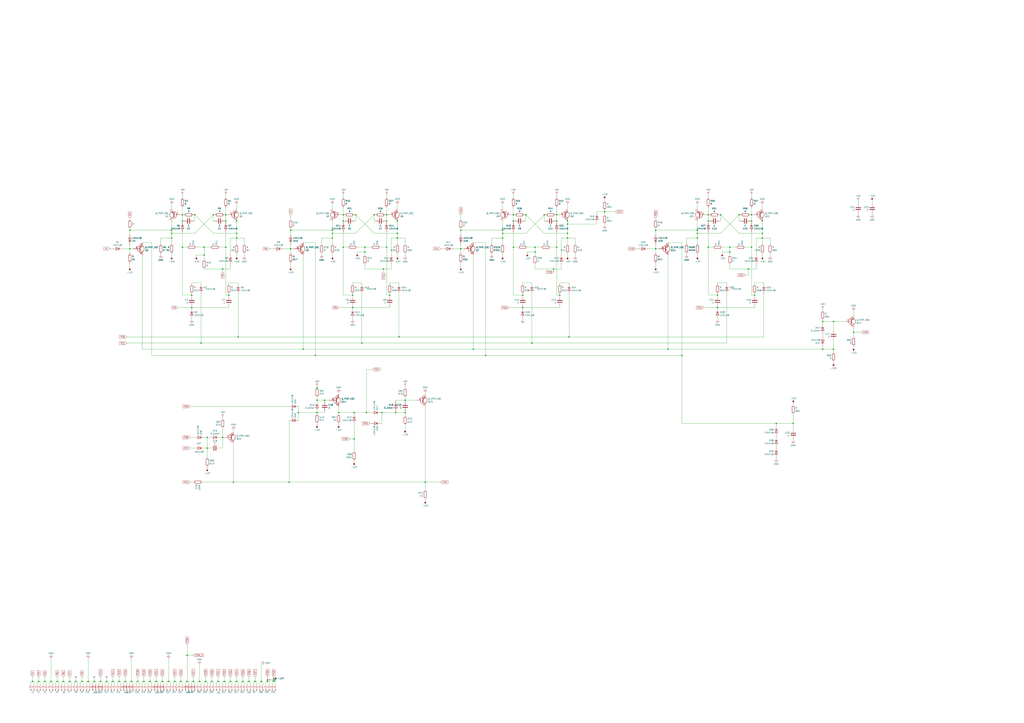
<source format=kicad_sch>
(kicad_sch (version 20231120) (generator "eeschema") (generator_version "8.0")
  (paper "A1")
  (junction (at 289.56 252.73))
  (junction (at 184.15 560.07))
  (junction (at 170.18 359.41))
  (junction (at 77.47 560.07))
  (junction (at 436.88 281.94))
  (junction (at 281.94 176.53))
  (junction (at 199.39 560.07))
  (junction (at 307.34 176.53))
  (junction (at 36.83 560.07))
  (junction (at 466.09 195.58))
  (junction (at 281.94 203.2))
  (junction (at 219.71 560.07))
  (junction (at 153.67 560.07))
  (junction (at 140.97 189.23))
  (junction (at 439.42 207.01))
  (junction (at 138.43 560.07))
  (junction (at 626.11 195.58))
  (junction (at 332.74 328.93))
  (junction (at 46.99 560.07))
  (junction (at 182.88 359.41))
  (junction (at 684.53 264.16))
  (junction (at 421.64 203.2))
  (junction (at 429.26 252.73))
  (junction (at 133.35 560.07))
  (junction (at 349.25 396.24))
  (junction (at 167.64 209.55))
  (junction (at 626.11 191.77))
  (junction (at 224.79 557.53))
  (junction (at 467.36 276.86))
  (junction (at 140.97 195.58))
  (junction (at 292.1 176.53))
  (junction (at 72.39 560.07))
  (junction (at 123.19 560.07))
  (junction (at 412.75 195.58))
  (junction (at 266.7 328.93))
  (junction (at 388.62 287.02))
  (junction (at 259.08 292.1))
  (junction (at 327.66 276.86))
  (junction (at 398.78 292.1))
  (junction (at 560.07 292.1))
  (junction (at 614.68 220.98))
  (junction (at 128.27 560.07))
  (junction (at 454.66 220.98))
  (junction (at 447.04 176.53))
  (junction (at 607.06 176.53))
  (junction (at 431.8 176.53))
  (junction (at 219.71 558.8))
  (junction (at 378.46 204.47))
  (junction (at 185.42 181.61))
  (junction (at 273.05 191.77))
  (junction (at 26.67 560.07))
  (junction (at 466.09 191.77))
  (junction (at 248.92 287.02))
  (junction (at 581.66 176.53))
  (junction (at 572.77 191.77))
  (junction (at 326.39 191.77))
  (junction (at 189.23 560.07))
  (junction (at 165.1 281.94))
  (junction (at 62.23 560.07))
  (junction (at 317.5 176.53))
  (junction (at 314.96 220.98))
  (junction (at 457.2 181.61))
  (junction (at 97.79 560.07))
  (junction (at 599.44 203.2))
  (junction (at 326.39 195.58))
  (junction (at 140.97 191.77))
  (junction (at 290.83 339.09))
  (junction (at 326.39 181.61))
  (junction (at 143.51 560.07))
  (junction (at 157.48 242.57))
  (junction (at 260.35 328.93))
  (junction (at 224.79 560.07))
  (junction (at 113.03 560.07))
  (junction (at 194.31 191.77))
  (junction (at 290.83 360.68))
  (junction (at 149.86 181.61))
  (junction (at 421.64 176.53))
  (junction (at 599.44 207.01))
  (junction (at 153.67 538.48))
  (junction (at 148.59 560.07))
  (junction (at 191.77 396.24))
  (junction (at 281.94 181.61))
  (junction (at 260.35 339.09))
  (junction (at 439.42 203.2))
  (junction (at 617.22 181.61))
  (junction (at 300.99 339.09))
  (junction (at 320.04 242.57))
  (junction (at 701.04 273.05))
  (junction (at 591.82 176.53))
  (junction (at 617.22 203.2))
  (junction (at 57.15 560.07))
  (junction (at 106.68 204.47))
  (junction (at 52.07 560.07))
  (junction (at 289.56 242.57))
  (junction (at 102.87 560.07))
  (junction (at 457.2 203.2))
  (junction (at 317.5 203.2))
  (junction (at 496.57 173.99))
  (junction (at 175.26 176.53))
  (junction (at 572.77 189.23))
  (junction (at 538.48 189.23))
  (junction (at 209.55 560.07))
  (junction (at 195.58 276.86))
  (junction (at 421.64 181.61))
  (junction (at 238.76 204.47))
  (junction (at 185.42 203.2))
  (junction (at 173.99 560.07))
  (junction (at 160.02 176.53))
  (junction (at 194.31 560.07))
  (junction (at 626.11 181.61))
  (junction (at 67.31 560.07))
  (junction (at 675.64 287.02))
  (junction (at 581.66 203.2))
  (junction (at 106.68 189.23))
  (junction (at 149.86 176.53))
  (junction (at 619.76 242.57))
  (junction (at 194.31 181.61))
  (junction (at 299.72 203.2))
  (junction (at 163.83 560.07))
  (junction (at 170.18 368.3))
  (junction (at 466.09 184.15))
  (junction (at 194.31 195.58))
  (junction (at 589.28 252.73))
  (junction (at 118.11 560.07))
  (junction (at 313.69 339.09))
  (junction (at 273.05 189.23))
  (junction (at 325.12 339.09))
  (junction (at 237.49 396.24))
  (junction (at 179.07 560.07))
  (junction (at 412.75 191.77))
  (junction (at 149.86 203.2))
  (junction (at 429.26 242.57))
  (junction (at 107.95 560.07))
  (junction (at 278.13 339.09))
  (junction (at 157.48 252.73))
  (junction (at 87.63 560.07))
  (junction (at 238.76 189.23))
  (junction (at 92.71 560.07))
  (junction (at 675.64 264.16))
  (junction (at 245.11 339.09))
  (junction (at 182.88 220.98))
  (junction (at 317.5 181.61))
  (junction (at 459.74 242.57))
  (junction (at 589.28 242.57))
  (junction (at 378.46 189.23))
  (junction (at 548.64 287.02))
  (junction (at 31.75 560.07))
  (junction (at 332.74 339.09))
  (junction (at 204.47 560.07))
  (junction (at 167.64 203.2))
  (junction (at 273.05 195.58))
  (junction (at 684.53 287.02))
  (junction (at 187.96 242.57))
  (junction (at 651.51 347.98))
  (junction (at 41.91 560.07))
  (junction (at 82.55 560.07))
  (junction (at 457.2 176.53))
  (junction (at 158.75 560.07))
  (junction (at 637.54 347.98))
  (junction (at 185.42 176.53))
  (junction (at 466.09 181.61))
  (junction (at 297.18 281.94))
  (junction (at 214.63 560.07))
  (junction (at 260.35 318.77))
  (junction (at 412.75 189.23))
  (junction (at 581.66 181.61))
  (junction (at 299.72 207.01))
  (junction (at 538.48 204.47))
  (junction (at 617.22 176.53))
  (junction (at 572.77 195.58))
  (junction (at 168.91 560.07))
  (no_connect (at 77.47 556.26))
  (no_connect (at 87.63 556.26))
  (no_connect (at 62.23 556.26))
  (wire (pts (xy 467.36 232.41) (xy 467.36 233.68)))
  (wire (pts (xy 260.35 340.36) (xy 260.35 339.09)))
  (wire (pts (xy 707.39 273.05) (xy 701.04 273.05)))
  (wire (pts (xy 457.2 203.2) (xy 457.2 242.57)))
  (wire (pts (xy 146.05 252.73) (xy 157.48 252.73)))
  (wire (pts (xy 193.04 560.07) (xy 194.31 560.07)))
  (wire (pts (xy 326.39 195.58) (xy 326.39 200.66)))
  (wire (pts (xy 599.44 220.98) (xy 614.68 220.98)))
  (wire (pts (xy 157.48 252.73) (xy 157.48 251.46)))
  (wire (pts (xy 332.74 337.82) (xy 332.74 339.09)))
  (wire (pts (xy 241.3 204.47) (xy 238.76 204.47)))
  (wire (pts (xy 420.37 176.53) (xy 421.64 176.53)))
  (wire (pts (xy 278.13 334.01) (xy 278.13 339.09)))
  (wire (pts (xy 421.64 203.2) (xy 421.64 242.57)))
  (wire (pts (xy 189.23 560.07) (xy 190.5 560.07)))
  (wire (pts (xy 31.75 560.07) (xy 33.02 560.07)))
  (wire (pts (xy 326.39 181.61) (xy 326.39 191.77)))
  (wire (pts (xy 149.86 160.02) (xy 149.86 162.56)))
  (wire (pts (xy 317.5 181.61) (xy 317.5 176.53)))
  (wire (pts (xy 289.56 243.84) (xy 289.56 242.57)))
  (wire (pts (xy 175.26 181.61) (xy 176.53 181.61)))
  (wire (pts (xy 87.63 560.07) (xy 88.9 560.07)))
  (wire (pts (xy 194.31 556.26) (xy 194.31 560.07)))
  (wire (pts (xy 626.11 195.58) (xy 632.46 195.58)))
  (wire (pts (xy 132.08 208.28) (xy 132.08 209.55)))
  (wire (pts (xy 86.36 560.07) (xy 86.36 562.61)))
  (wire (pts (xy 182.88 351.79) (xy 182.88 359.41)))
  (wire (pts (xy 157.48 242.57) (xy 157.48 241.3)))
  (wire (pts (xy 143.51 556.26) (xy 143.51 560.07)))
  (wire (pts (xy 137.16 560.07) (xy 138.43 560.07)))
  (wire (pts (xy 160.02 560.07) (xy 160.02 562.61)))
  (wire (pts (xy 626.11 181.61) (xy 626.11 191.77)))
  (wire (pts (xy 148.59 176.53) (xy 149.86 176.53)))
  (wire (pts (xy 132.08 560.07) (xy 132.08 562.61)))
  (wire (pts (xy 260.35 339.09) (xy 266.7 339.09)))
  (wire (pts (xy 260.35 326.39) (xy 260.35 328.93)))
  (wire (pts (xy 76.2 560.07) (xy 76.2 562.61)))
  (wire (pts (xy 162.56 560.07) (xy 162.56 562.61)))
  (wire (pts (xy 160.02 181.61) (xy 158.75 181.61)))
  (wire (pts (xy 93.98 560.07) (xy 93.98 562.61)))
  (wire (pts (xy 214.63 560.07) (xy 215.9 560.07)))
  (wire (pts (xy 412.75 191.77) (xy 431.8 191.77)))
  (wire (pts (xy 281.94 170.18) (xy 281.94 176.53)))
  (wire (pts (xy 62.23 560.07) (xy 63.5 560.07)))
  (wire (pts (xy 165.1 560.07) (xy 165.1 562.61)))
  (wire (pts (xy 281.94 203.2) (xy 281.94 242.57)))
  (wire (pts (xy 139.7 560.07) (xy 139.7 562.61)))
  (wire (pts (xy 43.18 560.07) (xy 43.18 562.61)))
  (wire (pts (xy 378.46 219.71) (xy 378.46 215.9)))
  (wire (pts (xy 429.26 254) (xy 429.26 252.73)))
  (wire (pts (xy 429.26 262.89) (xy 429.26 261.62)))
  (wire (pts (xy 316.23 181.61) (xy 317.5 181.61)))
  (wire (pts (xy 538.48 189.23) (xy 538.48 193.04)))
  (wire (pts (xy 232.41 204.47) (xy 238.76 204.47)))
  (wire (pts (xy 281.94 181.61) (xy 283.21 181.61)))
  (wire (pts (xy 260.35 328.93) (xy 266.7 328.93)))
  (wire (pts (xy 349.25 396.24) (xy 349.25 402.59)))
  (wire (pts (xy 297.18 281.94) (xy 165.1 281.94)))
  (wire (pts (xy 161.29 209.55) (xy 161.29 210.82)))
  (wire (pts (xy 388.62 199.39) (xy 398.78 199.39)))
  (wire (pts (xy 327.66 241.3) (xy 327.66 276.86)))
  (wire (pts (xy 313.69 339.09) (xy 313.69 347.98)))
  (wire (pts (xy 361.95 204.47) (xy 364.49 204.47)))
  (wire (pts (xy 320.04 232.41) (xy 320.04 233.68)))
  (wire (pts (xy 194.31 560.07) (xy 195.58 560.07)))
  (wire (pts (xy 321.31 217.17) (xy 321.31 220.98)))
  (wire (pts (xy 292.1 181.61) (xy 290.83 181.61)))
  (wire (pts (xy 608.33 176.53) (xy 607.06 176.53)))
  (wire (pts (xy 189.23 217.17) (xy 189.23 220.98)))
  (wire (pts (xy 289.56 232.41) (xy 289.56 233.68)))
  (wire (pts (xy 189.23 195.58) (xy 194.31 195.58)))
  (wire (pts (xy 195.58 232.41) (xy 195.58 233.68)))
  (wire (pts (xy 219.71 560.07) (xy 220.98 560.07)))
  (wire (pts (xy 116.84 199.39) (xy 124.46 199.39)))
  (wire (pts (xy 675.64 266.7) (xy 675.64 264.16)))
  (wire (pts (xy 52.07 560.07) (xy 53.34 560.07)))
  (wire (pts (xy 191.77 396.24) (xy 237.49 396.24)))
  (wire (pts (xy 273.05 189.23) (xy 273.05 191.77)))
  (wire (pts (xy 466.09 184.15) (xy 466.09 191.77)))
  (wire (pts (xy 289.56 254) (xy 289.56 252.73)))
  (wire (pts (xy 25.4 560.07) (xy 26.67 560.07)))
  (wire (pts (xy 281.94 181.61) (xy 281.94 182.88)))
  (wire (pts (xy 153.67 538.48) (xy 158.75 538.48)))
  (wire (pts (xy 149.86 176.53) (xy 149.86 181.61)))
  (wire (pts (xy 157.48 252.73) (xy 187.96 252.73)))
  (wire (pts (xy 106.68 187.96) (xy 106.68 189.23)))
  (wire (pts (xy 581.66 181.61) (xy 582.93 181.61)))
  (wire (pts (xy 599.44 203.2) (xy 604.52 203.2)))
  (wire (pts (xy 490.22 173.99) (xy 490.22 175.26)))
  (wire (pts (xy 429.26 232.41) (xy 429.26 233.68)))
  (wire (pts (xy 466.09 181.61) (xy 466.09 184.15)))
  (wire (pts (xy 617.22 170.18) (xy 617.22 176.53)))
  (wire (pts (xy 36.83 556.26) (xy 36.83 560.07)))
  (wire (pts (xy 281.94 203.2) (xy 285.75 203.2)))
  (wire (pts (xy 200.66 210.82) (xy 200.66 208.28)))
  (wire (pts (xy 187.96 560.07) (xy 187.96 562.61)))
  (wire (pts (xy 119.38 560.07) (xy 119.38 562.61)))
  (wire (pts (xy 100.33 204.47) (xy 106.68 204.47)))
  (wire (pts (xy 66.04 560.07) (xy 66.04 562.61)))
  (wire (pts (xy 237.49 345.44) (xy 237.49 396.24)))
  (wire (pts (xy 548.64 287.02) (xy 675.64 287.02)))
  (wire (pts (xy 457.2 242.57) (xy 459.74 242.57)))
  (wire (pts (xy 238.76 200.66) (xy 238.76 204.47)))
  (wire (pts (xy 176.53 176.53) (xy 175.26 176.53)))
  (wire (pts (xy 436.88 241.3) (xy 436.88 281.94)))
  (wire (pts (xy 172.72 560.07) (xy 173.99 560.07)))
  (wire (pts (xy 160.02 176.53) (xy 175.26 191.77)))
  (wire (pts (xy 589.28 252.73) (xy 589.28 251.46)))
  (wire (pts (xy 187.96 251.46) (xy 187.96 252.73)))
  (wire (pts (xy 57.15 556.26) (xy 57.15 560.07)))
  (wire (pts (xy 90.17 204.47) (xy 92.71 204.47)))
  (wire (pts (xy 617.22 190.5) (xy 617.22 203.2)))
  (wire (pts (xy 403.86 195.58) (xy 412.75 195.58)))
  (wire (pts (xy 177.8 560.07) (xy 177.8 562.61)))
  (wire (pts (xy 378.46 208.28) (xy 378.46 204.47)))
  (wire (pts (xy 572.77 167.64) (xy 572.77 171.45)))
  (wire (pts (xy 299.72 207.01) (xy 299.72 209.55)))
  (wire (pts (xy 290.83 360.68) (xy 290.83 347.98)))
  (wire (pts (xy 299.72 220.98) (xy 314.96 220.98)))
  (wire (pts (xy 199.39 556.26) (xy 199.39 560.07)))
  (wire (pts (xy 78.74 560.07) (xy 78.74 562.61)))
  (wire (pts (xy 431.8 176.53) (xy 431.8 181.61)))
  (wire (pts (xy 273.05 181.61) (xy 273.05 189.23)))
  (wire (pts (xy 101.6 560.07) (xy 101.6 562.61)))
  (wire (pts (xy 71.12 560.07) (xy 71.12 562.61)))
  (wire (pts (xy 289.56 252.73) (xy 320.04 252.73)))
  (wire (pts (xy 496.57 176.53) (xy 496.57 173.99)))
  (wire (pts (xy 332.74 317.5) (xy 332.74 318.77)))
  (wire (pts (xy 185.42 181.61) (xy 185.42 182.88)))
  (wire (pts (xy 651.51 331.47) (xy 651.51 332.74)))
  (wire (pts (xy 50.8 560.07) (xy 52.07 560.07)))
  (wire (pts (xy 293.37 207.01) (xy 293.37 208.28)))
  (wire (pts (xy 175.26 560.07) (xy 175.26 562.61)))
  (wire (pts (xy 651.51 353.06) (xy 651.51 347.98)))
  (wire (pts (xy 538.48 179.07) (xy 538.48 180.34)))
  (wire (pts (xy 317.5 176.53) (xy 318.77 176.53)))
  (wire (pts (xy 33.02 560.07) (xy 33.02 562.61)))
  (wire (pts (xy 290.83 339.09) (xy 300.99 339.09)))
  (wire (pts (xy 496.57 163.83) (xy 496.57 165.1)))
  (wire (pts (xy 73.66 560.07) (xy 73.66 562.61)))
  (wire (pts (xy 675.64 254) (xy 675.64 255.27)))
  (wire (pts (xy 412.75 167.64) (xy 412.75 171.45)))
  (wire (pts (xy 466.09 210.82) (xy 466.09 208.28)))
  (wire (pts (xy 572.77 195.58) (xy 572.77 200.66)))
  (wire (pts (xy 248.92 209.55) (xy 248.92 287.02)))
  (wire (pts (xy 113.03 556.26) (xy 113.03 560.07)))
  (wire (pts (xy 607.06 181.61) (xy 608.33 181.61)))
  (wire (pts (xy 260.35 349.25) (xy 260.35 347.98)))
  (wire (pts (xy 140.97 181.61) (xy 140.97 189.23)))
  (wire (pts (xy 560.07 347.98) (xy 637.54 347.98)))
  (wire (pts (xy 67.31 556.26) (xy 67.31 560.07)))
  (wire (pts (xy 41.91 560.07) (xy 43.18 560.07)))
  (wire (pts (xy 461.01 195.58) (xy 466.09 195.58)))
  (wire (pts (xy 162.56 560.07) (xy 163.83 560.07)))
  (wire (pts (xy 541.02 204.47) (xy 538.48 204.47)))
  (wire (pts (xy 538.48 208.28) (xy 538.48 204.47)))
  (wire (pts (xy 180.34 560.07) (xy 180.34 562.61)))
  (wire (pts (xy 144.78 560.07) (xy 144.78 562.61)))
  (wire (pts (xy 116.84 560.07) (xy 116.84 562.61)))
  (wire (pts (xy 260.35 317.5) (xy 260.35 318.77)))
  (wire (pts (xy 57.15 560.07) (xy 58.42 560.07)))
  (wire (pts (xy 245.11 339.09) (xy 245.11 345.44)))
  (wire (pts (xy 320.04 242.57) (xy 320.04 243.84)))
  (wire (pts (xy 675.64 262.89) (xy 675.64 264.16)))
  (wire (pts (xy 332.74 328.93) (xy 341.63 328.93)))
  (wire (pts (xy 429.26 242.57) (xy 429.26 241.3)))
  (wire (pts (xy 187.96 241.3) (xy 187.96 242.57)))
  (wire (pts (xy 619.76 251.46) (xy 619.76 252.73)))
  (wire (pts (xy 454.66 220.98) (xy 461.01 220.98)))
  (wire (pts (xy 260.35 339.09) (xy 260.35 337.82)))
  (wire (pts (xy 466.09 180.34) (xy 466.09 181.61)))
  (wire (pts (xy 593.09 203.2) (xy 599.44 203.2)))
  (wire (pts (xy 86.36 560.07) (xy 87.63 560.07)))
  (wire (pts (xy 138.43 560.07) (xy 139.7 560.07)))
  (wire (pts (xy 170.18 375.92) (xy 170.18 368.3)))
  (wire (pts (xy 325.12 339.09) (xy 332.74 339.09)))
  (wire (pts (xy 637.54 359.41) (xy 637.54 358.14)))
  (wire (pts (xy 454.66 223.52) (xy 454.66 220.98)))
  (wire (pts (xy 290.83 370.84) (xy 290.83 360.68)))
  (wire (pts (xy 92.71 556.26) (xy 92.71 560.07)))
  (wire (pts (xy 35.56 560.07) (xy 36.83 560.07)))
  (wire (pts (xy 199.39 560.07) (xy 200.66 560.07)))
  (wire (pts (xy 457.2 181.61) (xy 457.2 176.53)))
  (wire (pts (xy 182.88 560.07) (xy 184.15 560.07)))
  (wire (pts (xy 133.35 560.07) (xy 134.62 560.07)))
  (wire (pts (xy 349.25 396.24) (xy 361.95 396.24)))
  (wire (pts (xy 372.11 204.47) (xy 378.46 204.47)))
  (wire (pts (xy 421.64 176.53) (xy 421.64 181.61)))
  (wire (pts (xy 716.28 176.53) (xy 716.28 175.26)))
  (wire (pts (xy 593.09 207.01) (xy 599.44 207.01)))
  (wire (pts (xy 67.31 560.07) (xy 68.58 560.07)))
  (wire (pts (xy 280.67 176.53) (xy 281.94 176.53)))
  (wire (pts (xy 116.84 560.07) (xy 118.11 560.07)))
  (wire (pts (xy 167.64 220.98) (xy 182.88 220.98)))
  (wire (pts (xy 111.76 560.07) (xy 113.03 560.07)))
  (wire (pts (xy 596.9 232.41) (xy 596.9 233.68)))
  (wire (pts (xy 572.77 189.23) (xy 572.77 191.77)))
  (wire (pts (xy 560.07 199.39) (xy 560.07 292.1)))
  (wire (pts (xy 128.27 556.26) (xy 128.27 560.07)))
  (wire (pts (xy 461.01 195.58) (xy 461.01 209.55)))
  (wire (pts (xy 581.66 160.02) (xy 581.66 162.56)))
  (wire (pts (xy 307.34 181.61) (xy 308.61 181.61)))
  (wire (pts (xy 589.28 262.89) (xy 589.28 261.62)))
  (wire (pts (xy 617.22 176.53) (xy 618.49 176.53)))
  (wire (pts (xy 182.88 368.3) (xy 182.88 359.41)))
  (wire (pts (xy 581.66 170.18) (xy 581.66 176.53)))
  (wire (pts (xy 332.74 195.58) (xy 332.74 200.66)))
  (wire (pts (xy 398.78 199.39) (xy 398.78 292.1)))
  (wire (pts (xy 684.53 279.4) (xy 684.53 287.02)))
  (wire (pts (xy 289.56 252.73) (xy 289.56 251.46)))
  (wire (pts (xy 76.2 560.07) (xy 77.47 560.07)))
  (wire (pts (xy 589.28 232.41) (xy 589.28 233.68)))
  (wire (pts (xy 224.79 560.07) (xy 226.06 560.07)))
  (wire (pts (xy 107.95 560.07) (xy 109.22 560.07)))
  (wire (pts (xy 106.68 189.23) (xy 140.97 189.23)))
  (wire (pts (xy 332.74 341.63) (xy 332.74 339.09)))
  (wire (pts (xy 496.57 173.99) (xy 496.57 172.72)))
  (wire (pts (xy 675.64 276.86) (xy 675.64 274.32)))
  (wire (pts (xy 313.69 339.09) (xy 325.12 339.09)))
  (wire (pts (xy 191.77 364.49) (xy 191.77 396.24)))
  (wire (pts (xy 459.74 241.3) (xy 459.74 242.57)))
  (wire (pts (xy 326.39 180.34) (xy 326.39 181.61)))
  (wire (pts (xy 532.13 204.47) (xy 538.48 204.47)))
  (wire (pts (xy 300.99 339.09) (xy 304.8 339.09)))
  (wire (pts (xy 581.66 190.5) (xy 581.66 203.2)))
  (wire (pts (xy 194.31 167.64) (xy 194.31 171.45)))
  (wire (pts (xy 149.86 203.2) (xy 153.67 203.2)))
  (wire (pts (xy 238.76 176.53) (xy 238.76 180.34)))
  (wire (pts (xy 412.75 191.77) (xy 412.75 195.58)))
  (wire (pts (xy 289.56 232.41) (xy 297.18 232.41)))
  (wire (pts (xy 577.85 252.73) (xy 589.28 252.73)))
  (wire (pts (xy 316.23 176.53) (xy 317.5 176.53)))
  (wire (pts (xy 637.54 347.98) (xy 651.51 347.98)))
  (wire (pts (xy 619.76 242.57) (xy 619.76 243.84)))
  (wire (pts (xy 289.56 242.57) (xy 289.56 241.3)))
  (wire (pts (xy 124.46 560.07) (xy 124.46 562.61)))
  (wire (pts (xy 299.72 217.17) (xy 299.72 220.98)))
  (wire (pts (xy 193.04 560.07) (xy 193.04 562.61)))
  (wire (pts (xy 213.36 560.07) (xy 213.36 562.61)))
  (wire (pts (xy 185.42 176.53) (xy 186.69 176.53)))
  (wire (pts (xy 218.44 560.07) (xy 219.71 560.07)))
  (wire (pts (xy 180.34 203.2) (xy 185.42 203.2)))
  (wire (pts (xy 195.58 276.86) (xy 327.66 276.86)))
  (wire (pts (xy 327.66 276.86) (xy 467.36 276.86)))
  (wire (pts (xy 185.42 560.07) (xy 185.42 562.61)))
  (wire (pts (xy 264.16 200.66) (xy 264.16 195.58)))
  (wire (pts (xy 156.21 396.24) (xy 158.75 396.24)))
  (wire (pts (xy 50.8 560.07) (xy 50.8 562.61)))
  (wire (pts (xy 439.42 217.17) (xy 439.42 220.98)))
  (wire (pts (xy 378.46 200.66) (xy 378.46 204.47)))
  (wire (pts (xy 40.64 560.07) (xy 41.91 560.07)))
  (wire (pts (xy 170.18 384.81) (xy 170.18 383.54)))
  (wire (pts (xy 140.97 195.58) (xy 140.97 200.66)))
  (wire (pts (xy 421.64 203.2) (xy 425.45 203.2)))
  (wire (pts (xy 496.57 185.42) (xy 496.57 184.15)))
  (wire (pts (xy 208.28 560.07) (xy 208.28 562.61)))
  (wire (pts (xy 325.12 328.93) (xy 332.74 328.93)))
  (wire (pts (xy 163.83 560.07) (xy 165.1 560.07)))
  (wire (pts (xy 182.88 359.41) (xy 180.34 359.41)))
  (wire (pts (xy 273.05 210.82) (xy 273.05 208.28)))
  (wire (pts (xy 326.39 191.77) (xy 326.39 195.58)))
  (wire (pts (xy 266.7 328.93) (xy 266.7 330.2)))
  (wire (pts (xy 563.88 208.28) (xy 563.88 209.55)))
  (wire (pts (xy 313.69 339.09) (xy 312.42 339.09)))
  (wire (pts (xy 161.29 209.55) (xy 167.64 209.55)))
  (wire (pts (xy 632.46 195.58) (xy 632.46 200.66)))
  (wire (pts (xy 412.75 195.58) (xy 412.75 200.66)))
  (wire (pts (xy 142.24 560.07) (xy 142.24 562.61)))
  (wire (pts (xy 472.44 195.58) (xy 472.44 200.66)))
  (wire (pts (xy 209.55 560.07) (xy 210.82 560.07)))
  (wire (pts (xy 132.08 195.58) (xy 140.97 195.58)))
  (wire (pts (xy 589.28 254) (xy 589.28 252.73)))
  (wire (pts (xy 684.53 287.02) (xy 684.53 289.56)))
  (wire (pts (xy 83.82 560.07) (xy 83.82 562.61)))
  (wire (pts (xy 381 204.47) (xy 378.46 204.47)))
  (wire (pts (xy 189.23 556.26) (xy 189.23 560.07)))
  (wire (pts (xy 77.47 560.07) (xy 78.74 560.07)))
  (wire (pts (xy 111.76 560.07) (xy 111.76 562.61)))
  (wire (pts (xy 621.03 195.58) (xy 621.03 209.55)))
  (wire (pts (xy 182.88 359.41) (xy 184.15 359.41)))
  (wire (pts (xy 378.46 189.23) (xy 412.75 189.23)))
  (wire (pts (xy 160.02 191.77) (xy 175.26 176.53)))
  (wire (pts (xy 303.53 347.98) (xy 304.8 347.98)))
  (wire (pts (xy 320.04 251.46) (xy 320.04 252.73)))
  (wire (pts (xy 314.96 220.98) (xy 321.31 220.98)))
  (wire (pts (xy 421.64 160.02) (xy 421.64 162.56)))
  (wire (pts (xy 219.71 558.8) (xy 219.71 560.07)))
  (wire (pts (xy 177.8 560.07) (xy 179.07 560.07)))
  (wire (pts (xy 457.2 190.5) (xy 457.2 203.2)))
  (wire (pts (xy 589.28 243.84) (xy 589.28 242.57)))
  (wire (pts (xy 617.22 203.2) (xy 617.22 242.57)))
  (wire (pts (xy 107.95 541.02) (xy 107.95 560.07)))
  (wire (pts (xy 327.66 232.41) (xy 327.66 233.68)))
  (wire (pts (xy 152.4 560.07) (xy 152.4 562.61)))
  (wire (pts (xy 30.48 560.07) (xy 30.48 562.61)))
  (wire (pts (xy 378.46 176.53) (xy 378.46 180.34)))
  (wire (pts (xy 194.31 191.77) (xy 194.31 195.58)))
  (wire (pts (xy 431.8 181.61) (xy 430.53 181.61)))
  (wire (pts (xy 194.31 181.61) (xy 194.31 191.77)))
  (wire (pts (xy 182.88 223.52) (xy 182.88 220.98)))
  (wire (pts (xy 184.15 560.07) (xy 185.42 560.07)))
  (wire (pts (xy 637.54 368.3) (xy 637.54 367.03)))
  (wire (pts (xy 106.68 179.07) (xy 106.68 180.34)))
  (wire (pts (xy 172.72 560.07) (xy 172.72 562.61)))
  (wire (pts (xy 260.35 328.93) (xy 260.35 330.2)))
  (wire (pts (xy 684.53 298.45) (xy 684.53 297.18)))
  (wire (pts (xy 560.07 347.98) (xy 560.07 292.1)))
  (wire (pts (xy 459.74 251.46) (xy 459.74 252.73)))
  (wire (pts (xy 675.64 287.02) (xy 675.64 284.48)))
  (wire (pts (xy 412.75 210.82) (xy 412.75 208.28)))
  (wire (pts (xy 157.48 560.07) (xy 157.48 562.61)))
  (wire (pts (xy 447.04 191.77) (xy 466.09 191.77)))
  (wire (pts (xy 455.93 181.61) (xy 457.2 181.61)))
  (wire (pts (xy 615.95 181.61) (xy 617.22 181.61)))
  (wire (pts (xy 716.28 165.1) (xy 716.28 167.64)))
  (wire (pts (xy 187.96 242.57) (xy 187.96 243.84)))
  (wire (pts (xy 307.34 191.77) (xy 326.39 191.77)))
  (wire (pts (xy 104.14 560.07) (xy 104.14 562.61)))
  (wire (pts (xy 281.94 160.02) (xy 281.94 162.56)))
  (wire (pts (xy 297.18 232.41) (xy 297.18 233.68)))
  (wire (pts (xy 505.46 173.99) (xy 496.57 173.99)))
  (wire (pts (xy 203.2 560.07) (xy 203.2 562.61)))
  (wire (pts (xy 563.88 195.58) (xy 572.77 195.58)))
  (wire (pts (xy 538.48 219.71) (xy 538.48 215.9)))
  (wire (pts (xy 215.9 560.07) (xy 215.9 562.61)))
  (wire (pts (xy 114.3 560.07) (xy 114.3 562.61)))
  (wire (pts (xy 104.14 276.86) (xy 195.58 276.86)))
  (wire (pts (xy 300.99 303.53) (xy 300.99 339.09)))
  (wire (pts (xy 581.66 176.53) (xy 582.93 176.53)))
  (wire (pts (xy 172.72 368.3) (xy 170.18 368.3)))
  (wire (pts (xy 287.02 360.68) (xy 290.83 360.68)))
  (wire (pts (xy 106.68 189.23) (xy 106.68 193.04)))
  (wire (pts (xy 127 560.07) (xy 128.27 560.07)))
  (wire (pts (xy 38.1 560.07) (xy 38.1 562.61)))
  (wire (pts (xy 238.76 219.71) (xy 238.76 215.9)))
  (wire (pts (xy 194.31 195.58) (xy 194.31 200.66)))
  (wire (pts (xy 300.99 303.53) (xy 306.07 303.53)))
  (wire (pts (xy 143.51 560.07) (xy 144.78 560.07)))
  (wire (pts (xy 617.22 242.57) (xy 619.76 242.57)))
  (wire (pts (xy 156.21 334.01) (xy 237.49 334.01)))
  (wire (pts (xy 292.1 176.53) (xy 292.1 181.61)))
  (wire (pts (xy 326.39 167.64) (xy 326.39 171.45)))
  (wire (pts (xy 160.02 368.3) (xy 156.21 368.3)))
  (wire (pts (xy 167.64 203.2) (xy 167.64 209.55)))
  (wire (pts (xy 109.22 204.47) (xy 106.68 204.47)))
  (wire (pts (xy 147.32 560.07) (xy 148.59 560.07)))
  (wire (pts (xy 490.22 182.88) (xy 490.22 184.15)))
  (wire (pts (xy 71.12 560.07) (xy 72.39 560.07)))
  (wire (pts (xy 436.88 281.94) (xy 297.18 281.94)))
  (wire (pts (xy 30.48 560.07) (xy 31.75 560.07)))
  (wire (pts (xy 185.42 160.02) (xy 185.42 162.56)))
  (wire (pts (xy 378.46 189.23) (xy 378.46 193.04)))
  (wire (pts (xy 388.62 287.02) (xy 548.64 287.02)))
  (wire (pts (xy 675.64 287.02) (xy 684.53 287.02)))
  (wire (pts (xy 403.86 208.28) (xy 403.86 209.55)))
  (wire (pts (xy 204.47 556.26) (xy 204.47 560.07)))
  (wire (pts (xy 612.14 203.2) (xy 617.22 203.2)))
  (wire (pts (xy 140.97 191.77) (xy 160.02 191.77)))
  (wire (pts (xy 124.46 199.39) (xy 124.46 292.1)))
  (wire (pts (xy 224.79 556.26) (xy 224.79 557.53)))
  (wire (pts (xy 210.82 560.07) (xy 210.82 562.61)))
  (wire (pts (xy 198.12 560.07) (xy 199.39 560.07)))
  (wire (pts (xy 429.26 252.73) (xy 429.26 251.46)))
  (wire (pts (xy 430.53 176.53) (xy 431.8 176.53)))
  (wire (pts (xy 572.77 181.61) (xy 572.77 189.23)))
  (wire (pts (xy 182.88 368.3) (xy 180.34 368.3)))
  (wire (pts (xy 138.43 541.02) (xy 138.43 560.07)))
  (wire (pts (xy 548.64 209.55) (xy 548.64 287.02)))
  (wire (pts (xy 403.86 200.66) (xy 403.86 195.58)))
  (wire (pts (xy 200.66 195.58) (xy 200.66 200.66)))
  (wire (pts (xy 701.04 269.24) (xy 701.04 273.05)))
  (wire (pts (xy 140.97 210.82) (xy 140.97 208.28)))
  (wire (pts (xy 26.67 560.07) (xy 27.94 560.07)))
  (wire (pts (xy 675.64 264.16) (xy 684.53 264.16)))
  (wire (pts (xy 167.64 359.41) (xy 170.18 359.41)))
  (wire (pts (xy 109.22 560.07) (xy 109.22 562.61)))
  (wire (pts (xy 264.16 208.28) (xy 264.16 209.55)))
  (wire (pts (xy 455.93 176.53) (xy 457.2 176.53)))
  (wire (pts (xy 281.94 242.57) (xy 289.56 242.57)))
  (wire (pts (xy 421.64 190.5) (xy 421.64 203.2)))
  (wire (pts (xy 245.11 334.01) (xy 245.11 339.09)))
  (wire (pts (xy 447.04 181.61) (xy 448.31 181.61)))
  (wire (pts (xy 153.67 529.59) (xy 153.67 538.48)))
  (wire (pts (xy 563.88 200.66) (xy 563.88 195.58)))
  (wire (pts (xy 572.77 210.82) (xy 572.77 208.28)))
  (wire (pts (xy 417.83 252.73) (xy 429.26 252.73)))
  (wire (pts (xy 457.2 181.61) (xy 457.2 182.88)))
  (wire (pts (xy 185.42 181.61) (xy 185.42 176.53)))
  (wire (pts (xy 97.79 560.07) (xy 99.06 560.07)))
  (wire (pts (xy 429.26 243.84) (xy 429.26 242.57)))
  (wire (pts (xy 238.76 187.96) (xy 238.76 189.23)))
  (wire (pts (xy 58.42 560.07) (xy 58.42 562.61)))
  (wire (pts (xy 308.61 176.53) (xy 307.34 176.53)))
  (wire (pts (xy 581.66 242.57) (xy 589.28 242.57)))
  (wire (pts (xy 596.9 281.94) (xy 436.88 281.94)))
  (wire (pts (xy 273.05 191.77) (xy 273.05 195.58)))
  (wire (pts (xy 589.28 252.73) (xy 619.76 252.73)))
  (wire (pts (xy 195.58 276.86) (xy 195.58 241.3)))
  (wire (pts (xy 238.76 208.28) (xy 238.76 204.47)))
  (wire (pts (xy 106.68 200.66) (xy 106.68 204.47)))
  (wire (pts (xy 452.12 203.2) (xy 457.2 203.2)))
  (wire (pts (xy 538.48 200.66) (xy 538.48 204.47)))
  (wire (pts (xy 189.23 195.58) (xy 189.23 209.55)))
  (wire (pts (xy 621.03 195.58) (xy 626.11 195.58)))
  (wire (pts (xy 185.42 242.57) (xy 187.96 242.57)))
  (wire (pts (xy 627.38 232.41) (xy 627.38 233.68)))
  (wire (pts (xy 466.09 195.58) (xy 466.09 200.66)))
  (wire (pts (xy 45.72 560.07) (xy 46.99 560.07)))
  (wire (pts (xy 203.2 560.07) (xy 204.47 560.07)))
  (wire (pts (xy 317.5 203.2) (xy 317.5 242.57)))
  (wire (pts (xy 626.11 180.34) (xy 626.11 181.61)))
  (wire (pts (xy 259.08 292.1) (xy 398.78 292.1)))
  (wire (pts (xy 320.04 232.41) (xy 327.66 232.41)))
  (wire (pts (xy 599.44 203.2) (xy 599.44 207.01)))
  (wire (pts (xy 213.36 560.07) (xy 214.63 560.07)))
  (wire (pts (xy 173.99 556.26) (xy 173.99 560.07)))
  (wire (pts (xy 248.92 287.02) (xy 388.62 287.02)))
  (wire (pts (xy 149.86 181.61) (xy 149.86 182.88)))
  (wire (pts (xy 149.86 170.18) (xy 149.86 176.53)))
  (wire (pts (xy 326.39 210.82) (xy 326.39 208.28)))
  (wire (pts (xy 651.51 340.36) (xy 651.51 347.98)))
  (wire (pts (xy 617.22 181.61) (xy 617.22 182.88)))
  (wire (pts (xy 96.52 560.07) (xy 97.79 560.07)))
  (wire (pts (xy 619.76 232.41) (xy 627.38 232.41)))
  (wire (pts (xy 140.97 167.64) (xy 140.97 171.45)))
  (wire (pts (xy 457.2 160.02) (xy 457.2 162.56)))
  (wire (pts (xy 52.07 556.26) (xy 52.07 560.07)))
  (wire (pts (xy 175.26 191.77) (xy 194.31 191.77)))
  (wire (pts (xy 220.98 204.47) (xy 224.79 204.47)))
  (wire (pts (xy 149.86 176.53) (xy 151.13 176.53)))
  (wire (pts (xy 167.64 560.07) (xy 167.64 562.61)))
  (wire (pts (xy 626.11 195.58) (xy 626.11 200.66)))
  (wire (pts (xy 173.99 560.07) (xy 175.26 560.07)))
  (wire (pts (xy 314.96 223.52) (xy 314.96 220.98)))
  (wire (pts (xy 349.25 411.48) (xy 349.25 410.21)))
  (wire (pts (xy 292.1 176.53) (xy 307.34 191.77)))
  (wire (pts (xy 637.54 347.98) (xy 637.54 350.52)))
  (wire (pts (xy 163.83 546.1) (xy 163.83 560.07)))
  (wire (pts (xy 325.12 328.93) (xy 325.12 330.2)))
  (wire (pts (xy 684.53 264.16) (xy 684.53 271.78)))
  (wire (pts (xy 433.07 203.2) (xy 439.42 203.2)))
  (wire (pts (xy 238.76 189.23) (xy 273.05 189.23)))
  (wire (pts (xy 590.55 176.53) (xy 591.82 176.53)))
  (wire (pts (xy 168.91 560.07) (xy 170.18 560.07)))
  (wire (pts (xy 194.31 180.34) (xy 194.31 181.61)))
  (wire (pts (xy 158.75 556.26) (xy 158.75 560.07)))
  (wire (pts (xy 596.9 241.3) (xy 596.9 281.94)))
  (wire (pts (xy 612.14 226.06) (xy 614.68 226.06)))
  (wire (pts (xy 116.84 209.55) (xy 116.84 287.02)))
  (wire (pts (xy 182.88 342.9) (xy 182.88 344.17)))
  (wire (pts (xy 457.2 176.53) (xy 458.47 176.53)))
  (wire (pts (xy 46.99 556.26) (xy 46.99 560.07)))
  (wire (pts (xy 388.62 209.55) (xy 388.62 287.02)))
  (wire (pts (xy 208.28 560.07) (xy 209.55 560.07)))
  (wire (pts (xy 170.18 560.07) (xy 170.18 562.61)))
  (wire (pts (xy 281.94 190.5) (xy 281.94 203.2)))
  (wire (pts (xy 581.66 203.2) (xy 581.66 242.57)))
  (wire (pts (xy 149.86 181.61) (xy 151.13 181.61)))
  (wire (pts (xy 223.52 560.07) (xy 223.52 562.61)))
  (wire (pts (xy 182.88 560.07) (xy 182.88 562.61)))
  (wire (pts (xy 91.44 560.07) (xy 92.71 560.07)))
  (wire (pts (xy 148.59 560.07) (xy 149.86 560.07)))
  (wire (pts (xy 184.15 181.61) (xy 185.42 181.61)))
  (wire (pts (xy 35.56 560.07) (xy 35.56 562.61)))
  (wire (pts (xy 106.68 560.07) (xy 107.95 560.07)))
  (wire (pts (xy 320.04 241.3) (xy 320.04 242.57)))
  (wire (pts (xy 81.28 560.07) (xy 81.28 562.61)))
  (wire (pts (xy 626.11 210.82) (xy 626.11 208.28)))
  (wire (pts (xy 627.38 241.3) (xy 627.38 276.86)))
  (wire (pts (xy 701.04 273.05) (xy 701.04 276.86)))
  (wire (pts (xy 273.05 195.58) (xy 273.05 200.66)))
  (wire (pts (xy 198.12 560.07) (xy 198.12 562.61)))
  (wire (pts (xy 614.68 220.98) (xy 614.68 226.06)))
  (wire (pts (xy 102.87 560.07) (xy 104.14 560.07)))
  (wire (pts (xy 91.44 560.07) (xy 91.44 562.61)))
  (wire (pts (xy 218.44 560.07) (xy 218.44 562.61)))
  (wire (pts (xy 429.26 252.73) (xy 459.74 252.73)))
  (wire (pts (xy 194.31 210.82) (xy 194.31 208.28)))
  (wire (pts (xy 317.5 181.61) (xy 317.5 182.88)))
  (wire (pts (xy 66.04 560.07) (xy 67.31 560.07)))
  (wire (pts (xy 223.52 560.07) (xy 224.79 560.07)))
  (wire (pts (xy 187.96 232.41) (xy 187.96 233.68)))
  (wire (pts (xy 41.91 541.02) (xy 41.91 560.07)))
  (wire (pts (xy 626.11 191.77) (xy 626.11 195.58)))
  (wire (pts (xy 278.13 252.73) (xy 289.56 252.73)))
  (wire (pts (xy 297.18 241.3) (xy 297.18 281.94)))
  (wire (pts (xy 299.72 203.2) (xy 304.8 203.2)))
  (wire (pts (xy 195.58 560.07) (xy 195.58 562.61)))
  (wire (pts (xy 459.74 232.41) (xy 467.36 232.41)))
  (wire (pts (xy 153.67 560.07) (xy 154.94 560.07)))
  (wire (pts (xy 153.67 538.48) (xy 153.67 560.07)))
  (wire (pts (xy 266.7 337.82) (xy 266.7 339.09)))
  (wire (pts (xy 581.66 203.2) (xy 585.47 203.2)))
  (wire (pts (xy 214.63 544.83) (xy 214.63 560.07)))
  (wire (pts (xy 266.7 328.93) (xy 270.51 328.93)))
  (wire (pts (xy 184.15 556.26) (xy 184.15 560.07)))
  (wire (pts (xy 190.5 560.07) (xy 190.5 562.61)))
  (wire (pts (xy 172.72 359.41) (xy 170.18 359.41)))
  (wire (pts (xy 187.96 560.07) (xy 189.23 560.07)))
  (wire (pts (xy 704.85 165.1) (xy 704.85 167.64)))
  (wire (pts (xy 168.91 556.26) (xy 168.91 560.07)))
  (wire (pts (xy 140.97 191.77) (xy 140.97 195.58)))
  (wire (pts (xy 60.96 560.07) (xy 62.23 560.07)))
  (wire (pts (xy 447.04 181.61) (xy 447.04 176.53)))
  (wire (pts (xy 46.99 560.07) (xy 48.26 560.07)))
  (wire (pts (xy 580.39 176.53) (xy 581.66 176.53)))
  (wire (pts (xy 448.31 176.53) (xy 447.04 176.53)))
  (wire (pts (xy 317.5 160.02) (xy 317.5 162.56)))
  (wire (pts (xy 548.64 199.39) (xy 560.07 199.39)))
  (wire (pts (xy 121.92 560.07) (xy 123.19 560.07)))
  (wire (pts (xy 490.22 173.99) (xy 496.57 173.99)))
  (wire (pts (xy 704.85 175.26) (xy 704.85 176.53)))
  (wire (pts (xy 140.97 189.23) (xy 140.97 191.77)))
  (wire (pts (xy 615.95 176.53) (xy 617.22 176.53)))
  (wire (pts (xy 106.68 560.07) (xy 106.68 562.61)))
  (wire (pts (xy 293.37 207.01) (xy 299.72 207.01)))
  (wire (pts (xy 321.31 195.58) (xy 321.31 209.55)))
  (wire (pts (xy 433.07 207.01) (xy 439.42 207.01)))
  (wire (pts (xy 179.07 560.07) (xy 180.34 560.07)))
  (wire (pts (xy 237.49 396.24) (xy 349.25 396.24)))
  (wire (pts (xy 204.47 560.07) (xy 205.74 560.07)))
  (wire (pts (xy 332.74 349.25) (xy 332.74 353.06)))
  (wire (pts (xy 72.39 560.07) (xy 73.66 560.07)))
  (wire (pts (xy 317.5 170.18) (xy 317.5 176.53)))
  (wire (pts (xy 167.64 560.07) (xy 168.91 560.07)))
  (wire (pts (xy 55.88 560.07) (xy 55.88 562.61)))
  (wire (pts (xy 684.53 264.16) (xy 693.42 264.16)))
  (wire (pts (xy 292.1 191.77) (xy 307.34 176.53)))
  (wire (pts (xy 248.92 199.39) (xy 259.08 199.39)))
  (wire (pts (xy 165.1 232.41) (xy 165.1 233.68)))
  (wire (pts (xy 332.74 328.93) (xy 332.74 330.2)))
  (wire (pts (xy 259.08 199.39) (xy 259.08 292.1)))
  (wire (pts (xy 149.86 560.07) (xy 149.86 562.61)))
  (wire (pts (xy 87.63 556.26) (xy 87.63 560.07)))
  (wire (pts (xy 132.08 560.07) (xy 133.35 560.07)))
  (wire (pts (xy 466.09 191.77) (xy 466.09 195.58)))
  (wire (pts (xy 123.19 556.26) (xy 123.19 560.07)))
  (wire (pts (xy 124.46 292.1) (xy 259.08 292.1)))
  (wire (pts (xy 219.71 556.26) (xy 219.71 558.8)))
  (wire (pts (xy 439.42 220.98) (xy 454.66 220.98)))
  (wire (pts (xy 278.13 340.36) (xy 278.13 339.09)))
  (wire (pts (xy 599.44 217.17) (xy 599.44 220.98)))
  (wire (pts (xy 614.68 220.98) (xy 621.03 220.98)))
  (wire (pts (xy 25.4 560.07) (xy 25.4 562.61)))
  (wire (pts (xy 226.06 560.07) (xy 226.06 562.61)))
  (wire (pts (xy 617.22 181.61) (xy 617.22 176.53)))
  (wire (pts (xy 651.51 361.95) (xy 651.51 360.68)))
  (wire (pts (xy 77.47 556.26) (xy 77.47 560.07)))
  (wire (pts (xy 116.84 287.02) (xy 248.92 287.02)))
  (wire (pts (xy 289.56 261.62) (xy 289.56 262.89)))
  (wire (pts (xy 429.26 232.41) (xy 436.88 232.41)))
  (wire (pts (xy 137.16 560.07) (xy 137.16 562.61)))
  (wire (pts (xy 31.75 556.26) (xy 31.75 560.07)))
  (wire (pts (xy 27.94 560.07) (xy 27.94 562.61)))
  (wire (pts (xy 398.78 292.1) (xy 560.07 292.1)))
  (wire (pts (xy 332.74 210.82) (xy 332.74 208.28)))
  (wire (pts (xy 148.59 556.26) (xy 148.59 560.07)))
  (wire (pts (xy 134.62 560.07) (xy 134.62 562.61)))
  (wire (pts (xy 459.74 242.57) (xy 459.74 243.84)))
  (wire (pts (xy 179.07 556.26) (xy 179.07 560.07)))
  (wire (pts (xy 349.25 334.01) (xy 349.25 396.24)))
  (wire (pts (xy 92.71 560.07) (xy 93.98 560.07)))
  (wire (pts (xy 165.1 281.94) (xy 165.1 241.3)))
  (wire (pts (xy 36.83 560.07) (xy 38.1 560.07)))
  (wire (pts (xy 617.22 160.02) (xy 617.22 162.56)))
  (wire (pts (xy 293.37 203.2) (xy 299.72 203.2)))
  (wire (pts (xy 99.06 560.07) (xy 99.06 562.61)))
  (wire (pts (xy 118.11 556.26) (xy 118.11 560.07)))
  (wire (pts (xy 538.48 187.96) (xy 538.48 189.23)))
  (wire (pts (xy 101.6 560.07) (xy 102.87 560.07)))
  (wire (pts (xy 521.97 204.47) (xy 524.51 204.47)))
  (wire (pts (xy 607.06 191.77) (xy 626.11 191.77)))
  (wire (pts (xy 466.09 167.64) (xy 466.09 171.45)))
  (wire (pts (xy 48.26 560.07) (xy 48.26 562.61)))
  (wire (pts (xy 591.82 191.77) (xy 607.06 176.53)))
  (wire (pts (xy 63.5 560.07) (xy 63.5 562.61)))
  (wire (pts (xy 167.64 368.3) (xy 170.18 368.3)))
  (wire (pts (xy 421.64 181.61) (xy 421.64 182.88)))
  (wire (pts (xy 459.74 232.41) (xy 459.74 233.68)))
  (wire (pts (xy 572.77 191.77) (xy 591.82 191.77)))
  (wire (pts (xy 290.83 176.53) (xy 292.1 176.53)))
  (wire (pts (xy 378.46 187.96) (xy 378.46 189.23)))
  (wire (pts (xy 472.44 210.82) (xy 472.44 208.28)))
  (wire (pts (xy 421.64 181.61) (xy 422.91 181.61)))
  (wire (pts (xy 317.5 190.5) (xy 317.5 203.2)))
  (wire (pts (xy 167.64 203.2) (xy 172.72 203.2)))
  (wire (pts (xy 157.48 254) (xy 157.48 252.73)))
  (wire (pts (xy 185.42 170.18) (xy 185.42 176.53)))
  (wire (pts (xy 185.42 203.2) (xy 185.42 242.57)))
  (wire (pts (xy 200.66 560.07) (xy 200.66 562.61)))
  (wire (pts (xy 273.05 167.64) (xy 273.05 171.45)))
  (wire (pts (xy 273.05 191.77) (xy 292.1 191.77)))
  (wire (pts (xy 278.13 323.85) (xy 278.13 322.58)))
  (wire (pts (xy 157.48 243.84) (xy 157.48 242.57)))
  (wire (pts (xy 113.03 560.07) (xy 114.3 560.07)))
  (wire (pts (xy 149.86 190.5) (xy 149.86 203.2)))
  (wire (pts (xy 224.79 557.53) (xy 224.79 560.07)))
  (wire (pts (xy 132.08 200.66) (xy 132.08 195.58)))
  (wire (pts (xy 158.75 176.53) (xy 160.02 176.53)))
  (wire (pts (xy 290.83 379.73) (xy 290.83 378.46)))
  (wire (pts (xy 81.28 560.07) (xy 82.55 560.07)))
  (wire (pts (xy 149.86 203.2) (xy 149.86 242.57)))
  (wire (pts (xy 147.32 560.07) (xy 147.32 562.61)))
  (wire (pts (xy 325.12 337.82) (xy 325.12 339.09)))
  (wire (pts (xy 160.02 359.41) (xy 156.21 359.41)))
  (wire (pts (xy 589.28 242.57) (xy 589.28 241.3)))
  (wire (pts (xy 619.76 241.3) (xy 619.76 242.57)))
  (wire (pts (xy 26.67 556.26) (xy 26.67 560.07)))
  (wire (pts (xy 45.72 560.07) (xy 45.72 562.61)))
  (wire (pts (xy 166.37 396.24) (xy 191.77 396.24)))
  (wire (pts (xy 421.64 170.18) (xy 421.64 176.53)))
  (wire (pts (xy 97.79 556.26) (xy 97.79 560.07)))
  (wire (pts (xy 412.75 181.61) (xy 412.75 189.23)))
  (wire (pts (xy 142.24 560.07) (xy 143.51 560.07)))
  (wire (pts (xy 102.87 556.26) (xy 102.87 560.07)))
  (wire (pts (xy 157.48 232.41) (xy 157.48 233.68)))
  (wire (pts (xy 589.28 232.41) (xy 596.9 232.41)))
  (wire (pts (xy 466.09 184.15) (xy 490.22 184.15)))
  (wire (pts (xy 433.07 207.01) (xy 433.07 208.28)))
  (wire (pts (xy 591.82 176.53) (xy 607.06 191.77)))
  (wire (pts (xy 194.31 195.58) (xy 200.66 195.58)))
  (wire (pts (xy 581.66 176.53) (xy 581.66 181.61)))
  (wire (pts (xy 184.15 176.53) (xy 185.42 176.53)))
  (wire (pts (xy 326.39 195.58) (xy 332.74 195.58)))
  (wire (pts (xy 118.11 560.07) (xy 119.38 560.07)))
  (wire (pts (xy 299.72 203.2) (xy 299.72 207.01)))
  (wire (pts (xy 593.09 207.01) (xy 593.09 208.28)))
  (wire (pts (xy 88.9 560.07) (xy 88.9 562.61)))
  (wire (pts (xy 637.54 377.19) (xy 637.54 375.92)))
  (wire (pts (xy 121.92 560.07) (xy 121.92 562.61)))
  (wire (pts (xy 457.2 170.18) (xy 457.2 176.53)))
  (wire (pts (xy 106.68 219.71) (xy 106.68 215.9)))
  (wire (pts (xy 466.09 195.58) (xy 472.44 195.58)))
  (wire (pts (xy 581.66 181.61) (xy 581.66 182.88)))
  (wire (pts (xy 538.48 189.23) (xy 572.77 189.23)))
  (wire (pts (xy 281.94 176.53) (xy 283.21 176.53)))
  (wire (pts (xy 106.68 208.28) (xy 106.68 204.47)))
  (wire (pts (xy 467.36 276.86) (xy 627.38 276.86)))
  (wire (pts (xy 412.75 189.23) (xy 412.75 191.77)))
  (wire (pts (xy 191.77 353.06) (xy 191.77 354.33)))
  (wire (pts (xy 431.8 176.53) (xy 447.04 191.77)))
  (wire (pts (xy 278.13 339.09) (xy 290.83 339.09)))
  (wire (pts (xy 128.27 560.07) (xy 129.54 560.07)))
  (wire (pts (xy 317.5 242.57) (xy 320.04 242.57)))
  (wire (pts (xy 96.52 560.07) (xy 96.52 562.61)))
  (wire (pts (xy 157.48 232.41) (xy 165.1 232.41)))
  (wire (pts (xy 62.23 556.26) (xy 62.23 560.07)))
  (wire (pts (xy 40.64 560.07) (xy 40.64 562.61)))
  (wire (pts (xy 182.88 220.98) (xy 189.23 220.98)))
  (wire (pts (xy 245.11 339.09) (xy 260.35 339.09)))
  (wire (pts (xy 104.14 281.94) (xy 165.1 281.94)))
  (wire (pts (xy 133.35 556.26) (xy 133.35 560.07)))
  (wire (pts (xy 632.46 210.82) (xy 632.46 208.28)))
  (wire (pts (xy 467.36 241.3) (xy 467.36 276.86)))
  (wire (pts (xy 312.42 203.2) (xy 317.5 203.2)))
  (wire (pts (xy 187.96 232.41) (xy 195.58 232.41)))
  (wire (pts (xy 161.29 203.2) (xy 167.64 203.2)))
  (wire (pts (xy 127 560.07) (xy 127 562.61)))
  (wire (pts (xy 312.42 347.98) (xy 313.69 347.98)))
  (wire (pts (xy 439.42 203.2) (xy 444.5 203.2)))
  (wire (pts (xy 129.54 560.07) (xy 129.54 562.61)))
  (wire (pts (xy 332.74 326.39) (xy 332.74 328.93)))
  (wire (pts (xy 264.16 195.58) (xy 273.05 195.58)))
  (wire (pts (xy 160.02 176.53) (xy 160.02 181.61)))
  (wire (pts (xy 123.19 560.07) (xy 124.46 560.07)))
  (wire (pts (xy 436.88 232.41) (xy 436.88 233.68)))
  (wire (pts (xy 205.74 560.07) (xy 205.74 562.61)))
  (wire (pts (xy 82.55 556.26) (xy 82.55 560.07)))
  (wire (pts (xy 53.34 560.07) (xy 53.34 562.61)))
  (wire (pts (xy 209.55 556.26) (xy 209.55 560.07)))
  (wire (pts (xy 60.96 560.07) (xy 60.96 562.61)))
  (wire (pts (xy 607.06 181.61) (xy 607.06 176.53)))
  (wire (pts (xy 626.11 167.64) (xy 626.11 171.45)))
  (wire (pts (xy 238.76 189.23) (xy 238.76 193.04)))
  (wire (pts (xy 68.58 560.07) (xy 68.58 562.61)))
  (wire (pts (xy 619.76 232.41) (xy 619.76 233.68)))
  (wire (pts (xy 349.25 323.85) (xy 349.25 322.58)))
  (wire (pts (xy 307.34 181.61) (xy 307.34 176.53)))
  (wire (pts (xy 290.83 339.09) (xy 290.83 340.36)))
  (wire (pts (xy 185.42 190.5) (xy 185.42 203.2)))
  (wire (pts (xy 152.4 560.07) (xy 153.67 560.07)))
  (wire (pts (xy 701.04 255.27) (xy 701.04 259.08)))
  (wire (pts (xy 170.18 359.41) (xy 170.18 368.3)))
  (wire (pts (xy 278.13 349.25) (xy 278.13 347.98)))
  (wire (pts (xy 158.75 560.07) (xy 160.02 560.07)))
  (wire (pts (xy 72.39 541.02) (xy 72.39 560.07)))
  (wire (pts (xy 572.77 191.77) (xy 572.77 195.58)))
  (wire (pts (xy 421.64 242.57) (xy 429.26 242.57)))
  (wire (pts (xy 281.94 176.53) (xy 281.94 181.61)))
  (wire (pts (xy 591.82 176.53) (xy 591.82 181.61)))
  (wire (pts (xy 621.03 217.17) (xy 621.03 220.98)))
  (wire (pts (xy 321.31 195.58) (xy 326.39 195.58)))
  (wire (pts (xy 421.64 176.53) (xy 422.91 176.53)))
  (wire (pts (xy 461.01 217.17) (xy 461.01 220.98)))
  (wire (pts (xy 149.86 242.57) (xy 157.48 242.57)))
  (wire (pts (xy 82.55 560.07) (xy 83.82 560.07)))
  (wire (pts (xy 599.44 207.01) (xy 599.44 209.55)))
  (wire (pts (xy 220.98 560.07) (xy 220.98 562.61)))
  (wire (pts (xy 431.8 191.77) (xy 447.04 176.53)))
  (wire (pts (xy 175.26 181.61) (xy 175.26 176.53)))
  (wire (pts (xy 260.35 318.77) (xy 260.35 320.04)))
  (wire (pts (xy 439.42 207.01) (xy 439.42 209.55)))
  (wire (pts (xy 154.94 560.07) (xy 154.94 562.61)))
  (wire (pts (xy 167.64 209.55) (xy 167.64 213.36)))
  (wire (pts (xy 55.88 560.07) (xy 57.15 560.07)))
  (wire (pts (xy 439.42 203.2) (xy 439.42 207.01)))
  (wire (pts (xy 591.82 181.61) (xy 590.55 181.61)))
  (wire (pts (xy 157.48 262.89) (xy 157.48 261.62)))
  (wire (pts (xy 157.48 560.07) (xy 158.75 560.07)))
  (wire (pts (xy 701.04 285.75) (xy 701.04 284.48)))
  (global_label "P22" (shape input) (at 133.35 556.26 90) (property "Intersheetrefs" "${INTERSHEET_REFS}" (effects (hide yes))))
  (global_label "P29" (shape input) (at 707.39 273.05 0) (property "Intersheetrefs" "${INTERSHEET_REFS}" (effects (hide yes))))
  (global_label "P24" (shape input) (at 143.51 556.26 90) (property "Intersheetrefs" "${INTERSHEET_REFS}" (effects (hide yes))))
  (global_label "P32" (shape input) (at 361.95 396.24 0) (property "Intersheetrefs" "${INTERSHEET_REFS}" (effects (hide yes))))
  (global_label "P33" (shape input) (at 156.21 334.01 180) (property "Intersheetrefs" "${INTERSHEET_REFS}" (effects (hide yes))))
  (global_label "P39" (shape input) (at 219.71 556.26 90) (property "Intersheetrefs" "${INTERSHEET_REFS}" (effects (hide yes))))
  (global_label "P21" (shape input) (at 128.27 556.26 90) (property "Intersheetrefs" "${INTERSHEET_REFS}" (effects (hide yes))))
  (global_label "P31" (shape input) (at 179.07 556.26 90) (property "Intersheetrefs" "${INTERSHEET_REFS}" (effects (hide yes))))
  (global_label "P27" (shape input) (at 505.46 173.99 0) (property "Intersheetrefs" "${INTERSHEET_REFS}" (effects (hide yes))))
  (global_label "COM_A" (shape input) (at 158.75 538.48 0) (property "Intersheetrefs" "${INTERSHEET_REFS}" (effects (hide yes))))
  (global_label "P19" (shape input) (at 521.97 204.47 180) (property "Intersheetrefs" "${INTERSHEET_REFS}" (effects (hide yes))))
  (global_label "P3" (shape input) (at 146.05 252.73 180) (property "Intersheetrefs" "${INTERSHEET_REFS}" (effects (hide yes))))
  (global_label "P14" (shape input) (at 92.71 556.26 90) (property "Intersheetrefs" "${INTERSHEET_REFS}" (effects (hide yes))))
  (global_label "P32" (shape input) (at 184.15 556.26 90) (property "Intersheetrefs" "${INTERSHEET_REFS}" (effects (hide yes))))
  (global_label "P36" (shape input) (at 156.21 359.41 180) (property "Intersheetrefs" "${INTERSHEET_REFS}" (effects (hide yes))))
  (global_label "P37" (shape input) (at 156.21 368.3 180) (property "Intersheetrefs" "${INTERSHEET_REFS}" (effects (hide yes))))
  (global_label "P20" (shape input) (at 538.48 179.07 90) (property "Intersheetrefs" "${INTERSHEET_REFS}" (effects (hide yes))))
  (global_label "P12" (shape input) (at 82.55 556.26 90) (property "Intersheetrefs" "${INTERSHEET_REFS}" (effects (hide yes))))
  (global_label "P15" (shape input) (at 378.46 176.53 90) (property "Intersheetrefs" "${INTERSHEET_REFS}" (effects (hide yes))))
  (global_label "P9" (shape input) (at 67.31 556.26 90) (property "Intersheetrefs" "${INTERSHEET_REFS}" (effects (hide yes))))
  (global_label "P15" (shape input) (at 97.79 556.26 90) (property "Intersheetrefs" "${INTERSHEET_REFS}" (effects (hide yes))))
  (global_label "P5" (shape input) (at 182.88 223.52 270) (property "Intersheetrefs" "${INTERSHEET_REFS}" (effects (hide yes))))
  (global_label "P2" (shape input) (at 31.75 556.26 90) (property "Intersheetrefs" "${INTERSHEET_REFS}" (effects (hide yes))))
  (global_label "P1" (shape input) (at 26.67 556.26 90) (property "Intersheetrefs" "${INTERSHEET_REFS}" (effects (hide yes))))
  (global_label "P26" (shape input) (at 153.67 529.59 90) (property "Intersheetrefs" "${INTERSHEET_REFS}" (effects (hide yes))))
  (global_label "P16" (shape input) (at 102.87 556.26 90) (property "Intersheetrefs" "${INTERSHEET_REFS}" (effects (hide yes))))
  (global_label "P30" (shape input) (at 287.02 360.68 180) (property "Intersheetrefs" "${INTERSHEET_REFS}" (effects (hide yes))))
  (global_label "P21" (shape input) (at 104.14 281.94 180) (property "Intersheetrefs" "${INTERSHEET_REFS}" (effects (hide yes))))
  (global_label "P6" (shape input) (at 52.07 556.26 90) (property "Intersheetrefs" "${INTERSHEET_REFS}" (effects (hide yes))))
  (global_label "P34" (shape input) (at 156.21 396.24 180) (property "Intersheetrefs" "${INTERSHEET_REFS}" (effects (hide yes))))
  (global_label "P36" (shape input) (at 204.47 556.26 90) (property "Intersheetrefs" "${INTERSHEET_REFS}" (effects (hide yes))))
  (global_label "P31" (shape input) (at 306.07 303.53 0) (property "Intersheetrefs" "${INTERSHEET_REFS}" (effects (hide yes))))
  (global_label "P29" (shape input) (at 168.91 556.26 90) (property "Intersheetrefs" "${INTERSHEET_REFS}" (effects (hide yes))))
  (global_label "P34" (shape input) (at 194.31 556.26 90) (property "Intersheetrefs" "${INTERSHEET_REFS}" (effects (hide yes))))
  (global_label "P16" (shape input) (at 417.83 252.73 180) (property "Intersheetrefs" "${INTERSHEET_REFS}" (effects (hide yes))))
  (global_label "P27" (shape input) (at 158.75 556.26 90) (property "Intersheetrefs" "${INTERSHEET_REFS}" (effects (hide yes))))
  (global_label "P37" (shape input) (at 209.55 556.26 90) (property "Intersheetrefs" "${INTERSHEET_REFS}" (effects (hide yes))))
  (global_label "P14" (shape input) (at 361.95 204.47 180) (property "Intersheetrefs" "${INTERSHEET_REFS}" (effects (hide yes))))
  (global_label "P6" (shape input) (at 220.98 204.47 180) (property "Intersheetrefs" "${INTERSHEET_REFS}" (effects (hide yes))))
  (global_label "P25" (shape input) (at 148.59 556.26 90) (property "Intersheetrefs" "${INTERSHEET_REFS}" (effects (hide yes))))
  (global_label "P22" (shape input) (at 577.85 252.73 180) (property "Intersheetrefs" "${INTERSHEET_REFS}" (effects (hide yes))))
  (global_label "P18" (shape input) (at 454.66 223.52 180) (property "Intersheetrefs" "${INTERSHEET_REFS}" (effects (hide yes))))
  (global_label "P33" (shape input) (at 189.23 556.26 90) (property "Intersheetrefs" "${INTERSHEET_REFS}" (effects (hide yes))))
  (global_label "P3" (shape input) (at 36.83 556.26 90) (property "Intersheetrefs" "${INTERSHEET_REFS}" (effects (hide yes))))
  (global_label "P9" (shape input) (at 278.13 252.73 180) (property "Intersheetrefs" "${INTERSHEET_REFS}" (effects (hide yes))))
  (global_label "P2" (shape input) (at 106.68 179.07 90) (property "Intersheetrefs" "${INTERSHEET_REFS}" (effects (hide yes))))
  (global_label "P40" (shape input) (at 224.79 556.26 90) (property "Intersheetrefs" "${INTERSHEET_REFS}" (effects (hide yes))))
  (global_label "P19" (shape input) (at 118.11 556.26 90) (property "Intersheetrefs" "${INTERSHEET_REFS}" (effects (hide yes))))
  (global_label "P12" (shape input) (at 314.96 223.52 270) (property "Intersheetrefs" "${INTERSHEET_REFS}" (effects (hide yes))))
  (global_label "P30" (shape input) (at 173.99 556.26 90) (property "Intersheetrefs" "${INTERSHEET_REFS}" (effects (hide yes))))
  (global_label "P24" (shape input) (at 612.14 226.06 180) (property "Intersheetrefs" "${INTERSHEET_REFS}" (effects (hide yes))))
  (global_label "P1" (shape input) (at 90.17 204.47 180) (property "Intersheetrefs" "${INTERSHEET_REFS}" (effects (hide yes))))
  (global_label "P26" (shape input) (at 104.14 276.86 180) (property "Intersheetrefs" "${INTERSHEET_REFS}" (effects (hide yes))))
  (global_label "P35" (shape input) (at 199.39 556.26 90) (property "Intersheetrefs" "${INTERSHEET_REFS}" (effects (hide yes))))
  (global_label "P20" (shape input) (at 123.19 556.26 90) (property "Intersheetrefs" "${INTERSHEET_REFS}" (effects (hide yes))))
  (global_label "P7" (shape input) (at 57.15 556.26 90) (property "Intersheetrefs" "${INTERSHEET_REFS}" (effects (hide yes))))
  (global_label "P18" (shape input) (at 113.03 556.26 90) (property "Intersheetrefs" "${INTERSHEET_REFS}" (effects (hide yes))))
  (global_label "P5" (shape input) (at 46.99 556.26 90) (property "Intersheetrefs" "${INTERSHEET_REFS}" (effects (hide yes))))
  (global_label "P7" (shape input) (at 238.76 176.53 90) (property "Intersheetrefs" "${INTERSHEET_REFS}" (effects (hide yes))))
  (global_label "P35" (shape input) (at 303.53 347.98 180) (property "Intersheetrefs" "${INTERSHEET_REFS}" (effects (hide yes))))
  (symbol (lib_id "Device:R") (at 426.72 176.53 90) (unit 1)
    (property "Reference" "R36" (at 426.72 171.3695 90))
    (property "Value" "R" (at 426.72 173.7938 90))
    (property "Footprint" "custom:R_Axial_DIN0207_L6.3mm_D2.5mm_P12.7 mm_Horizontal" (effects (hide yes)))
    (property "Description" "Resistor" (effects (hide yes)))
  )
  (symbol (lib_id "Device:Q_PNP_EBC") (at 623.57 176.53 0) (mirror x) (unit 1)
    (property "Reference" "Q12" (at 628.4214 177.7422 0) (effects (justify left)))
    (property "Value" "Q_PNP_EBC" (at 628.4214 175.3179 0) (effects (justify left)))
    (property "Footprint" "Package_TO_SOT_THT:TO-5-3" (effects (hide yes)))
    (property "Description" "PNP transistor, emitter/base/collector" (effects (hide yes)))
  )
  (symbol (lib_id "Device:Q_PNP_EBC") (at 143.51 176.53 180) (unit 1)
    (property "Reference" "Q1" (at 138.6586 177.7422 0) (effects (justify left)))
    (property "Value" "Q_PNP_EBC" (at 138.6586 175.3179 0) (effects (justify left)))
    (property "Footprint" "Package_TO_SOT_THT:TO-5-3" (effects (hide yes)))
    (property "Description" "PNP transistor, emitter/base/collector" (effects (hide yes)))
  )
  (symbol (lib_id "Device:R") (at 452.12 176.53 90) (unit 1)
    (property "Reference" "R41" (at 452.12 171.3695 90))
    (property "Value" "R" (at 452.12 173.7938 90))
    (property "Footprint" "custom:R_Axial_DIN0207_L6.3mm_D2.5mm_P12.7 mm_Horizontal" (effects (hide yes)))
    (property "Description" "Resistor" (effects (hide yes)))
  )
  (symbol (lib_id "Device:R") (at 238.76 184.15 0) (unit 1)
    (property "Reference" "R16" (at 240.538 182.9378 0) (effects (justify left)))
    (property "Value" "R" (at 240.538 185.3621 0) (effects (justify left)))
    (property "Footprint" "custom:R_Axial_DIN0207_L6.3mm_D2.5mm_P12.7 mm_Horizontal" (effects (hide yes)))
    (property "Description" "Resistor" (effects (hide yes)))
  )
  (symbol (lib_id "Device:C") (at 320.04 247.65 0) (mirror x) (unit 1)
    (property "Reference" "C8" (at 317.1191 246.4378 0) (effects (justify right)))
    (property "Value" "C" (at 317.1191 248.8621 0) (effects (justify right)))
    (property "Footprint" "Capacitor_THT:C_Rect_L7.0mm_W2.0mm_P5.00mm" (effects (hide yes)))
    (property "Description" "Unpolarized capacitor" (effects (hide yes)))
  )
  (symbol (lib_id "Device:Q_PNP_EBC") (at 246.38 204.47 0) (mirror x) (unit 1)
    (property "Reference" "Q4" (at 251.2314 205.6822 0) (effects (justify left)))
    (property "Value" "Q_PNP_EBC" (at 251.2314 203.2579 0) (effects (justify left)))
    (property "Footprint" "Package_TO_SOT_THT:TO-5-3" (effects (hide yes)))
    (property "Description" "PNP transistor, emitter/base/collector" (effects (hide yes)))
  )
  (symbol (lib_id "Connector:Conn_01x02_Pin") (at 177.8 567.69 90) (unit 1)
    (property "Reference" "J31" (at 177.546 569.214 90) (effects (justify right)))
    (property "Value" "Conn_01x02_Pin" (effects (hide yes)))
    (property "Footprint" "TestPoint:TestPoint_2Pads_Pitch5.08mm_Drill1.3mm" (effects (hide yes)))
    (property "Description" "Generic connector, single row, 01x02, script generated" (effects (hide yes)))
  )
  (symbol (lib_id "power:GND") (at 157.48 262.89 0) (unit 1)
    (property "Reference" "#PWR043" (effects (hide yes)))
    (property "Value" "GND" (at 157.48 267.0231 0))
    (property "Description" "Power symbol creates a global label with name \"GND\" , ground" (effects (hide yes)))
  )
  (symbol (lib_id "Diode:1N4148") (at 457.2 186.69 270) (unit 1)
    (property "Reference" "D22" (at 459.232 185.4778 90) (effects (justify left)))
    (property "Value" "1N4148" (at 459.232 187.9021 90) (effects (justify left)))
    (property "Footprint" "Diode_THT:D_A-405_P12.70mm_Horizontal" (effects (hide yes)))
    (property "Datasheet" "https://assets.nexperia.com/documents/data-sheet/1N4148_1N4448.pdf" (effects (hide yes)))
    (property "Description" "100V 0.15A standard switching diode, DO-35" (effects (hide yes)))
    (property "Sim.Device" "D" (effects (hide yes)))
    (property "Sim.Pins" "1=K 2=A" (effects (hide yes)))
  )
  (symbol (lib_id "Device:Q_PNP_EBC") (at 323.85 176.53 0) (mirror x) (unit 1)
    (property "Reference" "Q6" (at 328.7014 177.7422 0) (effects (justify left)))
    (property "Value" "Q_PNP_EBC" (at 328.7014 175.3179 0) (effects (justify left)))
    (property "Footprint" "Package_TO_SOT_THT:TO-5-3" (effects (hide yes)))
    (property "Description" "PNP transistor, emitter/base/collector" (effects (hide yes)))
  )
  (symbol (lib_id "Device:C") (at 289.56 247.65 0) (mirror x) (unit 1)
    (property "Reference" "C6" (at 286.6391 246.4378 0) (effects (justify right)))
    (property "Value" "C" (at 286.6391 248.8621 0) (effects (justify right)))
    (property "Footprint" "Capacitor_THT:C_Rect_L7.0mm_W2.0mm_P5.00mm" (effects (hide yes)))
    (property "Description" "Unpolarized capacitor" (effects (hide yes)))
  )
  (symbol (lib_id "Diode:1N4148") (at 538.48 196.85 270) (mirror x) (unit 1)
    (property "Reference" "D26" (at 540.512 198.0622 90) (effects (justify left)))
    (property "Value" "1N4148" (at 540.512 195.6379 90) (effects (justify left)))
    (property "Footprint" "Diode_THT:D_A-405_P12.70mm_Horizontal" (effects (hide yes)))
    (property "Datasheet" "https://assets.nexperia.com/documents/data-sheet/1N4148_1N4448.pdf" (effects (hide yes)))
    (property "Description" "100V 0.15A standard switching diode, DO-35" (effects (hide yes)))
    (property "Sim.Device" "D" (effects (hide yes)))
    (property "Sim.Pins" "1=K 2=A" (effects (hide yes)))
  )
  (symbol (lib_id "power:-12V") (at 496.57 163.83 0) (unit 1)
    (property "Reference" "#PWR059" (effects (hide yes)))
    (property "Value" "-12V" (at 496.57 159.6969 0))
    (property "Description" "Power symbol creates a global label with name \"-12V\"" (effects (hide yes)))
  )
  (symbol (lib_id "Connector:Conn_01x02_Pin") (at 91.44 567.69 90) (unit 1)
    (property "Reference" "J14" (at 93.726 568.706 90) (effects (justify left)))
    (property "Value" "Conn_01x02_Pin" (effects (hide yes)))
    (property "Footprint" "TestPoint:TestPoint_2Pads_Pitch5.08mm_Drill1.3mm" (effects (hide yes)))
    (property "Description" "Generic connector, single row, 01x02, script generated" (effects (hide yes)))
  )
  (symbol (lib_id "power:-12V") (at 326.39 210.82 180) (unit 1)
    (property "Reference" "#PWR019" (effects (hide yes)))
    (property "Value" "-12V" (at 326.39 214.9531 0))
    (property "Description" "Power symbol creates a global label with name \"-12V\"" (effects (hide yes)))
  )
  (symbol (lib_id "Device:R") (at 496.57 168.91 0) (mirror x) (unit 1)
    (property "Reference" "R62" (at 498.348 170.1222 0) (effects (justify left)))
    (property "Value" "R" (at 498.348 167.6979 0) (effects (justify left)))
    (property "Footprint" "custom:R_Axial_DIN0207_L6.3mm_D2.5mm_P12.7 mm_Horizontal" (effects (hide yes)))
    (property "Description" "Resistor" (effects (hide yes)))
  )
  (symbol (lib_id "power:-12V") (at 170.18 384.81 0) (mirror x) (unit 1)
    (property "Reference" "#PWR077" (effects (hide yes)))
    (property "Value" "-12V" (at 170.18 388.9431 0))
    (property "Description" "Power symbol creates a global label with name \"-12V\"" (effects (hide yes)))
  )
  (symbol (lib_id "Diode:1N4148") (at 637.54 363.22 90) (mirror x) (unit 1)
    (property "Reference" "D38" (at 635.508 362.0078 90) (effects (justify left)))
    (property "Value" "1N4148" (at 635.508 364.4321 90) (effects (justify left)))
    (property "Footprint" "Diode_THT:D_A-405_P12.70mm_Horizontal" (effects (hide yes)))
    (property "Datasheet" "https://assets.nexperia.com/documents/data-sheet/1N4148_1N4448.pdf" (effects (hide yes)))
    (property "Description" "100V 0.15A standard switching diode, DO-35" (effects (hide yes)))
    (property "Sim.Device" "D" (effects (hide yes)))
    (property "Sim.Pins" "1=K 2=A" (effects (hide yes)))
  )
  (symbol (lib_id "Device:R") (at 412.75 204.47 180) (unit 1)
    (property "Reference" "R34" (at 410.972 205.6822 0) (effects (justify left)))
    (property "Value" "R" (at 410.972 203.2579 0) (effects (justify left)))
    (property "Footprint" "custom:R_Axial_DIN0207_L6.3mm_D2.5mm_P12.7 mm_Horizontal" (effects (hide yes)))
    (property "Description" "Resistor" (effects (hide yes)))
  )
  (symbol (lib_id "Device:R") (at 167.64 217.17 0) (unit 1)
    (property "Reference" "R15" (at 169.418 215.9578 0) (effects (justify left)))
    (property "Value" "R" (at 169.418 218.3821 0) (effects (justify left)))
    (property "Footprint" "custom:R_Axial_DIN0207_L6.3mm_D2.5mm_P12.7 mm_Horizontal" (effects (hide yes)))
    (property "Description" "Resistor" (effects (hide yes)))
  )
  (symbol (lib_id "power:+6V") (at 457.2 160.02 0) (unit 1)
    (property "Reference" "#PWR026" (effects (hide yes)))
    (property "Value" "+6V" (at 457.2 155.8869 0))
    (property "Description" "Power symbol creates a global label with name \"+6V\"" (effects (hide yes)))
  )
  (symbol (lib_id "Device:R") (at 154.94 176.53 90) (unit 1)
    (property "Reference" "R8" (at 154.94 171.3695 90))
    (property "Value" "R" (at 154.94 173.7938 90))
    (property "Footprint" "custom:R_Axial_DIN0207_L6.3mm_D2.5mm_P12.7 mm_Horizontal" (effects (hide yes)))
    (property "Description" "Resistor" (effects (hide yes)))
  )
  (symbol (lib_id "Device:R") (at 589.28 237.49 0) (mirror x) (unit 1)
    (property "Reference" "R53" (at 591.058 238.7022 0) (effects (justify left)))
    (property "Value" "R" (at 591.058 236.2779 0) (effects (justify left)))
    (property "Footprint" "custom:R_Axial_DIN0207_L6.3mm_D2.5mm_P12.7 mm_Horizontal" (effects (hide yes)))
    (property "Description" "Resistor" (effects (hide yes)))
  )
  (symbol (lib_id "Connector:Conn_01x02_Pin") (at 137.16 567.69 90) (unit 1)
    (property "Reference" "J23" (at 139.446 568.706 90) (effects (justify left)))
    (property "Value" "Conn_01x02_Pin" (effects (hide yes)))
    (property "Footprint" "TestPoint:TestPoint_2Pads_Pitch5.08mm_Drill1.3mm" (effects (hide yes)))
    (property "Description" "Generic connector, single row, 01x02, script generated" (effects (hide yes)))
  )
  (symbol (lib_id "Connector:Conn_01x02_Pin") (at 45.72 567.69 90) (unit 1)
    (property "Reference" "J5" (at 48.006 568.706 90) (effects (justify left)))
    (property "Value" "Conn_01x02_Pin" (effects (hide yes)))
    (property "Footprint" "TestPoint:TestPoint_2Pads_Pitch5.08mm_Drill1.3mm" (effects (hide yes)))
    (property "Description" "Generic connector, single row, 01x02, script generated" (effects (hide yes)))
  )
  (symbol (lib_id "Diode:1N4148") (at 637.54 372.11 90) (mirror x) (unit 1)
    (property "Reference" "D33" (at 635.508 370.8978 90) (effects (justify left)))
    (property "Value" "1N4148" (at 635.508 373.3221 90) (effects (justify left)))
    (property "Footprint" "Diode_THT:D_A-405_P12.70mm_Horizontal" (effects (hide yes)))
    (property "Datasheet" "https://assets.nexperia.com/documents/data-sheet/1N4148_1N4448.pdf" (effects (hide yes)))
    (property "Description" "100V 0.15A standard switching diode, DO-35" (effects (hide yes)))
    (property "Sim.Device" "D" (effects (hide yes)))
    (property "Sim.Pins" "1=K 2=A" (effects (hide yes)))
  )
  (symbol (lib_id "Diode:1N4148") (at 581.66 186.69 90) (mirror x) (unit 1)
    (property "Reference" "D27" (at 579.628 185.4778 90) (effects (justify left)))
    (property "Value" "1N4148" (at 579.628 187.9021 90) (effects (justify left)))
    (property "Footprint" "Diode_THT:D_A-405_P12.70mm_Horizontal" (effects (hide yes)))
    (property "Datasheet" "https://assets.nexperia.com/documents/data-sheet/1N4148_1N4448.pdf" (effects (hide yes)))
    (property "Description" "100V 0.15A standard switching diode, DO-35" (effects (hide yes)))
    (property "Sim.Device" "D" (effects (hide yes)))
    (property "Sim.Pins" "1=K 2=A" (effects (hide yes)))
  )
  (symbol (lib_id "power:+6V") (at 260.35 317.5 0) (unit 1)
    (property "Reference" "#PWR074" (effects (hide yes)))
    (property "Value" "+6V" (at 260.35 313.3669 0))
    (property "Description" "Power symbol creates a global label with name \"+6V\"" (effects (hide yes)))
  )
  (symbol (lib_id "Device:R") (at 308.61 203.2 270) (mirror x) (unit 1)
    (property "Reference" "R25" (at 309.8222 201.422 0) (effects (justify left)))
    (property "Value" "R" (at 307.3979 201.422 0) (effects (justify left)))
    (property "Footprint" "custom:R_Axial_DIN0207_L6.3mm_D2.5mm_P12.7 mm_Horizontal" (effects (hide yes)))
    (property "Description" "Resistor" (effects (hide yes)))
  )
  (symbol (lib_id "power:-12V") (at 224.79 557.53 270) (unit 1)
    (property "Reference" "#PWR039" (effects (hide yes)))
    (property "Value" "-12V" (at 227.965 557.53 90) (effects (justify left)))
    (property "Description" "Power symbol creates a global label with name \"-12V\"" (effects (hide yes)))
  )
  (symbol (lib_id "Diode:1N4148") (at 368.3 204.47 180) (unit 1)
    (property "Reference" "D17" (at 368.3 199.0555 0))
    (property "Value" "1N4148" (at 368.3 201.4798 0))
    (property "Footprint" "Diode_THT:D_A-405_P12.70mm_Horizontal" (effects (hide yes)))
    (property "Datasheet" "https://assets.nexperia.com/documents/data-sheet/1N4148_1N4448.pdf" (effects (hide yes)))
    (property "Description" "100V 0.15A standard switching diode, DO-35" (effects (hide yes)))
    (property "Sim.Device" "D" (effects (hide yes)))
    (property "Sim.Pins" "1=K 2=A" (effects (hide yes)))
  )
  (symbol (lib_id "Diode:1N4148") (at 241.3 334.01 0) (mirror y) (unit 1)
    (property "Reference" "D34" (at 242.5122 331.978 90) (effects (justify left)))
    (property "Value" "1N4148" (at 240.0879 331.978 90) (effects (justify left)))
    (property "Footprint" "Diode_THT:D_A-405_P12.70mm_Horizontal" (effects (hide yes)))
    (property "Datasheet" "https://assets.nexperia.com/documents/data-sheet/1N4148_1N4448.pdf" (effects (hide yes)))
    (property "Description" "100V 0.15A standard switching diode, DO-35" (effects (hide yes)))
    (property "Sim.Device" "D" (effects (hide yes)))
    (property "Sim.Pins" "1=K 2=A" (effects (hide yes)))
  )
  (symbol (lib_id "power:GND") (at 626.11 167.64 180) (unit 1)
    (property "Reference" "#PWR036" (effects (hide yes)))
    (property "Value" "GND" (at 626.11 163.5069 0))
    (property "Description" "Power symbol creates a global label with name \"GND\" , ground" (effects (hide yes)))
  )
  (symbol (lib_id "power:GND") (at 72.39 541.02 180) (unit 1)
    (property "Reference" "#PWR064" (effects (hide yes)))
    (property "Value" "GND" (at 72.39 536.8869 0))
    (property "Description" "Power symbol creates a global label with name \"GND\" , ground" (effects (hide yes)))
  )
  (symbol (lib_id "Connector:Conn_01x02_Pin") (at 132.08 567.69 90) (unit 1)
    (property "Reference" "J22" (at 134.366 568.706 90) (effects (justify left)))
    (property "Value" "Conn_01x02_Pin" (effects (hide yes)))
    (property "Footprint" "TestPoint:TestPoint_2Pads_Pitch5.08mm_Drill1.3mm" (effects (hide yes)))
    (property "Description" "Generic connector, single row, 01x02, script generated" (effects (hide yes)))
  )
  (symbol (lib_id "Device:C") (at 187.96 247.65 0) (mirror x) (unit 1)
    (property "Reference" "C4" (at 185.0391 246.4378 0) (effects (justify right)))
    (property "Value" "C" (at 185.0391 248.8621 0) (effects (justify right)))
    (property "Footprint" "Capacitor_THT:C_Rect_L7.0mm_W2.0mm_P5.00mm" (effects (hide yes)))
    (property "Description" "Unpolarized capacitor" (effects (hide yes)))
  )
  (symbol (lib_id "Device:C") (at 332.74 334.01 0) (mirror x) (unit 1)
    (property "Reference" "C20" (at 329.819 332.7978 0) (effects (justify right)))
    (property "Value" "C" (at 329.819 335.2221 0) (effects (justify right)))
    (property "Footprint" "Capacitor_THT:C_Rect_L7.0mm_W2.0mm_P5.00mm" (effects (hide yes)))
    (property "Description" "Unpolarized capacitor" (effects (hide yes)))
  )
  (symbol (lib_id "power:-12V") (at 238.76 219.71 0) (mirror x) (unit 1)
    (property "Reference" "#PWR012" (effects (hide yes)))
    (property "Value" "-12V" (at 238.76 223.8431 0))
    (property "Description" "Power symbol creates a global label with name \"-12V\"" (effects (hide yes)))
  )
  (symbol (lib_id "power:GND") (at 466.09 167.64 180) (unit 1)
    (property "Reference" "#PWR027" (effects (hide yes)))
    (property "Value" "GND" (at 466.09 163.5069 0))
    (property "Description" "Power symbol creates a global label with name \"GND\" , ground" (effects (hide yes)))
  )
  (symbol (lib_id "Diode:1N4148") (at 436.88 237.49 270) (unit 1)
    (property "Reference" "D21" (at 438.912 236.2778 90) (effects (justify left)))
    (property "Value" "1N4148" (at 440.944 237.49 90) (effects (justify left)))
    (property "Footprint" "Diode_THT:D_A-405_P12.70mm_Horizontal" (effects (hide yes)))
    (property "Datasheet" "https://assets.nexperia.com/documents/data-sheet/1N4148_1N4448.pdf" (effects (hide yes)))
    (property "Description" "100V 0.15A standard switching diode, DO-35" (effects (hide yes)))
    (property "Sim.Device" "D" (effects (hide yes)))
    (property "Sim.Pins" "1=K 2=A" (effects (hide yes)))
  )
  (symbol (lib_id "Connector:Conn_01x02_Pin") (at 187.96 567.69 90) (unit 1)
    (property "Reference" "J33" (at 190.246 568.706 90) (effects (justify left)))
    (property "Value" "Conn_01x02_Pin" (effects (hide yes)))
    (property "Footprint" "TestPoint:TestPoint_2Pads_Pitch5.08mm_Drill1.3mm" (effects (hide yes)))
    (property "Description" "Generic connector, single row, 01x02, script generated" (effects (hide yes)))
  )
  (symbol (lib_id "Device:C") (at 426.72 181.61 90) (mirror x) (unit 1)
    (property "Reference" "C9" (at 426.72 187.9135 90))
    (property "Value" "C" (at 426.72 185.4892 90))
    (property "Footprint" "Capacitor_THT:C_Rect_L7.0mm_W2.0mm_P5.00mm" (effects (hide yes)))
    (property "Description" "Unpolarized capacitor" (effects (hide yes)))
  )
  (symbol (lib_id "Connector:Conn_01x02_Pin") (at 25.4 567.69 90) (unit 1)
    (property "Reference" "J1" (at 25.654 568.96 90) (effects (justify right)))
    (property "Value" "Conn_01x02_Pin" (effects (hide yes)))
    (property "Footprint" "TestPoint:TestPoint_2Pads_Pitch5.08mm_Drill1.3mm" (effects (hide yes)))
    (property "Description" "Generic connector, single row, 01x02, script generated" (effects (hide yes)))
  )
  (symbol (lib_id "Device:C") (at 716.28 171.45 0) (mirror x) (unit 1)
    (property "Reference" "C22" (at 713.359 170.2378 0) (effects (justify right)))
    (property "Value" "C" (at 713.359 172.6621 0) (effects (justify right)))
    (property "Footprint" "Capacitor_THT:C_Axial_L5.1mm_D3.1mm_P12.50mm_Horizontal" (effects (hide yes)))
    (property "Description" "Unpolarized capacitor" (effects (hide yes)))
  )
  (symbol (lib_id "power:+6V") (at 317.5 160.02 0) (unit 1)
    (property "Reference" "#PWR017" (effects (hide yes)))
    (property "Value" "+6V" (at 317.5 155.8869 0))
    (property "Description" "Power symbol creates a global label with name \"+6V\"" (effects (hide yes)))
  )
  (symbol (lib_id "power:-12V") (at 538.48 219.71 0) (mirror x) (unit 1)
    (property "Reference" "#PWR030" (effects (hide yes)))
    (property "Value" "-12V" (at 538.48 223.8431 0))
    (property "Description" "Power symbol creates a global label with name \"-12V\"" (effects (hide yes)))
  )
  (symbol (lib_id "power:GND") (at 496.57 185.42 0) (unit 1)
    (property "Reference" "#PWR053" (effects (hide yes)))
    (property "Value" "GND" (at 496.57 189.5531 0))
    (property "Description" "Power symbol creates a global label with name \"GND\" , ground" (effects (hide yes)))
  )
  (symbol (lib_id "Device:R") (at 320.04 237.49 0) (mirror x) (unit 1)
    (property "Reference" "R28" (at 321.818 238.7022 0) (effects (justify left)))
    (property "Value" "R" (at 321.818 236.2779 0) (effects (justify left)))
    (property "Footprint" "custom:R_Axial_DIN0207_L6.3mm_D2.5mm_P12.7 mm_Horizontal" (effects (hide yes)))
    (property "Description" "Resistor" (effects (hide yes)))
  )
  (symbol (lib_id "power:-12V") (at 278.13 349.25 180) (unit 1)
    (property "Reference" "#PWR069" (effects (hide yes)))
    (property "Value" "-12V" (at 278.13 353.3831 0))
    (property "Description" "Power symbol creates a global label with name \"-12V\"" (effects (hide yes)))
  )
  (symbol (lib_id "power:GND") (at 107.95 541.02 180) (unit 1)
    (property "Reference" "#PWR065" (effects (hide yes)))
    (property "Value" "GND" (at 107.95 536.8869 0))
    (property "Description" "Power symbol creates a global label with name \"GND\" , ground" (effects (hide yes)))
  )
  (symbol (lib_id "Connector:Conn_01x02_Pin") (at 208.28 567.69 90) (unit 1)
    (property "Reference" "J37" (at 210.566 568.706 90) (effects (justify left)))
    (property "Value" "Conn_01x02_Pin" (effects (hide yes)))
    (property "Footprint" "TestPoint:TestPoint_2Pads_Pitch5.08mm_Drill1.3mm" (effects (hide yes)))
    (property "Description" "Generic connector, single row, 01x02, script generated" (effects (hide yes)))
  )
  (symbol (lib_id "power:+6V") (at 617.22 160.02 0) (unit 1)
    (property "Reference" "#PWR035" (effects (hide yes)))
    (property "Value" "+6V" (at 617.22 155.8869 0))
    (property "Description" "Power symbol creates a global label with name \"+6V\"" (effects (hide yes)))
  )
  (symbol (lib_id "Device:R") (at 187.96 237.49 0) (mirror x) (unit 1)
    (property "Reference" "R13" (at 189.738 238.7022 0) (effects (justify left)))
    (property "Value" "R" (at 189.738 236.2779 0) (effects (justify left)))
    (property "Footprint" "custom:R_Axial_DIN0207_L6.3mm_D2.5mm_P12.7 mm_Horizontal" (effects (hide yes)))
    (property "Description" "Resistor" (effects (hide yes)))
  )
  (symbol (lib_id "Device:R") (at 589.28 203.2 270) (mirror x) (unit 1)
    (property "Reference" "R52" (at 590.4922 201.422 0) (effects (justify left)))
    (property "Value" "R" (at 588.0679 201.422 0) (effects (justify left)))
    (property "Footprint" "custom:R_Axial_DIN0207_L6.3mm_D2.5mm_P12.7 mm_Horizontal" (effects (hide yes)))
    (property "Description" "Resistor" (effects (hide yes)))
  )
  (symbol (lib_id "power:+6V") (at 219.71 558.8 270) (unit 1)
    (property "Reference" "#PWR01" (effects (hide yes)))
    (property "Value" "+6V" (at 222.885 558.8 90) (effects (justify left)))
    (property "Description" "Power symbol creates a global label with name \"+6V\"" (effects (hide yes)))
  )
  (symbol (lib_id "Connector:Conn_01x02_Pin") (at 111.76 567.69 90) (unit 1)
    (property "Reference" "J18" (at 114.046 568.706 90) (effects (justify left)))
    (property "Value" "Conn_01x02_Pin" (effects (hide yes)))
    (property "Footprint" "TestPoint:TestPoint_2Pads_Pitch5.08mm_Drill1.3mm" (effects (hide yes)))
    (property "Description" "Generic connector, single row, 01x02, script generated" (effects (hide yes)))
  )
  (symbol (lib_id "Diode:1N4148") (at 327.66 237.49 270) (unit 1)
    (property "Reference" "D16" (at 329.692 236.2778 90) (effects (justify left)))
    (property "Value" "1N4148" (at 329.692 238.7021 90) (effects (justify left)))
    (property "Footprint" "Diode_THT:D_A-405_P12.70mm_Horizontal" (effects (hide yes)))
    (property "Datasheet" "https://assets.nexperia.com/documents/data-sheet/1N4148_1N4448.pdf" (effects (hide yes)))
    (property "Description" "100V 0.15A standard switching diode, DO-35" (effects (hide yes)))
    (property "Sim.Device" "D" (effects (hide yes)))
    (property "Sim.Pins" "1=K 2=A" (effects (hide yes)))
  )
  (symbol (lib_id "Device:R") (at 619.76 237.49 0) (mirror x) (unit 1)
    (property "Reference" "R58" (at 621.538 238.7022 0) (effects (justify left)))
    (property "Value" "R" (at 621.538 236.2779 0) (effects (justify left)))
    (property "Footprint" "custom:R_Axial_DIN0207_L6.3mm_D2.5mm_P12.7 mm_Horizontal" (effects (hide yes)))
    (property "Description" "Resistor" (effects (hide yes)))
  )
  (symbol (lib_id "power:GND") (at 214.63 544.83 90) (unit 1)
    (property "Reference" "#PWR03" (effects (hide yes)))
    (property "Value" "GND" (at 217.805 544.83 90) (effects (justify right)))
    (property "Description" "Power symbol creates a global label with name \"GND\" , ground" (effects (hide yes)))
  )
  (symbol (lib_id "power:+6V") (at 581.66 160.02 0) (unit 1)
    (property "Reference" "#PWR034" (effects (hide yes)))
    (property "Value" "+6V" (at 581.66 155.8869 0))
    (property "Description" "Power symbol creates a global label with name \"+6V\"" (effects (hide yes)))
  )
  (symbol (lib_id "Device:R") (at 170.18 379.73 0) (unit 1)
    (property "Reference" "R69" (at 171.958 378.5178 0) (effects (justify left)))
    (property "Value" "5.1K" (at 171.958 380.9421 0) (effects (justify left)))
    (property "Footprint" "custom:R_Axial_DIN0207_L6.3mm_D2.5mm_P12.7 mm_Horizontal" (effects (hide yes)))
    (property "Description" "Resistor" (effects (hide yes)))
  )
  (symbol (lib_id "power:+6V") (at 675.64 254 0) (unit 1)
    (property "Reference" "#PWR062" (effects (hide yes)))
    (property "Value" "+6V" (at 675.64 249.8669 0))
    (property "Description" "Power symbol creates a global label with name \"+6V\"" (effects (hide yes)))
  )
  (symbol (lib_id "Device:R") (at 599.44 213.36 0) (unit 1)
    (property "Reference" "R54" (at 601.218 212.1478 0) (effects (justify left)))
    (property "Value" "R" (at 601.218 214.5721 0) (effects (justify left)))
    (property "Footprint" "custom:R_Axial_DIN0207_L6.3mm_D2.5mm_P12.7 mm_Horizontal" (effects (hide yes)))
    (property "Description" "Resistor" (effects (hide yes)))
  )
  (symbol (lib_id "power:GND") (at 273.05 167.64 180) (unit 1)
    (property "Reference" "#PWR014" (effects (hide yes)))
    (property "Value" "GND" (at 273.05 163.5069 0))
    (property "Description" "Power symbol creates a global label with name \"GND\" , ground" (effects (hide yes)))
  )
  (symbol (lib_id "power:-12V") (at 716.28 165.1 0) (unit 1)
    (property "Reference" "#PWR056" (effects (hide yes)))
    (property "Value" "-12V" (at 716.28 160.9669 0))
    (property "Description" "Power symbol creates a global label with name \"-12V\"" (effects (hide yes)))
  )
  (symbol (lib_id "Device:R") (at 260.35 322.58 0) (mirror x) (unit 1)
    (property "Reference" "R72" (at 262.128 323.7922 0) (effects (justify left)))
    (property "Value" "39K" (at 262.128 321.3679 0) (effects (justify left)))
    (property "Footprint" "Resistor_THT:R_Axial_DIN0207_L6.3mm_D2.5mm_P10.16mm_Horizontal" (effects (hide yes)))
    (property "Description" "Resistor" (effects (hide yes)))
  )
  (symbol (lib_id "power:-12V") (at 290.83 379.73 180) (unit 1)
    (property "Reference" "#PWR070" (effects (hide yes)))
    (property "Value" "-12V" (at 290.83 383.8631 0))
    (property "Description" "Power symbol creates a global label with name \"-12V\"" (effects (hide yes)))
  )
  (symbol (lib_id "Diode:1N4148") (at 378.46 196.85 270) (mirror x) (unit 1)
    (property "Reference" "D18" (at 380.492 198.0622 90) (effects (justify left)))
    (property "Value" "1N4148" (at 380.492 195.6379 90) (effects (justify left)))
    (property "Footprint" "Diode_THT:D_A-405_P12.70mm_Horizontal" (effects (hide yes)))
    (property "Datasheet" "https://assets.nexperia.com/documents/data-sheet/1N4148_1N4448.pdf" (effects (hide yes)))
    (property "Description" "100V 0.15A standard switching diode, DO-35" (effects (hide yes)))
    (property "Sim.Device" "D" (effects (hide yes)))
    (property "Sim.Pins" "1=K 2=A" (effects (hide yes)))
  )
  (symbol (lib_id "Connector:Conn_01x02_Pin") (at 30.48 567.69 90) (unit 1)
    (property "Reference" "J2" (at 32.766 568.706 90) (effects (justify left)))
    (property "Value" "Conn_01x02_Pin" (effects (hide yes)))
    (property "Footprint" "TestPoint:TestPoint_2Pads_Pitch5.08mm_Drill1.3mm" (effects (hide yes)))
    (property "Description" "Generic connector, single row, 01x02, script generated" (effects (hide yes)))
  )
  (symbol (lib_id "Connector:Conn_01x02_Pin") (at 218.44 567.69 90) (unit 1)
    (property "Reference" "J39" (at 220.726 568.706 90) (effects (justify left)))
    (property "Value" "Conn_01x02_Pin" (effects (hide yes)))
    (property "Footprint" "TestPoint:TestPoint_2Pads_Pitch5.08mm_Drill1.3mm" (effects (hide yes)))
    (property "Description" "Generic connector, single row, 01x02, script generated" (effects (hide yes)))
  )
  (symbol (lib_id "Connector:Conn_01x02_Pin") (at 172.72 567.69 90) (unit 1)
    (property "Reference" "J30" (at 175.006 568.706 90) (effects (justify left)))
    (property "Value" "Conn_01x02_Pin" (effects (hide yes)))
    (property "Footprint" "TestPoint:TestPoint_2Pads_Pitch5.08mm_Drill1.3mm" (effects (hide yes)))
    (property "Description" "Generic connector, single row, 01x02, script generated" (effects (hide yes)))
  )
  (symbol (lib_id "Device:R") (at 287.02 176.53 90) (unit 1)
    (property "Reference" "R21" (at 287.02 171.3695 90))
    (property "Value" "R" (at 287.02 173.7938 90))
    (property "Footprint" "custom:R_Axial_DIN0207_L6.3mm_D2.5mm_P12.7 mm_Horizontal" (effects (hide yes)))
    (property "Description" "Resistor" (effects (hide yes)))
  )
  (symbol (lib_id "Device:R") (at 157.48 237.49 0) (mirror x) (unit 1)
    (property "Reference" "R12" (at 159.258 238.7022 0) (effects (justify left)))
    (property "Value" "R" (at 159.258 236.2779 0) (effects (justify left)))
    (property "Footprint" "custom:R_Axial_DIN0207_L6.3mm_D2.5mm_P12.7 mm_Horizontal" (effects (hide yes)))
    (property "Description" "Resistor" (effects (hide yes)))
  )
  (symbol (lib_id "Device:Q_PNP_EBC") (at 463.55 176.53 0) (mirror x) (unit 1)
    (property "Reference" "Q9" (at 468.4014 177.7422 0) (effects (justify left)))
    (property "Value" "Q_PNP_EBC" (at 468.4014 175.3179 0) (effects (justify left)))
    (property "Footprint" "Package_TO_SOT_THT:TO-5-3" (effects (hide yes)))
    (property "Description" "PNP transistor, emitter/base/collector" (effects (hide yes)))
  )
  (symbol (lib_id "power:-12V") (at 273.05 210.82 180) (unit 1)
    (property "Reference" "#PWR015" (effects (hide yes)))
    (property "Value" "-12V" (at 273.05 214.9531 0))
    (property "Description" "Power symbol creates a global label with name \"-12V\"" (effects (hide yes)))
  )
  (symbol (lib_id "Device:R") (at 581.66 166.37 0) (unit 1)
    (property "Reference" "R50" (at 583.438 165.1578 0) (effects (justify left)))
    (property "Value" "R" (at 583.438 167.5821 0) (effects (justify left)))
    (property "Footprint" "custom:R_Axial_DIN0207_L6.3mm_D2.5mm_P12.7 mm_Horizontal" (effects (hide yes)))
    (property "Description" "Resistor" (effects (hide yes)))
  )
  (symbol (lib_id "power:GND") (at 632.46 210.82 0) (unit 1)
    (property "Reference" "#PWR038" (effects (hide yes)))
    (property "Value" "GND" (at 632.46 214.9531 0))
    (property "Description" "Power symbol creates a global label with name \"GND\" , ground" (effects (hide yes)))
  )
  (symbol (lib_id "power:GND") (at 716.28 176.53 0) (unit 1)
    (property "Reference" "#PWR055" (effects (hide yes)))
    (property "Value" "GND" (at 716.28 180.6631 0))
    (property "Description" "Power symbol creates a global label with name \"GND\" , ground" (effects (hide yes)))
  )
  (symbol (lib_id "Device:R") (at 180.34 176.53 90) (unit 1)
    (property "Reference" "R9" (at 180.34 171.3695 90))
    (property "Value" "R" (at 180.34 173.7938 90))
    (property "Footprint" "custom:R_Axial_DIN0207_L6.3mm_D2.5mm_P12.7 mm_Horizontal" (effects (hide yes)))
    (property "Description" "Resistor" (effects (hide yes)))
  )
  (symbol (lib_id "power:-12V") (at 293.37 208.28 180) (unit 1)
    (property "Reference" "#PWR050" (effects (hide yes)))
    (property "Value" "-12V" (at 293.37 212.4131 0))
    (property "Description" "Power symbol creates a global label with name \"-12V\"" (effects (hide yes)))
  )
  (symbol (lib_id "Connector:Conn_01x02_Pin") (at 76.2 567.69 90) (unit 1)
    (property "Reference" "J11" (at 76.454 568.96 90) (effects (justify right)))
    (property "Value" "Conn_01x02_Pin" (effects (hide yes)))
    (property "Footprint" "TestPoint:TestPoint_2Pads_Pitch5.08mm_Drill1.3mm" (effects (hide yes)))
    (property "Description" "Generic connector, single row, 01x02, script generated" (effects (hide yes)))
  )
  (symbol (lib_id "Device:D_Zener") (at 675.64 270.51 90) (mirror x) (unit 1)
    (property "Reference" "D44" (at 673.608 269.2978 90) (effects (justify left)))
    (property "Value" "D_Zener" (at 673.608 271.7221 90) (effects (justify left)))
    (property "Footprint" "Diode_THT:D_A-405_P12.70mm_Horizontal" (effects (hide yes)))
    (property "Description" "Zener diode" (effects (hide yes)))
  )
  (symbol (lib_id "power:GND") (at 651.51 361.95 0) (unit 1)
    (property "Reference" "#PWR068" (effects (hide yes)))
    (property "Value" "GND" (at 651.51 366.0831 0))
    (property "Description" "Power symbol creates a global label with name \"GND\" , ground" (effects (hide yes)))
  )
  (symbol (lib_id "Device:R") (at 466.09 204.47 180) (unit 1)
    (property "Reference" "R44" (at 464.312 205.6822 0) (effects (justify left)))
    (property "Value" "R" (at 464.312 203.2579 0) (effects (justify left)))
    (property "Footprint" "custom:R_Axial_DIN0207_L6.3mm_D2.5mm_P12.7 mm_Horizontal" (effects (hide yes)))
    (property "Description" "Resistor" (effects (hide yes)))
  )
  (symbol (lib_id "Connector:Conn_01x02_Pin") (at 40.64 567.69 90) (unit 1)
    (property "Reference" "J4" (at 42.926 568.706 90) (effects (justify left)))
    (property "Value" "Conn_01x02_Pin" (effects (hide yes)))
    (property "Footprint" "TestPoint:TestPoint_2Pads_Pitch5.08mm_Drill1.3mm" (effects (hide yes)))
    (property "Description" "Generic connector, single row, 01x02, script generated" (effects (hide yes)))
  )
  (symbol (lib_id "Device:R") (at 608.33 203.2 270) (mirror x) (unit 1)
    (property "Reference" "R55" (at 609.5422 201.422 0) (effects (justify left)))
    (property "Value" "R" (at 607.1179 201.422 0) (effects (justify left)))
    (property "Footprint" "custom:R_Axial_DIN0207_L6.3mm_D2.5mm_P12.7 mm_Horizontal" (effects (hide yes)))
    (property "Description" "Resistor" (effects (hide yes)))
  )
  (symbol (lib_id "Diode:1N4148") (at 461.01 213.36 90) (mirror x) (unit 1)
    (property "Reference" "D23" (at 458.978 212.1478 90) (effects (justify left)))
    (property "Value" "1N4148" (at 458.978 214.5721 90) (effects (justify left)))
    (property "Footprint" "Diode_THT:D_A-405_P12.70mm_Horizontal" (effects (hide yes)))
    (property "Datasheet" "https://assets.nexperia.com/documents/data-sheet/1N4148_1N4448.pdf" (effects (hide yes)))
    (property "Description" "100V 0.15A standard switching diode, DO-35" (effects (hide yes)))
    (property "Sim.Device" "D" (effects (hide yes)))
    (property "Sim.Pins" "1=K 2=A" (effects (hide yes)))
  )
  (symbol (lib_id "Diode:1N4148") (at 321.31 213.36 90) (mirror x) (unit 1)
    (property "Reference" "D15" (at 319.278 212.1478 90) (effects (justify left)))
    (property "Value" "1N4148" (at 319.278 214.5721 90) (effects (justify left)))
    (property "Footprint" "Diode_THT:D_A-405_P12.70mm_Horizontal" (effects (hide yes)))
    (property "Datasheet" "https://assets.nexperia.com/documents/data-sheet/1N4148_1N4448.pdf" (effects (hide yes)))
    (property "Description" "100V 0.15A standard switching diode, DO-35" (effects (hide yes)))
    (property "Sim.Device" "D" (effects (hide yes)))
    (property "Sim.Pins" "1=K 2=A" (effects (hide yes)))
  )
  (symbol (lib_id "Device:D_Zener") (at 260.35 334.01 90) (mirror x) (unit 1)
    (property "Reference" "D43" (at 258.318 332.7978 90) (effects (justify left)))
    (property "Value" "D_Zener" (at 258.318 335.2221 90) (effects (justify left)))
    (property "Footprint" "Diode_THT:D_A-405_P12.70mm_Horizontal" (effects (hide yes)))
    (property "Description" "Zener diode" (effects (hide yes)))
  )
  (symbol (lib_id "power:-12V") (at 412.75 210.82 180) (unit 1)
    (property "Reference" "#PWR024" (effects (hide yes)))
    (property "Value" "-12V" (at 412.75 214.9531 0))
    (property "Description" "Power symbol creates a global label with name \"-12V\"" (effects (hide yes)))
  )
  (symbol (lib_id "Connector:Conn_01x02_Pin") (at 203.2 567.69 90) (unit 1)
    (property "Reference" "J36" (at 202.438 568.96 90) (effects (justify right)))
    (property "Value" "Conn_01x02_Pin" (effects (hide yes)))
    (property "Footprint" "TestPoint:TestPoint_2Pads_Pitch5.08mm_Drill1.3mm" (effects (hide yes)))
    (property "Description" "Generic connector, single row, 01x02, script generated" (effects (hide yes)))
  )
  (symbol (lib_id "Diode:1N4148") (at 289.56 257.81 270) (unit 1)
    (property "Reference" "D12" (at 291.592 256.5978 90) (effects (justify left)))
    (property "Value" "1N4148" (at 291.592 259.0221 90) (effects (justify left)))
    (property "Footprint" "Diode_THT:D_A-405_P12.70mm_Horizontal" (effects (hide yes)))
    (property "Datasheet" "https://assets.nexperia.com/documents/data-sheet/1N4148_1N4448.pdf" (effects (hide yes)))
    (property "Description" "100V 0.15A standard switching diode, DO-35" (effects (hide yes)))
    (property "Sim.Device" "D" (effects (hide yes)))
    (property "Sim.Pins" "1=K 2=A" (effects (hide yes)))
  )
  (symbol (lib_id "power:GND") (at 138.43 541.02 180) (unit 1)
    (property "Reference" "#PWR066" (effects (hide yes)))
    (property "Value" "GND" (at 138.43 536.8869 0))
    (property "Description" "Power symbol creates a global label with name \"GND\" , ground" (effects (hide yes)))
  )
  (symbol (lib_id "Device:Q_PNP_EBC") (at 191.77 176.53 0) (mirror x) (unit 1)
    (property "Reference" "Q2" (at 196.6214 177.7422 0) (effects (justify left)))
    (property "Value" "Q_PNP_EBC" (at 196.6214 175.3179 0) (effects (justify left)))
    (property "Footprint" "Package_TO_SOT_THT:TO-5-3" (effects (hide yes)))
    (property "Description" "PNP transistor, emitter/base/collector" (effects (hide yes)))
  )
  (symbol (lib_id "Connector:Conn_01x02_Pin") (at 142.24 567.69 90) (unit 1)
    (property "Reference" "J24" (at 144.526 568.706 90) (effects (justify left)))
    (property "Value" "Conn_01x02_Pin" (effects (hide yes)))
    (property "Footprint" "TestPoint:TestPoint_2Pads_Pitch5.08mm_Drill1.3mm" (effects (hide yes)))
    (property "Description" "Generic connector, single row, 01x02, script generated" (effects (hide yes)))
  )
  (symbol (lib_id "power:GND") (at 332.74 210.82 0) (unit 1)
    (property "Reference" "#PWR020" (effects (hide yes)))
    (property "Value" "GND" (at 332.74 214.9531 0))
    (property "Description" "Power symbol creates a global label with name \"GND\" , ground" (effects (hide yes)))
  )
  (symbol (lib_id "power:-12V") (at 572.77 210.82 180) (unit 1)
    (property "Reference" "#PWR033" (effects (hide yes)))
    (property "Value" "-12V" (at 572.77 214.9531 0))
    (property "Description" "Power symbol creates a global label with name \"-12V\"" (effects (hide yes)))
  )
  (symbol (lib_id "power:GND") (at 349.25 322.58 180) (unit 1)
    (property "Reference" "#PWR046" (effects (hide yes)))
    (property "Value" "GND" (at 349.25 318.4469 0))
    (property "Description" "Power symbol creates a global label with name \"GND\" , ground" (effects (hide yes)))
  )
  (symbol (lib_id "Device:C") (at 312.42 181.61 90) (mirror x) (unit 1)
    (property "Reference" "C7" (at 312.42 187.9135 90))
    (property "Value" "C" (at 312.42 185.4892 90))
    (property "Footprint" "Capacitor_THT:C_Rect_L7.0mm_W2.0mm_P5.00mm" (effects (hide yes)))
    (property "Description" "Unpolarized capacitor" (effects (hide yes)))
  )
  (symbol (lib_id "Device:R") (at 429.26 237.49 0) (mirror x) (unit 1)
    (property "Reference" "R38" (at 431.038 238.7022 0) (effects (justify left)))
    (property "Value" "R" (at 431.038 236.2779 0) (effects (justify left)))
    (property "Footprint" "custom:R_Axial_DIN0207_L6.3mm_D2.5mm_P12.7 mm_Horizontal" (effects (hide yes)))
    (property "Description" "Resistor" (effects (hide yes)))
  )
  (symbol (lib_id "power:GND") (at 264.16 209.55 0) (unit 1)
    (property "Reference" "#PWR013" (effects (hide yes)))
    (property "Value" "GND" (at 264.16 213.6831 0))
    (property "Description" "Power symbol creates a global label with name \"GND\" , ground" (effects (hide yes)))
  )
  (symbol (lib_id "Device:C") (at 704.85 171.45 0) (mirror x) (unit 1)
    (property "Reference" "C21" (at 701.929 170.2378 0) (effects (justify right)))
    (property "Value" "C" (at 701.929 172.6621 0) (effects (justify right)))
    (property "Footprint" "Capacitor_THT:C_Axial_L12.0mm_D6.5mm_P15.00mm_Horizontal" (effects (hide yes)))
    (property "Description" "Unpolarized capacitor" (effects (hide yes)))
  )
  (symbol (lib_id "Connector:Conn_01x02_Pin") (at 223.52 567.69 90) (unit 1)
    (property "Reference" "J40" (at 225.806 568.706 90) (effects (justify left)))
    (property "Value" "Conn_01x02_Pin" (effects (hide yes)))
    (property "Footprint" "TestPoint:TestPoint_2Pads_Pitch5.08mm_Drill1.3mm" (effects (hide yes)))
    (property "Description" "Generic connector, single row, 01x02, script generated" (effects (hide yes)))
  )
  (symbol (lib_id "power:GND") (at 163.83 546.1 180) (unit 1)
    (property "Reference" "#PWR067" (effects (hide yes)))
    (property "Value" "GND" (at 163.83 541.9669 0))
    (property "Description" "Power symbol creates a global label with name \"GND\" , ground" (effects (hide yes)))
  )
  (symbol (lib_id "Diode:1N4148") (at 241.3 345.44 0) (mirror y) (unit 1)
    (property "Reference" "D46" (at 242.5122 343.408 90) (effects (justify left)))
    (property "Value" "1N4148" (at 240.0879 343.408 90) (effects (justify left)))
    (property "Footprint" "Diode_THT:D_A-405_P12.70mm_Horizontal" (effects (hide yes)))
    (property "Datasheet" "https://assets.nexperia.com/documents/data-sheet/1N4148_1N4448.pdf" (effects (hide yes)))
    (property "Description" "100V 0.15A standard switching diode, DO-35" (effects (hide yes)))
    (property "Sim.Device" "D" (effects (hide yes)))
    (property "Sim.Pins" "1=K 2=A" (effects (hide yes)))
  )
  (symbol (lib_id "Device:R") (at 538.48 184.15 0) (unit 1)
    (property "Reference" "R46" (at 540.258 182.9378 0) (effects (justify left)))
    (property "Value" "R" (at 540.258 185.3621 0) (effects (justify left)))
    (property "Footprint" "custom:R_Axial_DIN0207_L6.3mm_D2.5mm_P12.7 mm_Horizontal" (effects (hide yes)))
    (property "Description" "Resistor" (effects (hide yes)))
  )
  (symbol (lib_id "Device:R") (at 289.56 203.2 270) (mirror x) (unit 1)
    (property "Reference" "R22" (at 290.7722 201.422 0) (effects (justify left)))
    (property "Value" "R" (at 288.3479 201.422 0) (effects (justify left)))
    (property "Footprint" "custom:R_Axial_DIN0207_L6.3mm_D2.5mm_P12.7 mm_Horizontal" (effects (hide yes)))
    (property "Description" "Resistor" (effects (hide yes)))
  )
  (symbol (lib_id "Device:R") (at 472.44 204.47 0) (mirror y) (unit 1)
    (property "Reference" "R45" (at 474.218 205.6822 0) (effects (justify right)))
    (property "Value" "R" (at 474.218 203.2579 0) (effects (justify right)))
    (property "Footprint" "custom:R_Axial_DIN0207_L6.3mm_D2.5mm_P12.7 mm_Horizontal" (effects (hide yes)))
    (property "Description" "Resistor" (effects (hide yes)))
  )
  (symbol (lib_id "power:-12V") (at 593.09 208.28 180) (unit 1)
    (property "Reference" "#PWR048" (effects (hide yes)))
    (property "Value" "-12V" (at 593.09 212.4131 0))
    (property "Description" "Power symbol creates a global label with name \"-12V\"" (effects (hide yes)))
  )
  (symbol (lib_id "Device:C") (at 176.53 368.3 270) (unit 1)
    (property "Reference" "C19" (at 176.53 362.458 90))
    (property "Value" "C" (at 176.53 364.4208 90))
    (property "Footprint" "Capacitor_THT:C_Rect_L7.0mm_W2.0mm_P5.00mm" (effects (hide yes)))
    (property "Description" "Unpolarized capacitor" (effects (hide yes)))
  )
  (symbol (lib_id "power:GND") (at 637.54 377.19 0) (unit 1)
    (property "Reference" "#PWR052" (effects (hide yes)))
    (property "Value" "GND" (at 637.54 381.3231 0))
    (property "Description" "Power symbol creates a global label with name \"GND\" , ground" (effects (hide yes)))
  )
  (symbol (lib_id "power:GND") (at 403.86 209.55 0) (unit 1)
    (property "Reference" "#PWR022" (effects (hide yes)))
    (property "Value" "GND" (at 403.86 213.6831 0))
    (property "Description" "Power symbol creates a global label with name \"GND\" , ground" (effects (hide yes)))
  )
  (symbol (lib_id "power:-12V") (at 106.68 219.71 0) (mirror x) (unit 1)
    (property "Reference" "#PWR02" (effects (hide yes)))
    (property "Value" "-12V" (at 106.68 223.8431 0))
    (property "Description" "Power symbol creates a global label with name \"-12V\"" (effects (hide yes)))
  )
  (symbol (lib_id "power:GND") (at 194.31 167.64 180) (unit 1)
    (property "Reference" "#PWR010" (effects (hide yes)))
    (property "Value" "GND" (at 194.31 163.5069 0))
    (property "Description" "Power symbol creates a global label with name \"GND\" , ground" (effects (hide yes)))
  )
  (symbol (lib_id "Connector:Conn_01x02_Pin") (at 96.52 567.69 90) (unit 1)
    (property "Reference" "J15" (at 98.806 568.706 90) (effects (justify left)))
    (property "Value" "Conn_01x02_Pin" (effects (hide yes)))
    (property "Footprint" "TestPoint:TestPoint_2Pads_Pitch5.08mm_Drill1.3mm" (effects (hide yes)))
    (property "Description" "Generic connector, single row, 01x02, script generated" (effects (hide yes)))
  )
  (symbol (lib_id "Device:R") (at 290.83 374.65 0) (mirror y) (unit 1)
    (property "Reference" "R68" (at 289.052 373.4378 0) (effects (justify left)))
    (property "Value" "100K" (at 289.052 375.8621 0) (effects (justify left)))
    (property "Footprint" "Resistor_THT:R_Axial_DIN0207_L6.3mm_D2.5mm_P10.16mm_Horizontal" (effects (hide yes)))
    (property "Description" "Resistor" (effects (hide yes)))
  )
  (symbol (lib_id "Diode:1N4148") (at 317.5 186.69 270) (unit 1)
    (property "Reference" "D14" (at 319.532 185.4778 90) (effects (justify left)))
    (property "Value" "1N4148" (at 319.532 187.9021 90) (effects (justify left)))
    (property "Footprint" "Diode_THT:D_A-405_P12.70mm_Horizontal" (effects (hide yes)))
    (property "Datasheet" "https://assets.nexperia.com/documents/data-sheet/1N4148_1N4448.pdf" (effects (hide yes)))
    (property "Description" "100V 0.15A standard switching diode, DO-35" (effects (hide yes)))
    (property "Sim.Device" "D" (effects (hide yes)))
    (property "Sim.Pins" "1=K 2=A" (effects (hide yes)))
  )
  (symbol (lib_id "Device:R") (at 260.35 344.17 0) (mirror x) (unit 1)
    (property "Reference" "R71" (at 262.128 345.3822 0) (effects (justify left)))
    (property "Value" "5.1K" (at 262.128 342.9579 0) (effects (justify left)))
    (property "Footprint" "Resistor_THT:R_Axial_DIN0207_L6.3mm_D2.5mm_P10.16mm_Horizontal" (effects (hide yes)))
    (property "Description" "Resistor" (effects (hide yes)))
  )
  (symbol (lib_id "Connector:Conn_01x02_Pin") (at 182.88 567.69 90) (unit 1)
    (property "Reference" "J32" (at 185.166 568.706 90) (effects (justify left)))
    (property "Value" "Conn_01x02_Pin" (effects (hide yes)))
    (property "Footprint" "TestPoint:TestPoint_2Pads_Pitch5.08mm_Drill1.3mm" (effects (hide yes)))
    (property "Description" "Generic connector, single row, 01x02, script generated" (effects (hide yes)))
  )
  (symbol (lib_id "power:GND") (at 289.56 262.89 0) (unit 1)
    (property "Reference" "#PWR042" (effects (hide yes)))
    (property "Value" "GND" (at 289.56 267.0231 0))
    (property "Description" "Power symbol creates a global label with name \"GND\" , ground" (effects (hide yes)))
  )
  (symbol (lib_id "power:GND") (at 701.04 255.27 180) (unit 1)
    (property "Reference" "#PWR044" (effects (hide yes)))
    (property "Value" "GND" (at 701.04 251.1369 0))
    (property "Description" "Power symbol creates a global label with name \"GND\" , ground" (effects (hide yes)))
  )
  (symbol (lib_id "power:+6V") (at 281.94 160.02 0) (unit 1)
    (property "Reference" "#PWR016" (effects (hide yes)))
    (property "Value" "+6V" (at 281.94 155.8869 0))
    (property "Description" "Power symbol creates a global label with name \"+6V\"" (effects (hide yes)))
  )
  (symbol (lib_id "Device:C") (at 180.34 181.61 90) (mirror x) (unit 1)
    (property "Reference" "C1" (at 180.34 187.9135 90))
    (property "Value" "C" (at 180.34 185.4892 90))
    (property "Footprint" "Capacitor_THT:C_Rect_L7.0mm_W2.0mm_P5.00mm" (effects (hide yes)))
    (property "Description" "Unpolarized capacitor" (effects (hide yes)))
  )
  (symbol (lib_id "power:GND") (at 429.26 262.89 0) (unit 1)
    (property "Reference" "#PWR041" (effects (hide yes)))
    (property "Value" "GND" (effects (hide yes)))
    (property "Description" "Power symbol creates a global label with name \"GND\" , ground" (effects (hide yes)))
  )
  (symbol (lib_id "Device:R") (at 149.86 166.37 0) (unit 1)
    (property "Reference" "R3" (at 151.638 165.1578 0) (effects (justify left)))
    (property "Value" "R" (at 151.638 167.5821 0) (effects (justify left)))
    (property "Footprint" "custom:R_Axial_DIN0207_L6.3mm_D2.5mm_P12.7 mm_Horizontal" (effects (hide yes)))
    (property "Description" "Resistor" (effects (hide yes)))
  )
  (symbol (lib_id "power:GND") (at 589.28 262.89 0) (unit 1)
    (property "Reference" "#PWR040" (effects (hide yes)))
    (property "Value" "GND" (at 589.28 267.0231 0))
    (property "Description" "Power symbol creates a global label with name \"GND\" , ground" (effects (hide yes)))
  )
  (symbol (lib_id "Diode:1N4148") (at 467.36 237.49 270) (unit 1)
    (property "Reference" "D24" (at 469.392 236.2778 90) (effects (justify left)))
    (property "Value" "1N4148" (at 469.392 238.7021 90) (effects (justify left)))
    (property "Footprint" "Diode_THT:D_A-405_P12.70mm_Horizontal" (effects (hide yes)))
    (property "Datasheet" "https://assets.nexperia.com/documents/data-sheet/1N4148_1N4448.pdf" (effects (hide yes)))
    (property "Description" "100V 0.15A standard switching diode, DO-35" (effects (hide yes)))
    (property "Sim.Device" "D" (effects (hide yes)))
    (property "Sim.Pins" "1=K 2=A" (effects (hide yes)))
  )
  (symbol (lib_id "Connector:Conn_01x02_Pin") (at 81.28 567.69 90) (unit 1)
    (property "Reference" "J12" (at 83.566 568.706 90) (effects (justify left)))
    (property "Value" "Conn_01x02_Pin" (effects (hide yes)))
    (property "Footprint" "TestPoint:TestPoint_2Pads_Pitch5.08mm_Drill1.3mm" (effects (hide yes)))
    (property "Description" "Generic connector, single row, 01x02, script generated" (effects (hide yes)))
  )
  (symbol (lib_id "Device:R") (at 684.53 293.37 0) (mirror y) (unit 1)
    (property "Reference" "R66" (at 682.752 292.1578 0) (effects (justify left)))
    (property "Value" "R" (at 682.752 294.5821 0) (effects (justify left)))
    (property "Footprint" "custom:R_Axial_DIN0207_L6.3mm_D2.5mm_P12.7 mm_Horizontal" (effects (hide yes)))
    (property "Description" "Resistor" (effects (hide yes)))
  )
  (symbol (lib_id "Device:R") (at 586.74 176.53 90) (unit 1)
    (property "Reference" "R51" (at 586.74 171.3695 90))
    (property "Value" "R" (at 586.74 173.7938 90))
    (property "Footprint" "custom:R_Axial_DIN0207_L6.3mm_D2.5mm_P12.7 mm_Horizontal" (effects (hide yes)))
    (property "Description" "Resistor" (effects (hide yes)))
  )
  (symbol (lib_id "power:GND") (at 472.44 210.82 0) (unit 1)
    (property "Reference" "#PWR029" (effects (hide yes)))
    (property "Value" "GND" (at 472.44 214.9531 0))
    (property "Description" "Power symbol creates a global label with name \"GND\" , ground" (effects (hide yes)))
  )
  (symbol (lib_id "power:-12V") (at 684.53 298.45 180) (unit 1)
    (property "Reference" "#PWR061" (effects (hide yes)))
    (property "Value" "-12V" (at 684.53 302.5831 0))
    (property "Description" "Power symbol creates a global label with name \"-12V\"" (effects (hide yes)))
  )
  (symbol (lib_id "Device:C") (at 684.53 275.59 0) (mirror x) (unit 1)
    (property "Reference" "C17" (at 681.609 274.3778 0) (effects (justify right)))
    (property "Value" "C" (at 681.609 276.8021 0) (effects (justify right)))
    (property "Footprint" "Capacitor_THT:C_Rect_L7.0mm_W2.0mm_P5.00mm" (effects (hide yes)))
    (property "Description" "Unpolarized capacitor" (effects (hide yes)))
  )
  (symbol (lib_id "Connector:Conn_01x02_Pin") (at 198.12 567.69 90) (unit 1)
    (property "Reference" "J35" (at 200.406 568.706 90) (effects (justify left)))
    (property "Value" "Conn_01x02_Pin" (effects (hide yes)))
    (property "Footprint" "TestPoint:TestPoint_2Pads_Pitch5.08mm_Drill1.3mm" (effects (hide yes)))
    (property "Description" "Generic connector, single row, 01x02, script generated" (effects (hide yes)))
  )
  (symbol (lib_id "Device:R") (at 281.94 166.37 0) (unit 1)
    (property "Reference" "R20" (at 283.718 165.1578 0) (effects (justify left)))
    (property "Value" "R" (at 283.718 167.5821 0) (effects (justify left)))
    (property "Footprint" "custom:R_Axial_DIN0207_L6.3mm_D2.5mm_P12.7 mm_Horizontal" (effects (hide yes)))
    (property "Description" "Resistor" (effects (hide yes)))
  )
  (symbol (lib_id "Connector:Conn_01x02_Pin") (at 193.04 567.69 90) (unit 1)
    (property "Reference" "J34" (at 195.326 568.706 90) (effects (justify left)))
    (property "Value" "Conn_01x02_Pin" (effects (hide yes)))
    (property "Footprint" "TestPoint:TestPoint_2Pads_Pitch5.08mm_Drill1.3mm" (effects (hide yes)))
    (property "Description" "Generic connector, single row, 01x02, script generated" (effects (hide yes)))
  )
  (symbol (lib_id "Device:R") (at 312.42 176.53 90) (unit 1)
    (property "Reference" "R26" (at 312.42 171.3695 90))
    (property "Value" "R" (at 312.42 173.7938 90))
    (property "Footprint" "custom:R_Axial_DIN0207_L6.3mm_D2.5mm_P12.7 mm_Horizontal" (effects (hide yes)))
    (property "Description" "Resistor" (effects (hide yes)))
  )
  (symbol (lib_id "Device:R") (at 457.2 166.37 0) (unit 1)
    (property "Reference" "R42" (at 458.978 165.1578 0) (effects (justify left)))
    (property "Value" "R" (at 458.978 167.5821 0) (effects (justify left)))
    (property "Footprint" "custom:R_Axial_DIN0207_L6.3mm_D2.5mm_P12.7 mm_Horizontal" (effects (hide yes)))
    (property "Description" "Resistor" (effects (hide yes)))
  )
  (symbol (lib_id "Diode:1N4148") (at 308.61 347.98 180) (unit 1)
    (property "Reference" "D35" (at 309.8222 350.012 90) (effects (justify left)))
    (property "Value" "1N4148" (at 307.3979 350.012 90) (effects (justify left)))
    (property "Footprint" "Diode_THT:D_A-405_P12.70mm_Horizontal" (effects (hide yes)))
    (property "Datasheet" "https://assets.nexperia.com/documents/data-sheet/1N4148_1N4448.pdf" (effects (hide yes)))
    (property "Description" "100V 0.15A standard switching diode, DO-35" (effects (hide yes)))
    (property "Sim.Device" "D" (effects (hide yes)))
    (property "Sim.Pins" "1=K 2=A" (effects (hide yes)))
  )
  (symbol (lib_id "Diode:1N4148") (at 238.76 196.85 270) (mirror x) (unit 1)
    (property "Reference" "D10" (at 240.792 198.0622 90) (effects (justify left)))
    (property "Value" "1N4148" (at 240.792 195.6379 90) (effects (justify left)))
    (property "Footprint" "Diode_THT:D_A-405_P12.70mm_Horizontal" (effects (hide yes)))
    (property "Datasheet" "https://assets.nexperia.com/documents/data-sheet/1N4148_1N4448.pdf" (effects (hide yes)))
    (property "Description" "100V 0.15A standard switching diode, DO-35" (effects (hide yes)))
    (property "Sim.Device" "D" (effects (hide yes)))
    (property "Sim.Pins" "1=K 2=A" (effects (hide yes)))
  )
  (symbol (lib_id "Device:C") (at 619.76 247.65 0) (mirror x) (unit 1)
    (property "Reference" "C16" (at 616.8391 246.4378 0) (effects (justify right)))
    (property "Value" "C" (at 616.8391 248.8621 0) (effects (justify right)))
    (property "Footprint" "Capacitor_THT:C_Rect_L7.0mm_W2.0mm_P5.00mm" (effects (hide yes)))
    (property "Description" "Unpolarized capacitor" (effects (hide yes)))
  )
  (symbol (lib_id "Device:C") (at 459.74 247.65 0) (mirror x) (unit 1)
    (property "Reference" "C12" (at 456.8191 246.4378 0) (effects (justify right)))
    (property "Value" "C" (at 456.8191 248.8621 0) (effects (justify right)))
    (property "Footprint" "Capacitor_THT:C_Rect_L7.0mm_W2.0mm_P5.00mm" (effects (hide yes)))
    (property "Description" "Unpolarized capacitor" (effects (hide yes)))
  )
  (symbol (lib_id "Device:R") (at 157.48 203.2 270) (mirror x) (unit 1)
    (property "Reference" "R10" (at 158.6922 201.422 0) (effects (justify left)))
    (property "Value" "R" (at 156.2679 201.422 0) (effects (justify left)))
    (property "Footprint" "custom:R_Axial_DIN0207_L6.3mm_D2.5mm_P12.7 mm_Horizontal" (effects (hide yes)))
    (property "Description" "Resistor" (effects (hide yes)))
  )
  (symbol (lib_id "Device:R") (at 617.22 166.37 0) (unit 1)
    (property "Reference" "R57" (at 618.998 165.1578 0) (effects (justify left)))
    (property "Value" "R" (at 618.998 167.5821 0) (effects (justify left)))
    (property "Footprint" "custom:R_Axial_DIN0207_L6.3mm_D2.5mm_P12.7 mm_Horizontal" (effects (hide yes)))
    (property "Description" "Resistor" (effects (hide yes)))
  )
  (symbol (lib_id "Diode:1N4148") (at 596.9 237.49 270) (unit 1)
    (property "Reference" "D29" (at 598.932 236.2778 90) (effects (justify left)))
    (property "Value" "1N4148" (at 600.964 237.49 90) (effects (justify left)))
    (property "Footprint" "Diode_THT:D_A-405_P12.70mm_Horizontal" (effects (hide yes)))
    (property "Datasheet" "https://assets.nexperia.com/documents/data-sheet/1N4148_1N4448.pdf" (effects (hide yes)))
    (property "Description" "100V 0.15A standard switching diode, DO-35" (effects (hide yes)))
    (property "Sim.Device" "D" (effects (hide yes)))
    (property "Sim.Pins" "1=K 2=A" (effects (hide yes)))
  )
  (symbol (lib_id "Diode:1N4148") (at 297.18 237.49 270) (unit 1)
    (property "Reference" "D13" (at 299.212 236.2778 90) (effects (justify left)))
    (property "Value" "1N4148" (at 301.244 237.49 90) (effects (justify left)))
    (property "Footprint" "Diode_THT:D_A-405_P12.70mm_Horizontal" (effects (hide yes)))
    (property "Datasheet" "https://assets.nexperia.com/documents/data-sheet/1N4148_1N4448.pdf" (effects (hide yes)))
    (property "Description" "100V 0.15A standard switching diode, DO-35" (effects (hide yes)))
    (property "Sim.Device" "D" (effects (hide yes)))
    (property "Sim.Pins" "1=K 2=A" (effects (hide yes)))
  )
  (symbol (lib_id "Device:C") (at 287.02 181.61 90) (mirror x) (unit 1)
    (property "Reference" "C5" (at 287.02 187.9135 90))
    (property "Value" "C" (at 287.02 185.4892 90))
    (property "Footprint" "Capacitor_THT:C_Rect_L7.0mm_W2.0mm_P5.00mm" (effects (hide yes)))
    (property "Description" "Unpolarized capacitor" (effects (hide yes)))
  )
  (symbol (lib_id "power:+6V") (at 149.86 160.02 0) (unit 1)
    (property "Reference" "#PWR06" (effects (hide yes)))
    (property "Value" "+6V" (at 149.86 155.8869 0))
    (property "Description" "Power symbol creates a global label with name \"+6V\"" (effects (hide yes)))
  )
  (symbol (lib_id "power:GND") (at 412.75 167.64 180) (unit 1)
    (property "Reference" "#PWR023" (effects (hide yes)))
    (property "Value" "GND" (at 412.75 163.5069 0))
    (property "Description" "Power symbol creates a global label with name \"GND\" , ground" (effects (hide yes)))
  )
  (symbol (lib_id "Diode:1N4148") (at 96.52 204.47 180) (unit 1)
    (property "Reference" "D1" (at 96.52 199.0555 0))
    (property "Value" "1N4148" (at 96.52 201.4798 0))
    (property "Footprint" "Diode_THT:D_A-405_P12.70mm_Horizontal" (effects (hide yes)))
    (property "Datasheet" "https://assets.nexperia.com/documents/data-sheet/1N4148_1N4448.pdf" (effects (hide yes)))
    (property "Description" "100V 0.15A standard switching diode, DO-35" (effects (hide yes)))
    (property "Sim.Device" "D" (effects (hide yes)))
    (property "Sim.Pins" "1=K 2=A" (effects (hide yes)))
  )
  (symbol (lib_id "Connector:Conn_01x02_Pin") (at 162.56 567.69 90) (unit 1)
    (property "Reference" "J28" (at 164.846 568.706 90) (effects (justify left)))
    (property "Value" "Conn_01x02_Pin" (effects (hide yes)))
    (property "Footprint" "TestPoint:TestPoint_2Pads_Pitch5.08mm_Drill1.3mm" (effects (hide yes)))
    (property "Description" "Generic connector, single row, 01x02, script generated" (effects (hide yes)))
  )
  (symbol (lib_id "Device:R") (at 378.46 184.15 0) (unit 1)
    (property "Reference" "R31" (at 380.238 182.9378 0) (effects (justify left)))
    (property "Value" "R" (at 380.238 185.3621 0) (effects (justify left)))
    (property "Footprint" "custom:R_Axial_DIN0207_L6.3mm_D2.5mm_P12.7 mm_Horizontal" (effects (hide yes)))
    (property "Description" "Resistor" (effects (hide yes)))
  )
  (symbol (lib_id "Diode:1N4148") (at 421.64 186.69 90) (mirror x) (unit 1)
    (property "Reference" "D19" (at 419.608 185.4778 90) (effects (justify left)))
    (property "Value" "1N4148" (at 419.608 187.9021 90) (effects (justify left)))
    (property "Footprint" "Diode_THT:D_A-405_P12.70mm_Horizontal" (effects (hide yes)))
    (property "Datasheet" "https://assets.nexperia.com/documents/data-sheet/1N4148_1N4448.pdf" (effects (hide yes)))
    (property "Description" "100V 0.15A standard switching diode, DO-35" (effects (hide yes)))
    (property "Sim.Device" "D" (effects (hide yes)))
    (property "Sim.Pins" "1=K 2=A" (effects (hide yes)))
  )
  (symbol (lib_id "Device:Q_PNP_EBC") (at 275.59 176.53 180) (unit 1)
    (property "Reference" "Q5" (at 270.7386 177.7422 0) (effects (justify left)))
    (property "Value" "Q_PNP_EBC" (at 270.7386 175.3179 0) (effects (justify left)))
    (property "Footprint" "Package_TO_SOT_THT:TO-5-3" (effects (hide yes)))
    (property "Description" "PNP transistor, emitter/base/collector" (effects (hide yes)))
  )
  (symbol (lib_id "power:GND") (at 704.85 176.53 0) (unit 1)
    (property "Reference" "#PWR054" (effects (hide yes)))
    (property "Value" "GND" (at 704.85 180.6631 0))
    (property "Description" "Power symbol creates a global label with name \"GND\" , ground" (effects (hide yes)))
  )
  (symbol (lib_id "Connector:Conn_01x02_Pin") (at 147.32 567.69 90) (unit 1)
    (property "Reference" "J25" (at 149.606 568.706 90) (effects (justify left)))
    (property "Value" "Conn_01x02_Pin" (effects (hide yes)))
    (property "Footprint" "TestPoint:TestPoint_2Pads_Pitch5.08mm_Drill1.3mm" (effects (hide yes)))
    (property "Description" "Generic connector, single row, 01x02, script generated" (effects (hide yes)))
  )
  (symbol (lib_id "Diode:1N4148") (at 185.42 186.69 270) (unit 1)
    (property "Reference" "D7" (at 187.452 185.4778 90) (effects (justify left)))
    (property "Value" "1N4148" (at 187.452 187.9021 90) (effects (justify left)))
    (property "Footprint" "Diode_THT:D_A-405_P12.70mm_Horizontal" (effects (hide yes)))
    (property "Datasheet" "https://assets.nexperia.com/documents/data-sheet/1N4148_1N4448.pdf" (effects (hide yes)))
    (property "Description" "100V 0.15A standard switching diode, DO-35" (effects (hide yes)))
    (property "Sim.Device" "D" (effects (hide yes)))
    (property "Sim.Pins" "1=K 2=A" (effects (hide yes)))
  )
  (symbol (lib_id "Device:Q_PNP_EBC") (at 189.23 359.41 0) (mirror x) (unit 1)
    (property "Reference" "Q16" (at 194.0814 360.6222 0) (effects (justify left)))
    (property "Value" "Q_PNP_EBC" (at 194.0814 358.1979 0) (effects (justify left)))
    (property "Footprint" "Package_TO_SOT_THT:TO-5-3" (effects (hide yes)))
    (property "Description" "PNP transistor, emitter/base/collector" (effects (hide yes)))
  )
  (symbol (lib_id "power:-12V") (at 433.07 208.28 180) (unit 1)
    (property "Reference" "#PWR051" (effects (hide yes)))
    (property "Value" "-12V" (at 433.07 212.4131 0))
    (property "Description" "Power symbol creates a global label with name \"-12V\"" (effects (hide yes)))
  )
  (symbol (lib_id "Connector:Conn_01x02_Pin") (at 71.12 567.69 90) (unit 1)
    (property "Reference" "J10" (at 73.406 568.706 90) (effects (justify left)))
    (property "Value" "Conn_01x02_Pin" (effects (hide yes)))
    (property "Footprint" "TestPoint:TestPoint_2Pads_Pitch5.08mm_Drill1.3mm" (effects (hide yes)))
    (property "Description" "Generic connector, single row, 01x02, script generated" (effects (hide yes)))
  )
  (symbol (lib_id "Connector:Conn_01x02_Pin") (at 213.36 567.69 90) (unit 1)
    (property "Reference" "J38" (at 215.646 568.706 90) (effects (justify left)))
    (property "Value" "Conn_01x02_Pin" (effects (hide yes)))
    (property "Footprint" "TestPoint:TestPoint_2Pads_Pitch5.08mm_Drill1.3mm" (effects (hide yes)))
    (property "Description" "Generic connector, single row, 01x02, script generated" (effects (hide yes)))
  )
  (symbol (lib_id "Device:C") (at 266.7 334.01 180) (unit 1)
    (property "Reference" "C18" (at 269.621 332.7978 0) (effects (justify right)))
    (property "Value" "C" (at 269.621 335.2221 0) (effects (justify right)))
    (property "Footprint" "Capacitor_THT:C_Rect_L7.0mm_W2.0mm_P5.00mm" (effects (hide yes)))
    (property "Description" "Unpolarized capacitor" (effects (hide yes)))
  )
  (symbol (lib_id "Device:Q_PNP_EBC") (at 575.31 176.53 180) (unit 1)
    (property "Reference" "Q11" (at 570.4586 177.7422 0) (effects (justify left)))
    (property "Value" "Q_PNP_EBC" (at 570.4586 175.3179 0) (effects (justify left)))
    (property "Footprint" "Package_TO_SOT_THT:TO-5-3" (effects (hide yes)))
    (property "Description" "PNP transistor, emitter/base/collector" (effects (hide yes)))
  )
  (symbol (lib_id "Diode:1N4148") (at 490.22 179.07 90) (mirror x) (unit 1)
    (property "Reference" "D40" (at 488.188 177.8578 90) (effects (justify left)))
    (property "Value" "1N4148" (at 488.188 180.2821 90) (effects (justify left)))
    (property "Footprint" "Diode_THT:D_A-405_P12.70mm_Horizontal" (effects (hide yes)))
    (property "Datasheet" "https://assets.nexperia.com/documents/data-sheet/1N4148_1N4448.pdf" (effects (hide yes)))
    (property "Description" "100V 0.15A standard switching diode, DO-35" (effects (hide yes)))
    (property "Sim.Device" "D" (effects (hide yes)))
    (property "Sim.Pins" "1=K 2=A" (effects (hide yes)))
  )
  (symbol (lib_id "Device:R") (at 429.26 203.2 270) (mirror x) (unit 1)
    (property "Reference" "R37" (at 430.4722 201.422 0) (effects (justify left)))
    (property "Value" "R" (at 428.0479 201.422 0) (effects (justify left)))
    (property "Footprint" "custom:R_Axial_DIN0207_L6.3mm_D2.5mm_P12.7 mm_Horizontal" (effects (hide yes)))
    (property "Description" "Resistor" (effects (hide yes)))
  )
  (symbol (lib_id "Device:R") (at 106.68 184.15 0) (unit 1)
    (property "Reference" "R14" (effects (hide yes)))
    (property "Value" "R" (at 108.458 184.15 0) (effects (justify left)))
    (property "Footprint" "custom:R_Axial_DIN0207_L6.3mm_D2.5mm_P12.7 mm_Horizontal" (effects (hide yes)))
    (property "Description" "Resistor" (effects (hide yes)))
  )
  (symbol (lib_id "power:-12V") (at 349.25 411.48 180) (unit 1)
    (property "Reference" "#PWR073" (effects (hide yes)))
    (property "Value" "-12V" (at 349.25 415.6131 0))
    (property "Description" "Power symbol creates a global label with name \"-12V\"" (effects (hide yes)))
  )
  (symbol (lib_id "Device:R") (at 200.66 204.47 0) (mirror y) (unit 1)
    (property "Reference" "R7" (at 202.438 205.6822 0) (effects (justify right)))
    (property "Value" "R" (at 202.438 203.2579 0) (effects (justify right)))
    (property "Footprint" "custom:R_Axial_DIN0207_L6.3mm_D2.5mm_P12.7 mm_Horizontal" (effects (hide yes)))
    (property "Description" "Resistor" (effects (hide yes)))
  )
  (symbol (lib_id "Device:R") (at 332.74 345.44 0) (unit 1)
    (property "Reference" "R70" (at 334.518 344.2278 0) (effects (justify left)))
    (property "Value" "5.1K" (at 334.518 346.6521 0) (effects (justify left)))
    (property "Footprint" "custom:R_Axial_DIN0207_L6.3mm_D2.5mm_P12.7 mm_Horizontal" (effects (hide yes)))
    (property "Description" "Resistor" (effects (hide yes)))
  )
  (symbol (lib_id "Connector:Conn_01x02_Pin") (at 35.56 567.69 90) (unit 1)
    (property "Reference" "J3" (at 37.846 568.706 90) (effects (justify left)))
    (property "Value" "Conn_01x02_Pin" (effects (hide yes)))
    (property "Footprint" "TestPoint:TestPoint_2Pads_Pitch5.08mm_Drill1.3mm" (effects (hide yes)))
    (property "Description" "Generic connector, single row, 01x02, script generated" (effects (hide yes)))
  )
  (symbol (lib_id "Device:R") (at 421.64 166.37 0) (unit 1)
    (property "Reference" "R35" (at 423.418 165.1578 0) (effects (justify left)))
    (property "Value" "R" (at 423.418 167.5821 0) (effects (justify left)))
    (property "Footprint" "custom:R_Axial_DIN0207_L6.3mm_D2.5mm_P12.7 mm_Horizontal" (effects (hide yes)))
    (property "Description" "Resistor" (effects (hide yes)))
  )
  (symbol (lib_id "Device:R") (at 289.56 237.49 0) (mirror x) (unit 1)
    (property "Reference" "R23" (at 291.338 238.7022 0) (effects (justify left)))
    (property "Value" "R" (at 291.338 236.2779 0) (effects (justify left)))
    (property "Footprint" "custom:R_Axial_DIN0207_L6.3mm_D2.5mm_P12.7 mm_Horizontal" (effects (hide yes)))
    (property "Description" "Resistor" (effects (hide yes)))
  )
  (symbol (lib_id "Device:C") (at 154.94 181.61 90) (mirror x) (unit 1)
    (property "Reference" "C2" (at 154.94 187.9135 90))
    (property "Value" "C" (at 154.94 185.4892 90))
    (property "Footprint" "Capacitor_THT:C_Rect_L7.0mm_W2.0mm_P5.00mm" (effects (hide yes)))
    (property "Description" "Unpolarized capacitor" (effects (hide yes)))
  )
  (symbol (lib_id "power:-12V") (at 701.04 285.75 180) (unit 1)
    (property "Reference" "#PWR060" (effects (hide yes)))
    (property "Value" "-12V" (at 701.04 289.8831 0))
    (property "Description" "Power symbol creates a global label with name \"-12V\"" (effects (hide yes)))
  )
  (symbol (lib_id "Diode:1N4148") (at 308.61 339.09 0) (mirror y) (unit 1)
    (property "Reference" "D47" (at 309.8222 337.058 90) (effects (justify left)))
    (property "Value" "1N4148" (at 307.3979 337.058 90) (effects (justify left)))
    (property "Footprint" "Diode_THT:D_A-405_P12.70mm_Horizontal" (effects (hide yes)))
    (property "Datasheet" "https://assets.nexperia.com/documents/data-sheet/1N4148_1N4448.pdf" (effects (hide yes)))
    (property "Description" "100V 0.15A standard switching diode, DO-35" (effects (hide yes)))
    (property "Sim.Device" "D" (effects (hide yes)))
    (property "Sim.Pins" "1=K 2=A" (effects (hide yes)))
  )
  (symbol (lib_id "Device:R") (at 317.5 166.37 0) (unit 1)
    (property "Reference" "R27" (at 319.278 165.1578 0) (effects (justify left)))
    (property "Value" "R" (at 319.278 167.5821 0) (effects (justify left)))
    (property "Footprint" "custom:R_Axial_DIN0207_L6.3mm_D2.5mm_P12.7 mm_Horizontal" (effects (hide yes)))
    (property "Description" "Resistor" (effects (hide yes)))
  )
  (symbol (lib_id "Device:R") (at 299.72 213.36 0) (unit 1)
    (property "Reference" "R24" (at 301.498 212.1478 0) (effects (justify left)))
    (property "Value" "R" (at 301.498 214.5721 0) (effects (justify left)))
    (property "Footprint" "custom:R_Axial_DIN0207_L6.3mm_D2.5mm_P12.7 mm_Horizontal" (effects (hide yes)))
    (property "Description" "Resistor" (effects (hide yes)))
  )
  (symbol (lib_id "power:GND") (at 200.66 210.82 0) (unit 1)
    (property "Reference" "#PWR011" (effects (hide yes)))
    (property "Value" "GND" (at 200.66 214.9531 0))
    (property "Description" "Power symbol creates a global label with name \"GND\" , ground" (effects (hide yes)))
  )
  (symbol (lib_id "Device:C") (at 651.51 356.87 0) (unit 1)
    (property "Reference" "C23" (at 648.589 355.6578 0) (effects (justify right)))
    (property "Value" "C" (at 648.589 358.0821 0) (effects (justify right)))
    (property "Footprint" "Capacitor_THT:C_Axial_L5.1mm_D3.1mm_P12.50mm_Horizontal" (effects (hide yes)))
    (property "Description" "Unpolarized capacitor" (effects (hide yes)))
  )
  (symbol (lib_id "Connector:Conn_01x02_Pin") (at 50.8 567.69 90) (unit 1)
    (property "Reference" "J6" (at 51.054 568.96 90) (effects (justify right)))
    (property "Value" "Conn_01x02_Pin" (effects (hide yes)))
    (property "Footprint" "TestPoint:TestPoint_2Pads_Pitch5.08mm_Drill1.3mm" (effects (hide yes)))
    (property "Description" "Generic connector, single row, 01x02, script generated" (effects (hide yes)))
  )
  (symbol (lib_id "Device:C") (at 586.74 181.61 90) (mirror x) (unit 1)
    (property "Reference" "C13" (at 586.74 187.9135 90))
    (property "Value" "C" (at 586.74 185.4892 90))
    (property "Footprint" "Capacitor_THT:C_Rect_L7.0mm_W2.0mm_P5.00mm" (effects (hide yes)))
    (property "Description" "Unpolarized capacitor" (effects (hide yes)))
  )
  (symbol (lib_id "Device:D_Zener") (at 176.53 359.41 0) (mirror y) (unit 1)
    (property "Reference" "D45" (at 176.53 353.9955 0))
    (property "Value" "D_Zener" (at 176.53 356.4198 0))
    (property "Footprint" "Diode_THT:D_A-405_P12.70mm_Horizontal" (effects (hide yes)))
    (property "Description" "Zener diode" (effects (hide yes)))
  )
  (symbol (lib_id "Connector:Conn_01x02_Pin") (at 66.04 567.69 90) (unit 1)
    (property "Reference" "J9" (at 68.326 568.706 90) (effects (justify left)))
    (property "Value" "Conn_01x02_Pin" (effects (hide yes)))
    (property "Footprint" "TestPoint:TestPoint_2Pads_Pitch5.08mm_Drill1.3mm" (effects (hide yes)))
    (property "Description" "Generic connector, single row, 01x02, script generated" (effects (hide yes)))
  )
  (symbol (lib_id "Diode:1N4148") (at 528.32 204.47 180) (unit 1)
    (property "Reference" "D25" (at 528.32 199.0555 0))
    (property "Value" "1N4148" (at 528.32 201.4798 0))
    (property "Footprint" "Diode_THT:D_A-405_P12.70mm_Horizontal" (effects (hide yes)))
    (property "Datasheet" "https://assets.nexperia.com/documents/data-sheet/1N4148_1N4448.pdf" (effects (hide yes)))
    (property "Description" "100V 0.15A standard switching diode, DO-35" (effects (hide yes)))
    (property "Sim.Device" "D" (effects (hide yes)))
    (property "Sim.Pins" "1=K 2=A" (effects (hide yes)))
  )
  (symbol (lib_id "Diode:1N4148") (at 621.03 213.36 90) (mirror x) (unit 1)
    (property "Reference" "D31" (at 618.998 212.1478 90) (effects (justify left)))
    (property "Value" "1N4148" (at 618.998 214.5721 90) (effects (justify left)))
    (property "Footprint" "Diode_THT:D_A-405_P12.70mm_Horizontal" (effects (hide yes)))
    (property "Datasheet" "https://assets.nexperia.com/documents/data-sheet/1N4148_1N4448.pdf" (effects (hide yes)))
    (property "Description" "100V 0.15A standard switching diode, DO-35" (effects (hide yes)))
    (property "Sim.Device" "D" (effects (hide yes)))
    (property "Sim.Pins" "1=K 2=A" (effects (hide yes)))
  )
  (symbol (lib_id "Device:R") (at 572.77 204.47 180) (unit 1)
    (property "Reference" "R49" (at 570.992 205.6822 0) (effects (justify left)))
    (property "Value" "R" (at 570.992 203.2579 0) (effects (justify left)))
    (property "Footprint" "custom:R_Axial_DIN0207_L6.3mm_D2.5mm_P12.7 mm_Horizontal" (effects (hide yes)))
    (property "Description" "Resistor" (effects (hide yes)))
  )
  (symbol (lib_id "Diode:1N4148") (at 637.54 354.33 90) (mirror x) (unit 1)
    (property "Reference" "D39" (at 635.508 353.1178 90) (effects (justify left)))
    (property "Value" "1N4148" (at 635.508 355.5421 90) (effects (justify left)))
    (property "Footprint" "Diode_THT:D_A-405_P12.70mm_Horizontal" (effects (hide yes)))
    (property "Datasheet" "https://assets.nexperia.com/documents/data-sheet/1N4148_1N4448.pdf" (effects (hide yes)))
    (property "Description" "100V 0.15A standard switching diode, DO-35" (effects (hide yes)))
    (property "Sim.Device" "D" (effects (hide yes)))
    (property "Sim.Pins" "1=K 2=A" (effects (hide yes)))
  )
  (symbol (lib_id "Device:R") (at 448.31 203.2 270) (mirror x) (unit 1)
    (property "Reference" "R40" (at 449.5222 201.422 0) (effects (justify left)))
    (property "Value" "R" (at 447.0979 201.422 0) (effects (justify left)))
    (property "Footprint" "custom:R_Axial_DIN0207_L6.3mm_D2.5mm_P12.7 mm_Horizontal" (effects (hide yes)))
    (property "Description" "Resistor" (effects (hide yes)))
  )
  (symbol (lib_id "Device:R") (at 332.74 204.47 0) (mirror y) (unit 1)
    (property "Reference" "R30" (at 334.518 205.6822 0) (effects (justify right)))
    (property "Value" "R" (at 334.518 203.2579 0) (effects (justify right)))
    (property "Footprint" "custom:R_Axial_DIN0207_L6.3mm_D2.5mm_P12.7 mm_Horizontal" (effects (hide yes)))
    (property "Description" "Resistor" (effects (hide yes)))
  )
  (symbol (lib_id "Device:R") (at 378.46 212.09 0) (mirror x) (unit 1)
    (property "Reference" "R32" (at 380.238 213.3022 0) (effects (justify left)))
    (property "Value" "R" (at 380.238 210.8779 0) (effects (justify left)))
    (property "Footprint" "custom:R_Axial_DIN0207_L6.3mm_D2.5mm_P12.7 mm_Horizontal" (effects (hide yes)))
    (property "Description" "Resistor" (effects (hide yes)))
  )
  (symbol (lib_id "Connector:Conn_01x02_Pin") (at 167.64 567.69 90) (unit 1)
    (property "Reference" "J29" (at 169.926 568.706 90) (effects (justify left)))
    (property "Value" "Conn_01x02_Pin" (effects (hide yes)))
    (property "Footprint" "TestPoint:TestPoint_2Pads_Pitch5.08mm_Drill1.3mm" (effects (hide yes)))
    (property "Description" "Generic connector, single row, 01x02, script generated" (effects (hide yes)))
  )
  (symbol (lib_id "power:-12V") (at 626.11 210.82 180) (unit 1)
    (property "Reference" "#PWR037" (effects (hide yes)))
    (property "Value" "-12V" (at 626.11 214.9531 0))
    (property "Description" "Power symbol creates a global label with name \"-12V\"" (effects (hide yes)))
  )
  (symbol (lib_id "power:-12V") (at 332.74 353.06 180) (unit 1)
    (property "Reference" "#PWR076" (effects (hide yes)))
    (property "Value" "-12V" (at 332.74 357.1931 0))
    (property "Description" "Power symbol creates a global label with name \"-12V\"" (effects (hide yes)))
  )
  (symbol (lib_id "Device:Q_PNP_EBC") (at 386.08 204.47 0) (mirror x) (unit 1)
    (property "Reference" "Q7" (at 390.9314 205.6822 0) (effects (justify left)))
    (property "Value" "Q_PNP_EBC" (at 390.9314 203.2579 0) (effects (justify left)))
    (property "Footprint" "Package_TO_SOT_THT:TO-5-3" (effects (hide yes)))
    (property "Description" "PNP transistor, emitter/base/collector" (effects (hide yes)))
  )
  (symbol (lib_id "power:+6V") (at 704.85 165.1 0) (unit 1)
    (property "Reference" "#PWR057" (effects (hide yes)))
    (property "Value" "+6V" (at 704.85 160.9669 0))
    (property "Description" "Power symbol creates a global label with name \"+6V\"" (effects (hide yes)))
  )
  (symbol (lib_id "power:+6V") (at 332.74 317.5 0) (unit 1)
    (property "Reference" "#PWR075" (effects (hide yes)))
    (property "Value" "+6V" (at 332.74 313.3669 0))
    (property "Description" "Power symbol creates a global label with name \"+6V\"" (effects (hide yes)))
  )
  (symbol (lib_id "Device:R") (at 106.68 212.09 0) (mirror x) (unit 1)
    (property "Reference" "R1" (at 108.458 213.3022 0) (effects (justify left)))
    (property "Value" "R" (at 108.458 210.8779 0) (effects (justify left)))
    (property "Footprint" "custom:R_Axial_DIN0207_L6.3mm_D2.5mm_P12.7 mm_Horizontal" (effects (hide yes)))
    (property "Description" "Resistor" (effects (hide yes)))
  )
  (symbol (lib_id "Diode:1N4148") (at 617.22 186.69 270) (unit 1)
    (property "Reference" "D30" (at 619.252 185.4778 90) (effects (justify left)))
    (property "Value" "1N4148" (at 619.252 187.9021 90) (effects (justify left)))
    (property "Footprint" "Diode_THT:D_A-405_P12.70mm_Horizontal" (effects (hide yes)))
    (property "Datasheet" "https://assets.nexperia.com/documents/data-sheet/1N4148_1N4448.pdf" (effects (hide yes)))
    (property "Description" "100V 0.15A standard switching diode, DO-35" (effects (hide yes)))
    (property "Sim.Device" "D" (effects (hide yes)))
    (property "Sim.Pins" "1=K 2=A" (effects (hide yes)))
  )
  (symbol (lib_id "Device:R") (at 439.42 213.36 0) (unit 1)
    (property "Reference" "R39" (at 441.198 212.1478 0) (effects (justify left)))
    (property "Value" "R" (at 441.198 214.5721 0) (effects (justify left)))
    (property "Footprint" "custom:R_Axial_DIN0207_L6.3mm_D2.5mm_P12.7 mm_Horizontal" (effects (hide yes)))
    (property "Description" "Resistor" (effects (hide yes)))
  )
  (symbol (lib_id "power:+6V") (at 182.88 342.9 0) (mirror y) (unit 1)
    (property "Reference" "#PWR072" (effects (hide yes)))
    (property "Value" "+6V" (at 182.88 338.7669 0))
    (property "Description" "Power symbol creates a global label with name \"+6V\"" (effects (hide yes)))
  )
  (symbol (lib_id "Connector:Conn_01x02_Pin") (at 157.48 567.69 90) (unit 1)
    (property "Reference" "J27" (at 159.766 568.706 90) (effects (justify left)))
    (property "Value" "Conn_01x02_Pin" (effects (hide yes)))
    (property "Footprint" "TestPoint:TestPoint_2Pads_Pitch5.08mm_Drill1.3mm" (effects (hide yes)))
    (property "Description" "Generic connector, single row, 01x02, script generated" (effects (hide yes)))
  )
  (symbol (lib_id "Device:R") (at 182.88 347.98 180) (unit 1)
    (property "Reference" "R73" (at 181.102 349.1922 0) (effects (justify left)))
    (property "Value" "39K" (at 181.102 346.7679 0) (effects (justify left)))
    (property "Footprint" "Resistor_THT:R_Axial_DIN0207_L6.3mm_D2.5mm_P10.16mm_Horizontal" (effects (hide yes)))
    (property "Description" "Resistor" (effects (hide yes)))
  )
  (symbol (lib_id "power:GND") (at 140.97 167.64 180) (unit 1)
    (property "Reference" "#PWR09" (effects (hide yes)))
    (property "Value" "GND" (at 140.97 163.5069 0))
    (property "Description" "Power symbol creates a global label with name \"GND\" , ground" (effects (hide yes)))
  )
  (symbol (lib_id "Device:Q_PNP_EBC") (at 415.29 176.53 180) (unit 1)
    (property "Reference" "Q8" (at 410.4386 177.7422 0) (effects (justify left)))
    (property "Value" "Q_PNP_EBC" (at 410.4386 175.3179 0) (effects (justify left)))
    (property "Footprint" "Package_TO_SOT_THT:TO-5-3" (effects (hide yes)))
    (property "Description" "PNP transistor, emitter/base/collector" (effects (hide yes)))
  )
  (symbol (lib_id "power:-12V") (at 651.51 331.47 0) (unit 1)
    (property "Reference" "#PWR058" (effects (hide yes)))
    (property "Value" "-12V" (at 651.51 327.3369 0))
    (property "Description" "Power symbol creates a global label with name \"-12V\"" (effects (hide yes)))
  )
  (symbol (lib_id "Diode:1N4148") (at 281.94 186.69 90) (mirror x) (unit 1)
    (property "Reference" "D11" (at 279.908 185.4778 90) (effects (justify left)))
    (property "Value" "1N4148" (at 279.908 187.9021 90) (effects (justify left)))
    (property "Footprint" "Diode_THT:D_A-405_P12.70mm_Horizontal" (effects (hide yes)))
    (property "Datasheet" "https://assets.nexperia.com/documents/data-sheet/1N4148_1N4448.pdf" (effects (hide yes)))
    (property "Description" "100V 0.15A standard switching diode, DO-35" (effects (hide yes)))
    (property "Sim.Device" "D" (effects (hide yes)))
    (property "Sim.Pins" "1=K 2=A" (effects (hide yes)))
  )
  (symbol (lib_id "Device:R") (at 278.13 344.17 0) (mirror y) (unit 1)
    (property "Reference" "R67" (at 276.352 342.9578 0) (effects (justify left)))
    (property "Value" "1K" (at 276.352 345.3821 0) (effects (justify left)))
    (property "Footprint" "Resistor_THT:R_Axial_DIN0207_L6.3mm_D2.5mm_P10.16mm_Horizontal" (effects (hide yes)))
    (property "Description" "Resistor" (effects (hide yes)))
  )
  (symbol (lib_id "Connector:Conn_01x02_Pin") (at 127 567.69 90) (unit 1)
    (property "Reference" "J21" (at 127.254 568.96 90) (effects (justify right)))
    (property "Value" "Conn_01x02_Pin" (effects (hide yes)))
    (property "Footprint" "TestPoint:TestPoint_2Pads_Pitch5.08mm_Drill1.3mm" (effects (hide yes)))
    (property "Description" "Generic connector, single row, 01x02, script generated" (effects (hide yes)))
  )
  (symbol (lib_id "Connector:Conn_01x02_Pin") (at 121.92 567.69 90) (unit 1)
    (property "Reference" "J20" (at 124.206 568.706 90) (effects (justify left)))
    (property "Value" "Conn_01x02_Pin" (effects (hide yes)))
    (property "Footprint" "TestPoint:TestPoint_2Pads_Pitch5.08mm_Drill1.3mm" (effects (hide yes)))
    (property "Description" "Generic connector, single row, 01x02, script generated" (effects (hide yes)))
  )
  (symbol (lib_id "Device:Q_PNP_EBC") (at 546.1 204.47 0) (mirror x) (unit 1)
    (property "Reference" "Q10" (at 550.9514 205.6822 0) (effects (justify left)))
    (property "Value" "Q_PNP_EBC" (at 550.9514 203.2579 0) (effects (justify left)))
    (property "Footprint" "Package_TO_SOT_THT:TO-5-3" (effects (hide yes)))
    (property "Description" "PNP transistor, emitter/base/collector" (effects (hide yes)))
  )
  (symbol (lib_id "Device:R") (at 538.48 212.09 0) (mirror x) (unit 1)
    (property "Reference" "R47" (at 540.258 213.3022 0) (effects (justify left)))
    (property "Value" "R" (at 540.258 210.8779 0) (effects (justify left)))
    (property "Footprint" "custom:R_Axial_DIN0207_L6.3mm_D2.5mm_P12.7 mm_Horizontal" (effects (hide yes)))
    (property "Description" "Resistor" (effects (hide yes)))
  )
  (symbol (lib_id "Diode:1N4148") (at 675.64 280.67 90) (unit 1)
    (property "Reference" "D41" (at 673.608 281.8822 90) (effects (justify left)))
    (property "Value" "1N4148" (at 673.608 279.4579 90) (effects (justify left)))
    (property "Footprint" "Diode_THT:D_A-405_P12.70mm_Horizontal" (effects (hide yes)))
    (property "Datasheet" "https://assets.nexperia.com/documents/data-sheet/1N4148_1N4448.pdf" (effects (hide yes)))
    (property "Description" "100V 0.15A standard switching diode, DO-35" (effects (hide yes)))
    (property "Sim.Device" "D" (effects (hide yes)))
    (property "Sim.Pins" "1=K 2=A" (effects (hide yes)))
  )
  (symbol (lib_id "Connector:Conn_01x02_Pin") (at 106.68 567.69 90) (unit 1)
    (property "Reference" "J17" (at 108.966 568.706 90) (effects (justify left)))
    (property "Value" "Conn_01x02_Pin" (effects (hide yes)))
    (property "Footprint" "TestPoint:TestPoint_2Pads_Pitch5.08mm_Drill1.3mm" (effects (hide yes)))
    (property "Description" "Generic connector, single row, 01x02, script generated" (effects (hide yes)))
  )
  (symbol (lib_id "power:GND") (at 41.91 541.02 180) (unit 1)
    (property "Reference" "#PWR063" (effects (hide yes)))
    (property "Value" "GND" (at 41.91 536.8869 0))
    (property "Description" "Power symbol creates a global label with name \"GND\" , ground" (effects (hide yes)))
  )
  (symbol (lib_id "Device:R") (at 563.88 204.47 0) (unit 1)
    (property "Reference" "R48" (at 565.658 203.2578 0) (effects (justify left)))
    (property "Value" "R" (at 565.658 205.6821 0) (effects (justify left)))
    (property "Footprint" "custom:R_Axial_DIN0207_L6.3mm_D2.5mm_P12.7 mm_Horizontal" (effects (hide yes)))
    (property "Description" "Resistor" (effects (hide yes)))
  )
  (symbol (lib_id "power:GND") (at 326.39 167.64 180) (unit 1)
    (property "Reference" "#PWR018" (effects (hide yes)))
    (property "Value" "GND" (at 326.39 163.5069 0))
    (property "Description" "Power symbol creates a global label with name \"GND\" , ground" (effects (hide yes)))
  )
  (symbol (lib_id "power:-12V") (at 378.46 219.71 0) (mirror x) (unit 1)
    (property "Reference" "#PWR021" (effects (hide yes)))
    (property "Value" "-12V" (at 378.46 223.8431 0))
    (property "Description" "Power symbol creates a global label with name \"-12V\"" (effects (hide yes)))
  )
  (symbol (lib_id "Diode:1N4148") (at 149.86 186.69 90) (mirror x) (unit 1)
    (property "Reference" "D5" (at 147.828 185.4778 90) (effects (justify left)))
    (property "Value" "1N4148" (at 147.828 187.9021 90) (effects (justify left)))
    (property "Footprint" "Diode_THT:D_A-405_P12.70mm_Horizontal" (effects (hide yes)))
    (property "Datasheet" "https://assets.nexperia.com/documents/data-sheet/1N4148_1N4448.pdf" (effects (hide yes)))
    (property "Description" "100V 0.15A standard switching diode, DO-35" (effects (hide yes)))
    (property "Sim.Device" "D" (effects (hide yes)))
    (property "Sim.Pins" "1=K 2=A" (effects (hide yes)))
  )
  (symbol (lib_id "power:+6V") (at 421.64 160.02 0) (unit 1)
    (property "Reference" "#PWR025" (effects (hide yes)))
    (property "Value" "+6V" (at 421.64 155.8869 0))
    (property "Description" "Power symbol creates a global label with name \"+6V\"" (effects (hide yes)))
  )
  (symbol (lib_id "Diode:1N4148") (at 163.83 368.3 180) (unit 1)
    (property "Reference" "D37" (at 165.354 364.49 0) (effects (justify left)))
    (property "Value" "1N4148" (at 167.132 371.348 0) (effects (justify left)))
    (property "Footprint" "Diode_THT:D_A-405_P12.70mm_Horizontal" (effects (hide yes)))
    (property "Datasheet" "https://assets.nexperia.com/documents/data-sheet/1N4148_1N4448.pdf" (effects (hide yes)))
    (property "Description" "100V 0.15A standard switching diode, DO-35" (effects (hide yes)))
    (property "Sim.Device" "D" (effects (hide yes)))
    (property "Sim.Pins" "1=K 2=A" (effects (hide yes)))
  )
  (symbol (lib_id "Device:R") (at 194.31 204.47 180) (unit 1)
    (property "Reference" "R5" (at 192.532 205.6822 0) (effects (justify left)))
    (property "Value" "R" (at 192.532 203.2579 0) (effects (justify left)))
    (property "Footprint" "custom:R_Axial_DIN0207_L6.3mm_D2.5mm_P12.7 mm_Horizontal" (effects (hide yes)))
    (property "Description" "Resistor" (effects (hide yes)))
  )
  (symbol (lib_id "Diode:1N4148") (at 589.28 257.81 270) (unit 1)
    (property "Reference" "D28" (at 591.312 256.5978 90) (effects (justify left)))
    (property "Value" "1N4148" (at 591.312 259.0221 90) (effects (justify left)))
    (property "Footprint" "Diode_THT:D_A-405_P12.70mm_Horizontal" (effects (hide yes)))
    (property "Datasheet" "https://assets.nexperia.com/documents/data-sheet/1N4148_1N4448.pdf" (effects (hide yes)))
    (property "Description" "100V 0.15A standard switching diode, DO-35" (effects (hide yes)))
    (property "Sim.Device" "D" (effects (hide yes)))
    (property "Sim.Pins" "1=K 2=A" (effects (hide yes)))
  )
  (symbol (lib_id "power:+6V") (at 185.42 160.02 0) (unit 1)
    (property "Reference" "#PWR07" (effects (hide yes)))
    (property "Value" "+6V" (at 185.42 155.8869 0))
    (property "Description" "Power symbol creates a global label with name \"+6V\"" (effects (hide yes)))
  )
  (symbol (lib_id "power:-12V") (at 194.31 210.82 180) (unit 1)
    (property "Reference" "#PWR05" (effects (hide yes)))
    (property "Value" "-12V" (at 194.31 214.9531 0))
    (property "Description" "Power symbol creates a global label with name \"-12V\"" (effects (hide yes)))
  )
  (symbol (lib_id "Device:C") (at 429.26 247.65 0) (mirror x) (unit 1)
    (property "Reference" "C10" (at 426.3391 246.4378 0) (effects (justify right)))
    (property "Value" "C" (at 426.3391 248.8621 0) (effects (justify right)))
    (property "Footprint" "Capacitor_THT:C_Rect_L7.0mm_W2.0mm_P5.00mm" (effects (hide yes)))
    (property "Description" "Unpolarized capacitor" (effects (hide yes)))
  )
  (symbol (lib_id "Device:R") (at 132.08 204.47 0) (unit 1)
    (property "Reference" "R6" (at 133.858 203.2578 0) (effects (justify left)))
    (property "Value" "R" (at 133.858 205.6821 0) (effects (justify left)))
    (property "Footprint" "custom:R_Axial_DIN0207_L6.3mm_D2.5mm_P12.7 mm_Horizontal" (effects (hide yes)))
    (property "Description" "Resistor" (effects (hide yes)))
  )
  (symbol (lib_id "Device:R") (at 332.74 322.58 180) (unit 1)
    (property "Reference" "R75" (at 330.962 323.7922 0) (effects (justify left)))
    (property "Value" "39K" (at 330.962 321.3679 0) (effects (justify left)))
    (property "Footprint" "custom:R_Axial_DIN0207_L6.3mm_D2.5mm_P12.7 mm_Horizontal" (effects (hide yes)))
    (property "Description" "Resistor" (effects (hide yes)))
  )
  (symbol (lib_id "Device:R") (at 176.53 203.2 270) (mirror x) (unit 1)
    (property "Reference" "R11" (at 177.7422 201.422 0) (effects (justify left)))
    (property "Value" "R" (at 175.3179 201.422 0) (effects (justify left)))
    (property "Footprint" "custom:R_Axial_DIN0207_L6.3mm_D2.5mm_P12.7 mm_Horizontal" (effects (hide yes)))
    (property "Description" "Resistor" (effects (hide yes)))
  )
  (symbol (lib_id "Device:R") (at 264.16 204.47 0) (unit 1)
    (property "Reference" "R18" (at 265.938 203.2578 0) (effects (justify left)))
    (property "Value" "R" (at 265.938 205.6821 0) (effects (justify left)))
    (property "Footprint" "custom:R_Axial_DIN0207_L6.3mm_D2.5mm_P12.7 mm_Horizontal" (effects (hide yes)))
    (property "Description" "Resistor" (effects (hide yes)))
  )
  (symbol (lib_id "Connector:Conn_01x02_Pin") (at 116.84 567.69 90) (unit 1)
    (property "Reference" "J19" (at 119.126 568.706 90) (effects (justify left)))
    (property "Value" "Conn_01x02_Pin" (effects (hide yes)))
    (property "Footprint" "TestPoint:TestPoint_2Pads_Pitch5.08mm_Drill1.3mm" (effects (hide yes)))
    (property "Description" "Generic connector, single row, 01x02, script generated" (effects (hide yes)))
  )
  (symbol (lib_id "Device:Q_PNP_EBC") (at 346.71 328.93 0) (mirror x) (unit 1)
    (property "Reference" "Q15" (at 351.5614 330.1422 0) (effects (justify left)))
    (property "Value" "Q_PNP_EBC" (at 351.5614 327.7179 0) (effects (justify left)))
    (property "Footprint" "Package_TO_SOT_THT:TO-5-3" (effects (hide yes)))
    (property "Description" "PNP transistor, emitter/base/collector" (effects (hide yes)))
  )
  (symbol (lib_id "power:GND") (at 278.13 322.58 180) (unit 1)
    (property "Reference" "#PWR045" (effects (hide yes)))
    (property "Value" "GND" (at 278.13 318.4469 0))
    (property "Description" "Power symbol creates a global label with name \"GND\" , ground" (effects (hide yes)))
  )
  (symbol (lib_id "Connector:Conn_01x02_Pin") (at 86.36 567.69 90) (unit 1)
    (property "Reference" "J13" (at 88.646 568.706 90) (effects (justify left)))
    (property "Value" "Conn_01x02_Pin" (effects (hide yes)))
    (property "Footprint" "TestPoint:TestPoint_2Pads_Pitch5.08mm_Drill1.3mm" (effects (hide yes)))
    (property "Description" "Generic connector, single row, 01x02, script generated" (effects (hide yes)))
  )
  (symbol (lib_id "power:-12V") (at 260.35 349.25 180) (unit 1)
    (property "Reference" "#PWR071" (effects (hide yes)))
    (property "Value" "-12V" (at 260.35 353.3831 0))
    (property "Description" "Power symbol creates a global label with name \"-12V\"" (effects (hide yes)))
  )
  (symbol (lib_id "Device:D_Zener") (at 325.12 334.01 90) (mirror x) (unit 1)
    (property "Reference" "D48" (at 323.088 332.7978 90) (effects (justify left)))
    (property "Value" "D_Zener" (at 323.088 335.2221 90) (effects (justify left)))
    (property "Footprint" "Diode_THT:D_A-405_P12.70mm_Horizontal" (effects (hide yes)))
    (property "Description" "Zener diode" (effects (hide yes)))
  )
  (symbol (lib_id "Connector:Conn_01x02_Pin") (at 55.88 567.69 90) (unit 1)
    (property "Reference" "J7" (at 58.166 568.706 90) (effects (justify left)))
    (property "Value" "Conn_01x02_Pin" (effects (hide yes)))
    (property "Footprint" "TestPoint:TestPoint_2Pads_Pitch5.08mm_Drill1.3mm" (effects (hide yes)))
    (property "Description" "Generic connector, single row, 01x02, script generated" (effects (hide yes)))
  )
  (symbol (lib_id "Device:R") (at 701.04 280.67 0) (mirror y) (unit 1)
    (property "Reference" "R65" (at 699.262 279.4578 0) (effects (justify left)))
    (property "Value" "R" (at 699.262 281.8821 0) (effects (justify left)))
    (property "Footprint" "custom:R_Axial_DIN0207_L6.3mm_D2.5mm_P12.7 mm_Horizontal" (effects (hide yes)))
    (property "Description" "Resistor" (effects (hide yes)))
  )
  (symbol (lib_id "power:GND") (at 132.08 209.55 0) (unit 1)
    (property "Reference" "#PWR08" (effects (hide yes)))
    (property "Value" "GND" (at 132.08 213.6831 0))
    (property "Description" "Power symbol creates a global label with name \"GND\" , ground" (effects (hide yes)))
  )
  (symbol (lib_id "Device:C") (at 612.14 181.61 90) (mirror x) (unit 1)
    (property "Reference" "C15" (at 612.14 187.9135 90))
    (property "Value" "C" (at 612.14 185.4892 90))
    (property "Footprint" "Capacitor_THT:C_Rect_L7.0mm_W2.0mm_P5.00mm" (effects (hide yes)))
    (property "Description" "Unpolarized capacitor" (effects (hide yes)))
  )
  (symbol (lib_id "power:GND") (at 191.77 353.06 0) (mirror x) (unit 1)
    (property "Reference" "#PWR047" (effects (hide yes)))
    (property "Value" "GND" (at 191.77 348.9269 0))
    (property "Description" "Power symbol creates a global label with name \"GND\" , ground" (effects (hide yes)))
  )
  (symbol (lib_id "Device:C") (at 452.12 181.61 90) (mirror x) (unit 1)
    (property "Reference" "C11" (at 452.12 187.9135 90))
    (property "Value" "C" (at 452.12 185.4892 90))
    (property "Footprint" "Capacitor_THT:C_Rect_L7.0mm_W2.0mm_P5.00mm" (effects (hide yes)))
    (property "Description" "Unpolarized capacitor" (effects (hide yes)))
  )
  (symbol (lib_id "Device:C") (at 589.28 247.65 0) (mirror x) (unit 1)
    (property "Reference" "C14" (at 586.3591 246.4378 0) (effects (justify right)))
    (property "Value" "C" (at 586.3591 248.8621 0) (effects (justify right)))
    (property "Footprint" "Capacitor_THT:C_Rect_L7.0mm_W2.0mm_P5.00mm" (effects (hide yes)))
    (property "Description" "Unpolarized capacitor" (effects (hide yes)))
  )
  (symbol (lib_id "Diode:1N4148") (at 165.1 237.49 270) (unit 1)
    (property "Reference" "D2" (at 167.132 236.2778 90) (effects (justify left)))
    (property "Value" "1N4148" (at 169.164 237.49 90) (effects (justify left)))
    (property "Footprint" "Diode_THT:D_A-405_P12.70mm_Horizontal" (effects (hide yes)))
    (property "Datasheet" "https://assets.nexperia.com/documents/data-sheet/1N4148_1N4448.pdf" (effects (hide yes)))
    (property "Description" "100V 0.15A standard switching diode, DO-35" (effects (hide yes)))
    (property "Sim.Device" "D" (effects (hide yes)))
    (property "Sim.Pins" "1=K 2=A" (effects (hide yes)))
  )
  (symbol (lib_id "power:-12V") (at 140.97 210.82 180) (unit 1)
    (property "Reference" "#PWR04" (effects (hide yes)))
    (property "Value" "-12V" (at 140.97 214.9531 0))
    (property "Description" "Power symbol creates a global label with name \"-12V\"" (effects (hide yes)))
  )
  (symbol (lib_id "Device:R") (at 651.51 336.55 0) (mirror x) (unit 1)
    (property "Reference" "R61" (at 653.288 337.7622 0) (effects (justify left)))
    (property "Value" "R" (at 653.288 335.3379 0) (effects (justify left)))
    (property "Footprint" "custom:R_Axial_DIN0207_L6.3mm_D2.5mm_P12.7 mm_Horizontal" (effects (hide yes)))
    (property "Description" "Resistor" (effects (hide yes)))
  )
  (symbol (lib_id "Device:Q_PNP_EBC") (at 114.3 204.47 0) (mirror x) (unit 1)
    (property "Reference" "Q3" (at 119.1514 205.6822 0) (effects (justify left)))
    (property "Value" "Q_PNP_EBC" (at 119.1514 203.2579 0) (effects (justify left)))
    (property "Footprint" "Package_TO_SOT_THT:TO-5-3" (effects (hide yes)))
    (property "Description" "PNP transistor, emitter/base/collector" (effects (hide yes)))
  )
  (symbol (lib_id "power:GND") (at 572.77 167.64 180) (unit 1)
    (property "Reference" "#PWR032" (effects (hide yes)))
    (property "Value" "GND" (at 572.77 163.5069 0))
    (property "Description" "Power symbol creates a global label with name \"GND\" , ground" (effects (hide yes)))
  )
  (symbol (lib_id "Device:R") (at 403.86 204.47 0) (unit 1)
    (property "Reference" "R33" (at 405.638 203.2578 0) (effects (justify left)))
    (property "Value" "R" (at 405.638 205.6821 0) (effects (justify left)))
    (property "Footprint" "custom:R_Axial_DIN0207_L6.3mm_D2.5mm_P12.7 mm_Horizontal" (effects (hide yes)))
    (property "Description" "Resistor" (effects (hide yes)))
  )
  (symbol (lib_id "Device:R") (at 626.11 204.47 180) (unit 1)
    (property "Reference" "R59" (at 624.332 205.6822 0) (effects (justify left)))
    (property "Value" "R" (at 624.332 203.2579 0) (effects (justify left)))
    (property "Footprint" "custom:R_Axial_DIN0207_L6.3mm_D2.5mm_P12.7 mm_Horizontal" (effects (hide yes)))
    (property "Description" "Resistor" (effects (hide yes)))
  )
  (symbol (lib_id "Device:R") (at 162.56 396.24 90) (mirror x) (unit 1)
    (property "Reference" "R76" (at 161.3478 398.018 0) (effects (justify left)))
    (property "Value" "100K" (at 163.7721 398.018 0) (effects (justify left)))
    (property "Footprint" "custom:R_Axial_DIN0207_L6.3mm_D2.5mm_P12.7 mm_Horizontal" (effects (hide yes)))
    (property "Description" "Resistor" (effects (hide yes)))
  )
  (symbol (lib_id "Diode:1N4148") (at 189.23 213.36 90) (mirror x) (unit 1)
    (property "Reference" "D8" (at 187.198 212.1478 90) (effects (justify left)))
    (property "Value" "1N4148" (at 187.198 214.5721 90) (effects (justify left)))
    (property "Footprint" "Diode_THT:D_A-405_P12.70mm_Horizontal" (effects (hide yes)))
    (property "Datasheet" "https://assets.nexperia.com/documents/data-sheet/1N4148_1N4448.pdf" (effects (hide yes)))
    (property "Description" "100V 0.15A standard switching diode, DO-35" (effects (hide yes)))
    (property "Sim.Device" "D" (effects (hide yes)))
    (property "Sim.Pins" "1=K 2=A" (effects (hide yes)))
  )
  (symbol (lib_id "Diode:1N4148") (at 106.68 196.85 270) (mirror x) (unit 1)
    (property "Reference" "D4" (at 108.712 198.0622 90) (effects (justify left)))
    (property "Value" "1N4148" (at 108.712 195.6379 90) (effects (justify left)))
    (property "Footprint" "Diode_THT:D_A-405_P12.70mm_Horizontal" (effects (hide yes)))
    (property "Datasheet" "https://assets.nexperia.com/documents/data-sheet/1N4148_1N4448.pdf" (effects (hide yes)))
    (property "Description" "100V 0.15A standard switching diode, DO-35" (effects (hide yes)))
    (property "Sim.Device" "D" (effects (hide yes)))
    (property "Sim.Pins" "1=K 2=A" (effects (hide yes)))
  )
  (symbol (lib_id "Diode:1N4148") (at 627.38 237.49 270) (unit 1)
    (property "Reference" "D32" (at 629.412 236.2778 90) (effects (justify left)))
    (property "Value" "1N4148" (at 629.412 238.7021 90) (effects (justify left)))
    (property "Footprint" "Diode_THT:D_A-405_P12.70mm_Horizontal" (effects (hide yes)))
    (property "Datasheet" "https://assets.nexperia.com/documents/data-sheet/1N4148_1N4448.pdf" (effects (hide yes)))
    (property "Description" "100V 0.15A standard switching diode, DO-35" (effects (hide yes)))
    (property "Sim.Device" "D" (effects (hide yes)))
    (property "Sim.Pins" "1=K 2=A" (effects (hide yes)))
  )
  (symbol (lib_id "power:-12V") (at 161.29 210.82 180) (unit 1)
    (property "Reference" "#PWR049" (effects (hide yes)))
    (property "Value" "-12V" (at 161.29 214.9531 0))
    (property "Description" "Power symbol creates a global label with name \"-12V\"" (effects (hide yes)))
  )
  (symbol (lib_id "power:GND") (at 563.88 209.55 0) (unit 1)
    (property "Reference" "#PWR031" (effects (hide yes)))
    (property "Value" "GND" (at 563.88 213.6831 0))
    (property "Description" "Power symbol creates a global label with name \"GND\" , ground" (effects (hide yes)))
  )
  (symbol (lib_id "Diode:1N4148") (at 195.58 237.49 270) (unit 1)
    (property "Reference" "D6" (at 197.612 236.2778 90) (effects (justify left)))
    (property "Value" "1N4148" (at 197.612 238.7021 90) (effects (justify left)))
    (property "Footprint" "Diode_THT:D_A-405_P12.70mm_Horizontal" (effects (hide yes)))
    (property "Datasheet" "https://assets.nexperia.com/documents/data-sheet/1N4148_1N4448.pdf" (effects (hide yes)))
    (property "Description" "100V 0.15A standard switching diode, DO-35" (effects (hide yes)))
    (property "Sim.Device" "D" (effects (hide yes)))
    (property "Sim.Pins" "1=K 2=A" (effects (hide yes)))
  )
  (symbol (lib_id "power:-12V") (at 466.09 210.82 180) (unit 1)
    (property "Reference" "#PWR028" (effects (hide yes)))
    (property "Value" "-12V" (at 466.09 214.9531 0))
    (property "Description" "Power symbol creates a global label with name \"-12V\"" (effects (hide yes)))
  )
  (symbol (lib_id "Diode:1N4148") (at 228.6 204.47 180) (unit 1)
    (property "Reference" "D9" (at 228.6 199.0555 0))
    (property "Value" "1N4148" (at 228.6 201.4798 0))
    (property "Footprint" "Diode_THT:D_A-405_P12.70mm_Horizontal" (effects (hide yes)))
    (property "Datasheet" "https://assets.nexperia.com/documents/data-sheet/1N4148_1N4448.pdf" (effects (hide yes)))
    (property "Description" "100V 0.15A standard switching diode, DO-35" (effects (hide yes)))
    (property "Sim.Device" "D" (effects (hide yes)))
    (property "Sim.Pins" "1=K 2=A" (effects (hide yes)))
  )
  (symbol (lib_id "Device:R") (at 459.74 237.49 0) (mirror x) (unit 1)
    (property "Reference" "R43" (at 461.518 238.7022 0) (effects (justify left)))
    (property "Value" "R" (at 461.518 236.2779 0) (effects (justify left)))
    (property "Footprint" "custom:R_Axial_DIN0207_L6.3mm_D2.5mm_P12.7 mm_Horizontal" (effects (hide yes)))
    (property "Description" "Resistor" (effects (hide yes)))
  )
  (symbol (lib_id "Device:R") (at 273.05 204.47 0) (mirror x) (unit 1)
    (property "Reference" "R19" (at 274.828 205.6822 0) (effects (justify left)))
    (property "Value" "R" (at 274.828 203.2579 0) (effects (justify left)))
    (property "Footprint" "custom:R_Axial_DIN0207_L6.3mm_D2.5mm_P12.7 mm_Horizontal" (effects (hide yes)))
    (property "Description" "Resistor" (effects (hide yes)))
  )
  (symbol (lib_id "Device:Q_PNP_EBC") (at 698.5 264.16 0) (mirror x) (unit 1)
    (property "Reference" "Q13" (at 703.3514 265.3722 0) (effects (justify left)))
    (property "Value" "Q_PNP_EBC" (at 703.3514 262.9479 0) (effects (justify left)))
    (property "Footprint" "Package_TO_SOT_THT:TO-5-3" (effects (hide yes)))
    (property "Description" "PNP transistor, emitter/base/collector" (effects (hide yes)))
  )
  (symbol (lib_id "Diode:1N4148") (at 163.83 359.41 0) (mirror y) (unit 1)
    (property "Reference" "D36" (at 165.0422 357.378 90) (effects (justify left)))
    (property "Value" "1N4148" (at 162.6179 357.378 90) (effects (justify left)))
    (property "Footprint" "Diode_THT:D_A-405_P12.70mm_Horizontal" (effects (hide yes)))
    (property "Datasheet" "https://assets.nexperia.com/documents/data-sheet/1N4148_1N4448.pdf" (effects (hide yes)))
    (property "Description" "100V 0.15A standard switching diode, DO-35" (effects (hide yes)))
    (property "Sim.Device" "D" (effects (hide yes)))
    (property "Sim.Pins" "1=K 2=A" (effects (hide yes)))
  )
  (symbol (lib_id "Diode:1N4148") (at 157.48 257.81 270) (unit 1)
    (property "Reference" "D3" (at 159.512 256.5978 90) (effects (justify left)))
    (property "Value" "1N4148" (at 159.512 259.0221 90) (effects (justify left)))
    (property "Footprint" "Diode_THT:D_A-405_P12.70mm_Horizontal" (effects (hide yes)))
    (property "Datasheet" "https://assets.nexperia.com/documents/data-sheet/1N4148_1N4448.pdf" (effects (hide yes)))
    (property "Description" "100V 0.15A standard switching diode, DO-35" (effects (hide yes)))
    (property "Sim.Device" "D" (effects (hide yes)))
    (property "Sim.Pins" "1=K 2=A" (effects (hide yes)))
  )
  (symbol (lib_id "Device:R") (at 632.46 204.47 0) (mirror y) (unit 1)
    (property "Reference" "R60" (at 634.238 205.6822 0) (effects (justify right)))
    (property "Value" "R" (at 634.238 203.2579 0) (effects (justify right)))
    (property "Footprint" "custom:R_Axial_DIN0207_L6.3mm_D2.5mm_P12.7 mm_Horizontal" (effects (hide yes)))
    (property "Description" "Resistor" (effects (hide yes)))
  )
  (symbol (lib_id "Device:R") (at 140.97 204.47 180) (unit 1)
    (property "Reference" "R2" (at 139.192 205.6822 0) (effects (justify left)))
    (property "Value" "R" (at 139.192 203.2579 0) (effects (justify left)))
    (property "Footprint" "custom:R_Axial_DIN0207_L6.3mm_D2.5mm_P12.7 mm_Horizontal" (effects (hide yes)))
    (property "Description" "Resistor" (effects (hide yes)))
  )
  (symbol (lib_id "Connector:Conn_01x02_Pin") (at 101.6 567.69 90) (unit 1)
    (property "Reference" "J16" (at 101.854 568.96 90) (effects (justify right)))
    (property "Value" "Conn_01x02_Pin" (effects (hide yes)))
    (property "Footprint" "TestPoint:TestPoint_2Pads_Pitch5.08mm_Drill1.3mm" (effects (hide yes)))
    (property "Description" "Generic connector, single row, 01x02, script generated" (effects (hide yes)))
  )
  (symbol (lib_id "Device:R") (at 326.39 204.47 180) (unit 1)
    (property "Reference" "R29" (at 324.612 205.6822 0) (effects (justify left)))
    (property "Value" "R" (at 324.612 203.2579 0) (effects (justify left)))
    (property "Footprint" "custom:R_Axial_DIN0207_L6.3mm_D2.5mm_P12.7 mm_Horizontal" (effects (hide yes)))
    (property "Description" "Resistor" (effects (hide yes)))
  )
  (symbol (lib_id "Diode:1N4148") (at 429.26 257.81 270) (unit 1)
    (property "Reference" "D20" (at 431.292 256.5978 90) (effects (justify left)))
    (property "Value" "1N4148" (at 431.292 259.0221 90) (effects (justify left)))
    (property "Footprint" "Diode_THT:D_A-405_P12.70mm_Horizontal" (effects (hide yes)))
    (property "Datasheet" "https://assets.nexperia.com/documents/data-sheet/1N4148_1N4448.pdf" (effects (hide yes)))
    (property "Description" "100V 0.15A standard switching diode, DO-35" (effects (hide yes)))
    (property "Sim.Device" "D" (effects (hide yes)))
    (property "Sim.Pins" "1=K 2=A" (effects (hide yes)))
  )
  (symbol (lib_id "Device:R") (at 185.42 166.37 0) (unit 1)
    (property "Reference" "R4" (at 187.198 165.1578 0) (effects (justify left)))
    (property "Value" "R" (at 187.198 167.5821 0) (effects (justify left)))
    (property "Footprint" "custom:R_Axial_DIN0207_L6.3mm_D2.5mm_P12.7 mm_Horizontal" (effects (hide yes)))
    (property "Description" "Resistor" (effects (hide yes)))
  )
  (symbol (lib_id "Device:Q_PNP_EBC") (at 275.59 328.93 0) (mirror x) (unit 1)
    (property "Reference" "Q14" (at 280.4414 330.1422 0) (effects (justify left)))
    (property "Value" "Q_PNP_EBC" (at 280.4414 327.7179 0) (effects (justify left)))
    (property "Footprint" "Package_TO_SOT_THT:TO-5-3" (effects (hide yes)))
    (property "Description" "PNP transistor, emitter/base/collector" (effects (hide yes)))
  )
  (symbol (lib_id "Device:R") (at 612.14 176.53 90) (unit 1)
    (property "Reference" "R56" (at 612.14 171.3695 90))
    (property "Value" "R" (at 612.14 173.7938 90))
    (property "Footprint" "custom:R_Axial_DIN0207_L6.3mm_D2.5mm_P12.7 mm_Horizontal" (effects (hide yes)))
    (property "Description" "Resistor" (effects (hide yes)))
  )
  (symbol (lib_id "Device:R") (at 675.64 259.08 0) (mirror x) (unit 1)
    (property "Reference" "R64" (at 677.418 260.2922 0) (effects (justify left)))
    (property "Value" "R" (at 677.418 257.8679 0) (effects (justify left)))
    (property "Footprint" "custom:R_Axial_DIN0207_L6.3mm_D2.5mm_P12.7 mm_Horizontal" (effects (hide yes)))
    (property "Description" "Resistor" (effects (hide yes)))
  )
  (symbol (lib_id "Connector:Conn_01x02_Pin") (at 152.4 567.69 90) (unit 1)
    (property "Reference" "J26" (at 152.654 568.96 90) (effects (justify right)))
    (property "Value" "Conn_01x02_Pin" (effects (hide yes)))
    (property "Footprint" "TestPoint:TestPoint_2Pads_Pitch5.08mm_Drill1.3mm" (effects (hide yes)))
    (property "Description" "Generic connector, single row, 01x02, script generated" (effects (hide yes)))
  )
  (symbol (lib_id "Device:R") (at 349.25 406.4 0) (mirror y) (unit 1)
    (property "Reference" "R74" (at 347.472 405.1878 0) (effects (justify left)))
    (property "Value" "1K" (at 347.472 407.6121 0) (effects (justify left)))
    (property "Footprint" "Resistor_THT:R_Axial_DIN0207_L6.3mm_D2.5mm_P10.16mm_Horizontal" (effects (hide yes)))
    (property "Description" "Resistor" (effects (hide yes)))
  )
  (symbol (lib_id "Connector:Conn_01x02_Pin") (at 60.96 567.69 90) (unit 1)
    (property "Reference" "J8" (at 63.246 568.706 90) (effects (justify left)))
    (property "Value" "Conn_01x02_Pin" (effects (hide yes)))
    (property "Footprint" "TestPoint:TestPoint_2Pads_Pitch5.08mm_Drill1.3mm" (effects (hide yes)))
    (property "Description" "Generic connector, single row, 01x02, script generated" (effects (hide yes)))
  )
  (symbol (lib_id "Diode:1N4148") (at 290.83 344.17 90) (mirror x) (unit 1)
    (property "Reference" "D42" (at 288.798 342.9578 90) (effects (justify left)))
    (property "Value" "1N4148" (at 288.798 345.3821 90) (effects (justify left)))
    (property "Footprint" "Diode_THT:D_A-405_P12.70mm_Horizontal" (effects (hide yes)))
    (property "Datasheet" "https://assets.nexperia.com/documents/data-sheet/1N4148_1N4448.pdf" (effects (hide yes)))
    (property "Description" "100V 0.15A standard switching diode, DO-35" (effects (hide yes)))
    (property "Sim.Device" "D" (effects (hide yes)))
    (property "Sim.Pins" "1=K 2=A" (effects (hide yes)))
  )
  (symbol (lib_id "Device:R") (at 496.57 180.34 0) (mirror x) (unit 1)
    (property "Reference" "R63" (at 498.348 181.5522 0) (effects (justify left)))
    (property "Value" "R" (at 498.348 179.1279 0) (effects (justify left)))
    (property "Footprint" "custom:R_Axial_DIN0207_L6.3mm_D2.5mm_P12.7 mm_Horizontal" (effects (hide yes)))
    (property "Description" "Resistor" (effects (hide yes)))
  )
  (symbol (lib_id "Device:C") (at 157.48 247.65 0) (mirror x) (unit 1)
    (property "Reference" "C3" (at 154.5591 246.4378 0) (effects (justify right)))
    (property "Value" "C" (at 154.5591 248.8621 0) (effects (justify right)))
    (property "Footprint" "Capacitor_THT:C_Rect_L7.0mm_W2.0mm_P5.00mm" (effects (hide yes)))
    (property "Description" "Unpolarized capacitor" (effects (hide yes)))
  )
  (symbol (lib_id "Device:R") (at 238.76 212.09 0) (mirror x) (unit 1)
    (property "Reference" "R17" (at 240.538 213.3022 0) (effects (justify left)))
    (property "Value" "R" (at 240.538 210.8779 0) (effects (justify left)))
    (property "Footprint" "custom:R_Axial_DIN0207_L6.3mm_D2.5mm_P12.7 mm_Horizontal" (effects (hide yes)))
    (property "Description" "Resistor" (effects (hide yes)))
  )
)
</source>
